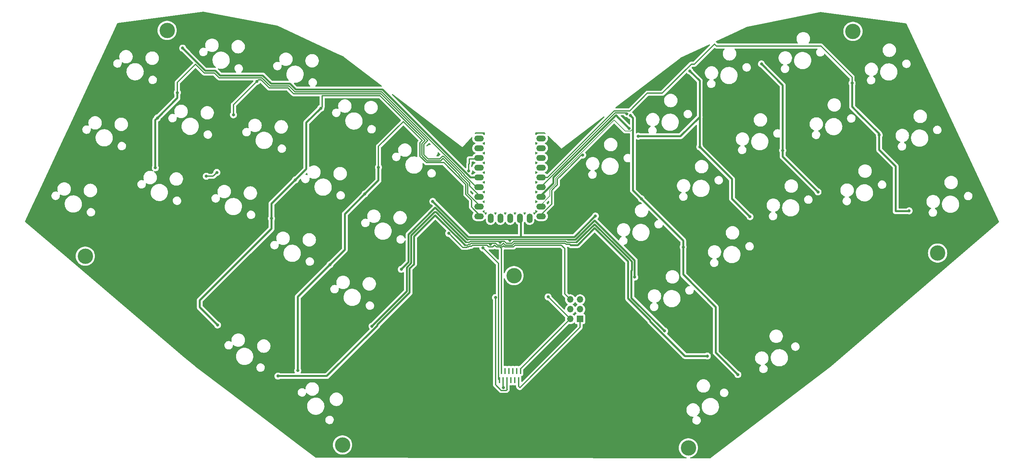
<source format=gbr>
%TF.GenerationSoftware,KiCad,Pcbnew,7.0.1*%
%TF.CreationDate,2023-04-15T18:04:15-04:00*%
%TF.ProjectId,Frigate,46726967-6174-4652-9e6b-696361645f70,rev?*%
%TF.SameCoordinates,Original*%
%TF.FileFunction,Copper,L1,Top*%
%TF.FilePolarity,Positive*%
%FSLAX46Y46*%
G04 Gerber Fmt 4.6, Leading zero omitted, Abs format (unit mm)*
G04 Created by KiCad (PCBNEW 7.0.1) date 2023-04-15 18:04:15*
%MOMM*%
%LPD*%
G01*
G04 APERTURE LIST*
%TA.AperFunction,ComponentPad*%
%ADD10C,0.500000*%
%TD*%
%TA.AperFunction,ComponentPad*%
%ADD11C,4.000000*%
%TD*%
%TA.AperFunction,SMDPad,CuDef*%
%ADD12R,0.400000X1.600000*%
%TD*%
%TA.AperFunction,ComponentPad*%
%ADD13R,1.700000X1.700000*%
%TD*%
%TA.AperFunction,ComponentPad*%
%ADD14O,1.700000X1.700000*%
%TD*%
%TA.AperFunction,ComponentPad*%
%ADD15O,2.500000X1.500000*%
%TD*%
%TA.AperFunction,ComponentPad*%
%ADD16O,1.500000X2.500000*%
%TD*%
%TA.AperFunction,ViaPad*%
%ADD17C,0.800000*%
%TD*%
%TA.AperFunction,Conductor*%
%ADD18C,0.500000*%
%TD*%
%TA.AperFunction,Conductor*%
%ADD19C,0.300000*%
%TD*%
%TA.AperFunction,Conductor*%
%ADD20C,0.200000*%
%TD*%
G04 APERTURE END LIST*
D10*
%TO.P,M2,1*%
%TO.N,N/C*%
X254186000Y-106382000D03*
X253746000Y-107442000D03*
X253746000Y-105322000D03*
X252686000Y-107882000D03*
D11*
X252686000Y-106382000D03*
D10*
X252686000Y-104882000D03*
X251626000Y-107442000D03*
X251626000Y-105322000D03*
X251186000Y-106382000D03*
%TD*%
%TO.P,M2,1*%
%TO.N,N/C*%
X31980000Y-107188000D03*
X31540000Y-108248000D03*
X31540000Y-106128000D03*
X30480000Y-108688000D03*
D11*
X30480000Y-107188000D03*
D10*
X30480000Y-105688000D03*
X29420000Y-108248000D03*
X29420000Y-106128000D03*
X28980000Y-107188000D03*
%TD*%
%TO.P,M2,1*%
%TO.N,N/C*%
X143740000Y-112268000D03*
X143300000Y-113328000D03*
X143300000Y-111208000D03*
X142240000Y-113768000D03*
D11*
X142240000Y-112268000D03*
D10*
X142240000Y-110768000D03*
X141180000Y-113328000D03*
X141180000Y-111208000D03*
X140740000Y-112268000D03*
%TD*%
%TO.P,M2,1*%
%TO.N,N/C*%
X53316000Y-48260000D03*
X52876000Y-49320000D03*
X52876000Y-47200000D03*
X51816000Y-49760000D03*
D11*
X51816000Y-48260000D03*
D10*
X51816000Y-46760000D03*
X50756000Y-49320000D03*
X50756000Y-47200000D03*
X50316000Y-48260000D03*
%TD*%
%TO.P,M2,1*%
%TO.N,N/C*%
X232108000Y-48514000D03*
X231668000Y-49574000D03*
X231668000Y-47454000D03*
X230608000Y-50014000D03*
D11*
X230608000Y-48514000D03*
D10*
X230608000Y-47014000D03*
X229548000Y-49574000D03*
X229548000Y-47454000D03*
X229108000Y-48514000D03*
%TD*%
%TO.P,M2,1*%
%TO.N,N/C*%
X189206000Y-157226000D03*
X188766000Y-158286000D03*
X188766000Y-156166000D03*
X187706000Y-158726000D03*
D11*
X187706000Y-157226000D03*
D10*
X187706000Y-155726000D03*
X186646000Y-158286000D03*
X186646000Y-156166000D03*
X186206000Y-157226000D03*
%TD*%
D11*
%TO.P,M2,1*%
%TO.N,N/C*%
X97536000Y-156464000D03*
D10*
X96036000Y-156464000D03*
X99036000Y-156464000D03*
X97536000Y-157964000D03*
X97536000Y-154964000D03*
X96476000Y-157524000D03*
X98596000Y-157524000D03*
X98596000Y-155404000D03*
X96476000Y-155404000D03*
%TD*%
D12*
%TO.P,Cirque1,1,1*%
%TO.N,SCK*%
X138438000Y-139560000D03*
%TO.P,Cirque1,2,2*%
%TO.N,MISO*%
X138938000Y-137160000D03*
%TO.P,Cirque1,3,3*%
%TO.N,CS*%
X139438000Y-139560000D03*
%TO.P,Cirque1,4,4*%
%TO.N,unconnected-(Cirque1-Pad4)*%
X139938000Y-137160000D03*
%TO.P,Cirque1,5,5*%
%TO.N,MOSI*%
X140438000Y-139560000D03*
%TO.P,Cirque1,6,6*%
%TO.N,unconnected-(Cirque1-Pad6)*%
X140938000Y-137160000D03*
%TO.P,Cirque1,7,7*%
%TO.N,unconnected-(Cirque1-Pad7)*%
X141438000Y-139560000D03*
%TO.P,Cirque1,8,8*%
%TO.N,unconnected-(Cirque1-Pad8)*%
X141938000Y-137160000D03*
%TO.P,Cirque1,9,9*%
%TO.N,unconnected-(Cirque1-Pad9)*%
X142438000Y-139560000D03*
%TO.P,Cirque1,10,10*%
%TO.N,unconnected-(Cirque1-Pad10)*%
X142938000Y-137160000D03*
%TO.P,Cirque1,11,11*%
%TO.N,GND*%
X143438000Y-139560000D03*
%TO.P,Cirque1,12,12*%
%TO.N,3V3*%
X143938000Y-137160000D03*
%TD*%
D13*
%TO.P,SPI1,1,Pin_1*%
%TO.N,GND*%
X159455000Y-123585000D03*
D14*
%TO.P,SPI1,2,Pin_2*%
%TO.N,3V3*%
X156915000Y-123585000D03*
%TO.P,SPI1,3,Pin_3*%
%TO.N,CS*%
X159455000Y-121045000D03*
%TO.P,SPI1,4,Pin_4*%
%TO.N,SCK*%
X156915000Y-121045000D03*
%TO.P,SPI1,5,Pin_5*%
%TO.N,MOSI*%
X159455000Y-118505000D03*
%TO.P,SPI1,6,Pin_6*%
%TO.N,MISO*%
X156915000Y-118505000D03*
%TD*%
D15*
%TO.P,U1,1,0*%
%TO.N,MISO*%
X133104000Y-76454000D03*
%TO.P,U1,2,1*%
%TO.N,CS*%
X133104000Y-78994000D03*
%TO.P,U1,3,2*%
%TO.N,SCK*%
X133104000Y-81534000D03*
%TO.P,U1,4,3*%
%TO.N,MOSI*%
X133104000Y-84074000D03*
%TO.P,U1,5,4*%
%TO.N,COL0*%
X133104000Y-86614000D03*
%TO.P,U1,6,5*%
%TO.N,COL1*%
X133104000Y-89154000D03*
%TO.P,U1,7,6*%
%TO.N,COL2*%
X133104000Y-91694000D03*
%TO.P,U1,8,7*%
%TO.N,COL3*%
X133104000Y-94234000D03*
%TO.P,U1,9,8*%
%TO.N,COL4*%
X133104000Y-96774000D03*
D16*
%TO.P,U1,10,9*%
%TO.N,ROW3*%
X136144000Y-97274000D03*
%TO.P,U1,11,10*%
%TO.N,ROW2*%
X138684000Y-97274000D03*
%TO.P,U1,12,11*%
%TO.N,ROW1*%
X141224000Y-97274000D03*
%TO.P,U1,13,12*%
%TO.N,ROW0*%
X143764000Y-97274000D03*
%TO.P,U1,14,13*%
%TO.N,unconnected-(U1-13-Pad14)*%
X146304000Y-97274000D03*
D15*
%TO.P,U1,15,14*%
%TO.N,COL5*%
X149344000Y-96774000D03*
%TO.P,U1,16,15*%
%TO.N,COL6*%
X149344000Y-94234000D03*
%TO.P,U1,17,26*%
%TO.N,COL7*%
X149344000Y-91694000D03*
%TO.P,U1,18,27*%
%TO.N,COL8*%
X149344000Y-89154000D03*
%TO.P,U1,19,28*%
%TO.N,COL9*%
X149344000Y-86614000D03*
%TO.P,U1,20,29*%
%TO.N,unconnected-(U1-29-Pad20)*%
X149344000Y-84074000D03*
%TO.P,U1,21,3V3*%
%TO.N,3V3*%
X149344000Y-81534000D03*
%TO.P,U1,22,GND*%
%TO.N,GND*%
X149344000Y-78994000D03*
%TO.P,U1,23,5V*%
%TO.N,unconnected-(U1-5V-Pad23)*%
X149344000Y-76454000D03*
%TD*%
D17*
%TO.N,ROW0*%
X121070000Y-92900000D03*
X163470000Y-96710000D03*
%TO.N,ROW1*%
X141220000Y-103039500D03*
X112870000Y-110610000D03*
X173730000Y-112640000D03*
%TO.N,ROW2*%
X105229798Y-125479798D03*
X138650000Y-103539500D03*
X181490000Y-126710000D03*
%TO.N,ROW3*%
X80720000Y-138490000D03*
X136140000Y-104039500D03*
X192650000Y-133260000D03*
%TO.N,COL0*%
X55870000Y-52870000D03*
%TO.N,COL1*%
X49274068Y-71104068D03*
X54490000Y-64500000D03*
X48750000Y-84110000D03*
%TO.N,COL2*%
X64790000Y-85340000D03*
X69110000Y-70280000D03*
X75205000Y-61565000D03*
X62030000Y-86320000D03*
%TO.N,COL3*%
X64960000Y-125150000D03*
X79020000Y-97330000D03*
X91890000Y-68560000D03*
X85252324Y-87272324D03*
%TO.N,COL4*%
X106927328Y-83992672D03*
X103365000Y-90945000D03*
X94300000Y-109390000D03*
X85870000Y-137030000D03*
%TO.N,COL5*%
X160166348Y-80796348D03*
%TO.N,COL6*%
X186360000Y-104810000D03*
X172610000Y-70480000D03*
X200600000Y-138090000D03*
X175430000Y-92180000D03*
%TO.N,COL7*%
X188060000Y-58830000D03*
X203780000Y-96890000D03*
X190670000Y-78680000D03*
X174640000Y-75880000D03*
X172210000Y-73820000D03*
%TO.N,COL8*%
X212297792Y-79590000D03*
X171700000Y-70009500D03*
X206760000Y-57010000D03*
X221500000Y-90420000D03*
%TO.N,COL9*%
X237470000Y-75570000D03*
X245270000Y-95360000D03*
X230390000Y-62020000D03*
%TO.N,MOSI*%
X137426500Y-117999440D03*
%TO.N,MISO*%
X125234387Y-101235613D03*
%TO.N,3V3*%
X151144000Y-117814000D03*
%TO.N,CS*%
X139446000Y-141478000D03*
%TO.N,SCK*%
X130461688Y-84930312D03*
X134129302Y-105039500D03*
%TD*%
D18*
%TO.N,ROW0*%
X144080000Y-102190000D02*
X157990000Y-102190000D01*
X130360000Y-102190000D02*
X144080000Y-102190000D01*
X157990000Y-102190000D02*
X163470000Y-96710000D01*
X121070000Y-92900000D02*
X130360000Y-102190000D01*
X144080000Y-97090000D02*
X143764000Y-96774000D01*
X144080000Y-102190000D02*
X144080000Y-97090000D01*
D19*
%TO.N,ROW1*%
X141220000Y-103039500D02*
X141469500Y-102790000D01*
X130350051Y-102790000D02*
X130250051Y-102890000D01*
X141469500Y-102790000D02*
X156180000Y-102790000D01*
D18*
X130250051Y-102890000D02*
X130070050Y-102890000D01*
X114770000Y-101500000D02*
X114770000Y-103700000D01*
X130070050Y-102890000D02*
X121725025Y-94544975D01*
X121725025Y-94544975D02*
X114770000Y-101500000D01*
X160744975Y-100424975D02*
X158279949Y-102890000D01*
X173730000Y-108340000D02*
X163279975Y-97889975D01*
X114770000Y-108710000D02*
X112870000Y-110610000D01*
D19*
X141220000Y-103039500D02*
X140970500Y-102790000D01*
D18*
X173730000Y-112640000D02*
X173730000Y-108340000D01*
D19*
X156180000Y-102790000D02*
X156280000Y-102890000D01*
D18*
X163279975Y-97889975D02*
X160744975Y-100424975D01*
X158279949Y-102890000D02*
X156280000Y-102890000D01*
X114770000Y-103700000D02*
X114770000Y-108710000D01*
D19*
X140970500Y-102790000D02*
X130350051Y-102790000D01*
%TO.N,ROW2*%
X156020000Y-103590000D02*
X158569899Y-103590000D01*
X155720000Y-103290000D02*
X156020000Y-103590000D01*
D18*
X121920075Y-95729975D02*
X124880050Y-98689950D01*
D19*
X138650000Y-103539500D02*
X138899500Y-103290000D01*
D18*
X172215025Y-107814975D02*
X173030000Y-108629950D01*
X173030000Y-108629950D02*
X173030000Y-110870000D01*
D19*
X140209500Y-103789500D02*
X141680500Y-103789500D01*
D18*
X114319975Y-116389621D02*
X114319975Y-110149975D01*
D19*
X139710000Y-103290000D02*
X140209500Y-103789500D01*
D18*
X172880000Y-118100000D02*
X181490000Y-126710000D01*
X114319975Y-110149975D02*
X115470000Y-108999950D01*
X172880000Y-111020000D02*
X172880000Y-118100000D01*
X120014975Y-97244975D02*
X121529975Y-95729975D01*
D19*
X148220000Y-103310000D02*
X155700000Y-103310000D01*
D18*
X160759950Y-101399950D02*
X163279975Y-98879925D01*
X173030000Y-110870000D02*
X172880000Y-111020000D01*
X115470000Y-102110000D02*
X115470000Y-101789950D01*
D19*
X141680500Y-103789500D02*
X142180000Y-103290000D01*
D18*
X124880050Y-98689950D02*
X129780100Y-103590000D01*
D19*
X148200000Y-103290000D02*
X148220000Y-103310000D01*
D18*
X158569899Y-103590000D02*
X160759950Y-101399950D01*
X121529975Y-95729975D02*
X121920075Y-95729975D01*
D19*
X138400500Y-103290000D02*
X130920000Y-103290000D01*
X138899500Y-103290000D02*
X139710000Y-103290000D01*
X155700000Y-103310000D02*
X155720000Y-103290000D01*
X130920000Y-103290000D02*
X130620000Y-103590000D01*
D18*
X115470000Y-101789950D02*
X116574975Y-100684975D01*
X168995025Y-104594975D02*
X172215025Y-107814975D01*
D19*
X138650000Y-103539500D02*
X138400500Y-103290000D01*
D18*
X116574975Y-100684975D02*
X120014975Y-97244975D01*
X163279975Y-98879925D02*
X168995025Y-104594975D01*
D19*
X142180000Y-103290000D02*
X148200000Y-103290000D01*
D18*
X105229798Y-125479798D02*
X114319975Y-116389621D01*
X115470000Y-105490000D02*
X115470000Y-102110000D01*
X115470000Y-108999950D02*
X115470000Y-105490000D01*
D19*
X130620000Y-103590000D02*
X129780100Y-103590000D01*
D18*
%TO.N,ROW3*%
X115019975Y-110439925D02*
X115019975Y-111290000D01*
X172020000Y-112820000D02*
X172020000Y-108609900D01*
D19*
X140002393Y-104289500D02*
X141887607Y-104289500D01*
X137430000Y-103790000D02*
X137929500Y-104289500D01*
D18*
X172020000Y-108609900D02*
X172010050Y-108599950D01*
X114324773Y-117374773D02*
X106919546Y-124780000D01*
X106919546Y-124780000D02*
X106594773Y-125104773D01*
X121725025Y-96524875D02*
X116170000Y-102079900D01*
X172010050Y-108599950D02*
X167185050Y-103774950D01*
X93421678Y-138490000D02*
X80720000Y-138490000D01*
D19*
X155812893Y-104090000D02*
X156810000Y-104090000D01*
X156810000Y-104090000D02*
X157010000Y-104290000D01*
X136140000Y-104039500D02*
X135890500Y-103790000D01*
X136140000Y-104039500D02*
X136389500Y-103790000D01*
D18*
X192650000Y-133260000D02*
X186837918Y-133260000D01*
X177790025Y-124212107D02*
X177790025Y-123999975D01*
X167185050Y-103774950D02*
X163279975Y-99869875D01*
X163279975Y-99869875D02*
X158859848Y-104290000D01*
X128450075Y-103249925D02*
X122650075Y-97449925D01*
D19*
X141887607Y-104289500D02*
X142387107Y-103790000D01*
X130412894Y-104090000D02*
X130212894Y-104290000D01*
X139506447Y-103793553D02*
X140002393Y-104289500D01*
D18*
X158859848Y-104290000D02*
X157010000Y-104290000D01*
D19*
X130827106Y-104090000D02*
X130412894Y-104090000D01*
X137929500Y-104289500D02*
X139010500Y-104289500D01*
D18*
X116170000Y-109289900D02*
X115019975Y-110439925D01*
D19*
X130212894Y-104290000D02*
X129490150Y-104290000D01*
D18*
X129490150Y-104290000D02*
X128450075Y-103249925D01*
D19*
X136389500Y-103790000D02*
X137430000Y-103790000D01*
D18*
X186837918Y-133260000D02*
X177790025Y-124212107D01*
X116170000Y-102580000D02*
X116170000Y-109289900D01*
D19*
X139010500Y-104289500D02*
X139506447Y-103793553D01*
D18*
X116170000Y-102079900D02*
X116170000Y-102580000D01*
D19*
X142590000Y-103810000D02*
X155532893Y-103810000D01*
X142570000Y-103790000D02*
X142590000Y-103810000D01*
D18*
X115019975Y-111290000D02*
X115019975Y-116679571D01*
X115019975Y-116679571D02*
X114324773Y-117374773D01*
X106594773Y-125316905D02*
X93421678Y-138490000D01*
X122650075Y-97449925D02*
X121725025Y-96524875D01*
D19*
X155532893Y-103810000D02*
X155812893Y-104090000D01*
X142387107Y-103790000D02*
X142570000Y-103790000D01*
D18*
X106594773Y-125104773D02*
X106594773Y-125316905D01*
D19*
X135890500Y-103790000D02*
X131127106Y-103790000D01*
X131127106Y-103790000D02*
X130827106Y-104090000D01*
D18*
X177790025Y-123999975D02*
X172020000Y-118229950D01*
X172020000Y-118229950D02*
X172020000Y-112820000D01*
%TO.N,COL0*%
X65650000Y-60020000D02*
X76760000Y-60020000D01*
X83882661Y-62192661D02*
X85370000Y-63680000D01*
X61770000Y-58770000D02*
X64400000Y-58770000D01*
X76760000Y-60020000D02*
X78932661Y-62192661D01*
X64400000Y-58770000D02*
X65650000Y-60020000D01*
X85370000Y-63680000D02*
X108010000Y-63680000D01*
X55870000Y-52870000D02*
X61770000Y-58770000D01*
X78932661Y-62192661D02*
X83882661Y-62192661D01*
X130944000Y-86614000D02*
X133604000Y-86614000D01*
X108010000Y-63680000D02*
X130944000Y-86614000D01*
D19*
%TO.N,COL1*%
X133604000Y-89154000D02*
X132454000Y-89154000D01*
X59230736Y-57079264D02*
X54490000Y-61820000D01*
X61521472Y-59370000D02*
X59230736Y-57079264D01*
X54490000Y-61820000D02*
X54490000Y-64500000D01*
X83634133Y-62792661D02*
X78684133Y-62792661D01*
X107761472Y-64280000D02*
X85121472Y-64280000D01*
D18*
X54490000Y-65888135D02*
X49274068Y-71104068D01*
X54490000Y-64500000D02*
X54490000Y-65888135D01*
D19*
X64151472Y-59370000D02*
X61521472Y-59370000D01*
X129240000Y-85758528D02*
X107761472Y-64280000D01*
D18*
X49274068Y-71104068D02*
X48750000Y-71628135D01*
D19*
X129240000Y-85940000D02*
X129240000Y-85758528D01*
X85121472Y-64280000D02*
X83634133Y-62792661D01*
X76511472Y-60620000D02*
X65401472Y-60620000D01*
X132454000Y-89154000D02*
X129240000Y-85940000D01*
D18*
X48750000Y-71628135D02*
X48750000Y-84110000D01*
D19*
X65401472Y-60620000D02*
X64151472Y-59370000D01*
X78684133Y-62792661D02*
X76511472Y-60620000D01*
%TO.N,COL2*%
X75620000Y-61150000D02*
X75205000Y-61565000D01*
X107554366Y-64780000D02*
X106410000Y-64780000D01*
X119757183Y-76982817D02*
X107847183Y-65072817D01*
X130706447Y-88812082D02*
X130706447Y-88113553D01*
X128577183Y-85984289D02*
X128577183Y-85802817D01*
X123904366Y-81130000D02*
X123550000Y-81130000D01*
X82560000Y-63292661D02*
X78477027Y-63292661D01*
X76334366Y-61150000D02*
X75620000Y-61150000D01*
X127092183Y-84317817D02*
X123904366Y-81130000D01*
X128577183Y-85802817D02*
X127092183Y-84317817D01*
X123550000Y-81130000D02*
X122901994Y-81778006D01*
X78477027Y-63292661D02*
X77312183Y-62127817D01*
X133588365Y-91694000D02*
X130706447Y-88812082D01*
X63810000Y-86320000D02*
X62030000Y-86320000D01*
X77312183Y-62127817D02*
X76334366Y-61150000D01*
X84820000Y-64780000D02*
X83970000Y-63930000D01*
X133604000Y-91694000D02*
X133588365Y-91694000D01*
X106410000Y-64780000D02*
X84820000Y-64780000D01*
X83970000Y-63930000D02*
X83332661Y-63292661D01*
X69110000Y-67660000D02*
X69110000Y-70280000D01*
X130706447Y-88113553D02*
X128577183Y-85984289D01*
X119818006Y-81778006D02*
X118729790Y-80689790D01*
X75205000Y-61565000D02*
X69110000Y-67660000D01*
X118729790Y-80689790D02*
X118729790Y-78010210D01*
X83332661Y-63292661D02*
X82560000Y-63292661D01*
X107847183Y-65072817D02*
X107554366Y-64780000D01*
X122901994Y-81778006D02*
X119818006Y-81778006D01*
X64790000Y-85340000D02*
X63810000Y-86320000D01*
X118729790Y-78010210D02*
X119757183Y-76982817D01*
%TO.N,COL3*%
X118961447Y-77071447D02*
X118961447Y-76894187D01*
X119610900Y-82278006D02*
X118229790Y-80896897D01*
X123727183Y-81659923D02*
X123109100Y-82278006D01*
X118229790Y-80896897D02*
X118229790Y-77803104D01*
X130206447Y-88320659D02*
X127998630Y-86112842D01*
D18*
X60320000Y-120510000D02*
X64960000Y-125150000D01*
D19*
X127998630Y-85931370D02*
X123727183Y-81659923D01*
D18*
X91890000Y-68560000D02*
X88095419Y-72354581D01*
D19*
X92230000Y-65280000D02*
X92230000Y-68220000D01*
X118229790Y-77803104D02*
X118961447Y-77071447D01*
X123109100Y-82278006D02*
X119610900Y-82278006D01*
D18*
X79020000Y-96210000D02*
X79020000Y-100020000D01*
X88095419Y-84429228D02*
X85252324Y-87272324D01*
X79020000Y-100020000D02*
X60320000Y-118720000D01*
X60320000Y-118720000D02*
X60320000Y-120510000D01*
D19*
X127998630Y-86112842D02*
X127998630Y-85931370D01*
X133604000Y-94234000D02*
X133588365Y-94234000D01*
D18*
X88095419Y-72354581D02*
X88095419Y-84429228D01*
D19*
X118961447Y-76894187D02*
X107347260Y-65280000D01*
X107347260Y-65280000D02*
X92230000Y-65280000D01*
D18*
X79020000Y-96210000D02*
X79020000Y-97330000D01*
D19*
X92230000Y-68220000D02*
X91890000Y-68560000D01*
D18*
X79020000Y-93504647D02*
X79020000Y-96210000D01*
X85252324Y-87272324D02*
X79020000Y-93504647D01*
D19*
X133588365Y-94234000D02*
X130206447Y-90852082D01*
X130206447Y-90852082D02*
X130206447Y-88320659D01*
%TO.N,COL4*%
X133588365Y-96774000D02*
X131178629Y-94364264D01*
D18*
X94300000Y-109390000D02*
X85870000Y-117820000D01*
D19*
X117720000Y-79730000D02*
X117729790Y-79720210D01*
X117720000Y-81094214D02*
X117720000Y-79730000D01*
X118332894Y-76992894D02*
X118332894Y-76972740D01*
D18*
X98140000Y-105550000D02*
X94300000Y-109390000D01*
D19*
X113405077Y-72044923D02*
X106927328Y-78522672D01*
D18*
X98140000Y-96170000D02*
X98140000Y-105550000D01*
X106927328Y-87382672D02*
X103365000Y-90945000D01*
D19*
X131178629Y-94364264D02*
X131178629Y-92531370D01*
X106927328Y-78522672D02*
X106927328Y-83992672D01*
X129706447Y-91059189D02*
X129706447Y-88527765D01*
X131178629Y-92531370D02*
X129706447Y-91059189D01*
X118332894Y-76972740D02*
X113405077Y-72044923D01*
X119403793Y-82778006D02*
X117720000Y-81094214D01*
X123956688Y-82778006D02*
X119403793Y-82778006D01*
D18*
X85870000Y-117820000D02*
X85870000Y-137030000D01*
D19*
X117729790Y-79720210D02*
X117729790Y-77595998D01*
D18*
X103365000Y-90945000D02*
X98140000Y-96170000D01*
D19*
X133604000Y-96774000D02*
X133588365Y-96774000D01*
D18*
X106927328Y-83992672D02*
X106927328Y-87382672D01*
D19*
X129706447Y-88527765D02*
X123956688Y-82778006D01*
X117729790Y-77595998D02*
X118332894Y-76992894D01*
%TO.N,COL5*%
X159813500Y-80796348D02*
X160166348Y-80796348D01*
X152066437Y-90042833D02*
X152904635Y-89204635D01*
X148844000Y-96774000D02*
X148859635Y-96774000D01*
X156549924Y-84059924D02*
X159813500Y-80796348D01*
X152066437Y-93567198D02*
X152066437Y-90290000D01*
X153562817Y-88546453D02*
X153562817Y-87047031D01*
X152904635Y-89204635D02*
X153562817Y-88546453D01*
X153562817Y-87047031D02*
X156549924Y-84059924D01*
X148859635Y-96774000D02*
X152066437Y-93567198D01*
X152066437Y-90290000D02*
X152066437Y-90042833D01*
D18*
%TO.N,COL6*%
X194850000Y-132340000D02*
X200600000Y-138090000D01*
X173258974Y-90008974D02*
X175430000Y-92180000D01*
X194850000Y-120470000D02*
X194850000Y-132340000D01*
X172610000Y-70480000D02*
X173258974Y-71128974D01*
D20*
X153112817Y-86860635D02*
X168341726Y-71631726D01*
D18*
X186360000Y-111980000D02*
X194850000Y-120470000D01*
X175430000Y-92180000D02*
X186360000Y-103110000D01*
X186360000Y-103110000D02*
X186360000Y-104810000D01*
X173258974Y-71128974D02*
X173258974Y-73920000D01*
D20*
X148844000Y-94234000D02*
X151616437Y-91461563D01*
X172658974Y-74520000D02*
X173258974Y-73920000D01*
D18*
X173258974Y-73920000D02*
X173258974Y-90008974D01*
D20*
X151616437Y-89856437D02*
X153112817Y-88360057D01*
X151616437Y-91461563D02*
X151616437Y-89856437D01*
D18*
X186360000Y-105820000D02*
X186360000Y-111980000D01*
X186360000Y-104810000D02*
X186360000Y-105820000D01*
D20*
X153112817Y-88360057D02*
X153112817Y-86860635D01*
X171230000Y-74520000D02*
X172658974Y-74520000D01*
X168341726Y-71631726D02*
X171230000Y-74520000D01*
D18*
%TO.N,COL7*%
X149001056Y-91694000D02*
X148844000Y-91694000D01*
X199070000Y-87080000D02*
X199070000Y-92180000D01*
X190670000Y-70850000D02*
X190670000Y-78680000D01*
X190670000Y-70850000D02*
X185640000Y-75880000D01*
X199070000Y-92180000D02*
X203780000Y-96890000D01*
X152562817Y-86632817D02*
X152562817Y-88132239D01*
X169130000Y-70740000D02*
X169130000Y-70660000D01*
X185640000Y-75880000D02*
X174640000Y-75880000D01*
X168832817Y-70362817D02*
X152562817Y-86632817D01*
X190670000Y-78680000D02*
X199070000Y-87080000D01*
X172210000Y-73820000D02*
X169130000Y-70740000D01*
X188060000Y-58830000D02*
X190670000Y-61440000D01*
X152562817Y-88132239D02*
X149001056Y-91694000D01*
X169130000Y-70660000D02*
X168832817Y-70362817D01*
X190670000Y-61440000D02*
X190670000Y-70850000D01*
D19*
%TO.N,COL8*%
X168587106Y-69760000D02*
X170810000Y-69760000D01*
D18*
X212297792Y-81217792D02*
X221500000Y-90420000D01*
D19*
X171450500Y-69760000D02*
X171700000Y-70009500D01*
D18*
X212297792Y-79590000D02*
X212297792Y-81217792D01*
D19*
X170810000Y-69760000D02*
X171450500Y-69760000D01*
X149193106Y-89154000D02*
X168587106Y-69760000D01*
D18*
X212297792Y-62547792D02*
X212297792Y-79590000D01*
X206760000Y-57010000D02*
X212297792Y-62547792D01*
D19*
X148844000Y-89154000D02*
X149193106Y-89154000D01*
%TO.N,COL9*%
X195042630Y-52342630D02*
X222256306Y-52342630D01*
D18*
X230390000Y-68160000D02*
X232230000Y-70000000D01*
X237470000Y-79470000D02*
X241760000Y-83760000D01*
D19*
X172430000Y-69260000D02*
X177034204Y-64655796D01*
X189270000Y-57090000D02*
X194530000Y-51830000D01*
X177034204Y-64655796D02*
X180904204Y-64655796D01*
X168380000Y-69260000D02*
X172430000Y-69260000D01*
D18*
X241760000Y-83760000D02*
X241760000Y-95480000D01*
D19*
X230390000Y-60476324D02*
X230390000Y-62020000D01*
X148844000Y-86614000D02*
X151026000Y-86614000D01*
D18*
X230390000Y-62020000D02*
X230390000Y-68160000D01*
X232230000Y-70000000D02*
X237470000Y-75240000D01*
X237470000Y-75570000D02*
X237470000Y-79470000D01*
D19*
X194530000Y-51830000D02*
X195042630Y-52342630D01*
D18*
X237470000Y-75240000D02*
X237470000Y-75570000D01*
D19*
X188470000Y-57090000D02*
X189270000Y-57090000D01*
X180904204Y-64655796D02*
X188470000Y-57090000D01*
D18*
X241760000Y-95480000D02*
X245150000Y-95480000D01*
D19*
X222256306Y-52342630D02*
X230390000Y-60476324D01*
X151026000Y-86614000D02*
X168380000Y-69260000D01*
D18*
X245150000Y-95480000D02*
X245270000Y-95360000D01*
D19*
%TO.N,GND*%
X143438000Y-141152000D02*
X143764000Y-141478000D01*
X143764000Y-141478000D02*
X159455000Y-125787000D01*
X159455000Y-125787000D02*
X159455000Y-123585000D01*
X143438000Y-139560000D02*
X143438000Y-141152000D01*
%TO.N,MOSI*%
X138926000Y-142228000D02*
X137426500Y-140728500D01*
X140438000Y-141962000D02*
X140462000Y-141986000D01*
X137426500Y-140728500D02*
X137426500Y-117999440D01*
X140220000Y-142228000D02*
X138926000Y-142228000D01*
X140438000Y-139560000D02*
X140438000Y-141962000D01*
X140462000Y-141986000D02*
X140220000Y-142228000D01*
%TO.N,MISO*%
X135190000Y-104290000D02*
X133740000Y-104290000D01*
X154590000Y-104310000D02*
X152320000Y-104310000D01*
X136723394Y-104789500D02*
X135689500Y-104789500D01*
X155474000Y-105194000D02*
X154590000Y-104310000D01*
X131150000Y-104590000D02*
X130620000Y-104590000D01*
X129905788Y-104890000D02*
X128888774Y-104890000D01*
X131450000Y-104290000D02*
X131150000Y-104590000D01*
X142574213Y-104310000D02*
X142094713Y-104789500D01*
X152320000Y-104310000D02*
X142574213Y-104310000D01*
X138176000Y-104789500D02*
X137722394Y-104789500D01*
X133740000Y-104290000D02*
X132010000Y-104290000D01*
X139795286Y-104789500D02*
X139506447Y-104500660D01*
X142094713Y-104789500D02*
X139795286Y-104789500D01*
X132010000Y-104290000D02*
X131450000Y-104290000D01*
X128888774Y-104890000D02*
X125234387Y-101235613D01*
X139506447Y-104500660D02*
X139217607Y-104789500D01*
X155474000Y-117064000D02*
X155474000Y-105194000D01*
X139217607Y-104789500D02*
X138176000Y-104789500D01*
X138938000Y-105156000D02*
X138571500Y-104789500D01*
X138938000Y-137160000D02*
X138938000Y-105156000D01*
X138571500Y-104789500D02*
X138176000Y-104789500D01*
X137222894Y-104290000D02*
X136723394Y-104789500D01*
X156915000Y-118505000D02*
X155474000Y-117064000D01*
X135689500Y-104789500D02*
X135190000Y-104290000D01*
X130420000Y-104790000D02*
X130005788Y-104790000D01*
X137722394Y-104789500D02*
X137222894Y-104290000D01*
X130005788Y-104790000D02*
X129905788Y-104890000D01*
X130620000Y-104590000D02*
X130420000Y-104790000D01*
%TO.N,3V3*%
X143938000Y-137160000D02*
X143938000Y-136562000D01*
X156915000Y-123585000D02*
X151144000Y-117814000D01*
X143938000Y-136562000D02*
X156915000Y-123585000D01*
%TO.N,CS*%
X139438000Y-139560000D02*
X139438000Y-141470000D01*
X139438000Y-141470000D02*
X139446000Y-141478000D01*
%TO.N,SCK*%
X130461688Y-83152312D02*
X130556000Y-83058000D01*
X133350000Y-81788000D02*
X133604000Y-81534000D01*
X130556000Y-83058000D02*
X130556000Y-81788000D01*
X130461688Y-84930312D02*
X130461688Y-83152312D01*
X138176000Y-139298000D02*
X138176000Y-109086198D01*
X138438000Y-139560000D02*
X138176000Y-139298000D01*
X138176000Y-109086198D02*
X134129302Y-105039500D01*
X130556000Y-81788000D02*
X133350000Y-81788000D01*
%TD*%
%TA.AperFunction,NonConductor*%
G36*
X193300445Y-51934594D02*
G01*
X193339656Y-51990590D01*
X193343235Y-52058856D01*
X193310094Y-52118645D01*
X189033559Y-56395181D01*
X188993331Y-56422061D01*
X188945878Y-56431500D01*
X188556390Y-56431500D01*
X188534955Y-56429133D01*
X188461599Y-56431439D01*
X188457704Y-56431500D01*
X188428568Y-56431500D01*
X188424068Y-56432068D01*
X188412437Y-56432983D01*
X188366168Y-56434437D01*
X188345423Y-56440464D01*
X188326379Y-56444408D01*
X188304935Y-56447117D01*
X188261895Y-56464158D01*
X188250848Y-56467940D01*
X188206401Y-56480854D01*
X188187807Y-56491851D01*
X188170335Y-56500410D01*
X188150243Y-56508364D01*
X188112791Y-56535575D01*
X188103031Y-56541986D01*
X188063194Y-56565546D01*
X188047916Y-56580824D01*
X188033127Y-56593454D01*
X188015644Y-56606156D01*
X187986130Y-56641832D01*
X187978269Y-56650470D01*
X180667763Y-63960977D01*
X180627535Y-63987857D01*
X180580082Y-63997296D01*
X177120596Y-63997296D01*
X177099156Y-63994928D01*
X177025784Y-63997235D01*
X177021889Y-63997296D01*
X176992769Y-63997296D01*
X176988269Y-63997864D01*
X176976637Y-63998779D01*
X176930372Y-64000233D01*
X176909627Y-64006260D01*
X176890583Y-64010204D01*
X176869137Y-64012913D01*
X176826099Y-64029953D01*
X176815053Y-64033735D01*
X176770605Y-64046649D01*
X176752009Y-64057647D01*
X176734543Y-64066203D01*
X176714449Y-64074159D01*
X176677001Y-64101367D01*
X176667239Y-64107779D01*
X176627399Y-64131340D01*
X176612116Y-64146623D01*
X176597327Y-64159253D01*
X176579848Y-64171952D01*
X176550339Y-64207622D01*
X176542478Y-64216260D01*
X172193559Y-68565181D01*
X172153331Y-68592061D01*
X172105878Y-68601500D01*
X168784100Y-68601500D01*
X168724897Y-68586454D01*
X168680061Y-68544968D01*
X168660473Y-68487109D01*
X168670886Y-68426918D01*
X168708773Y-68379002D01*
X176071653Y-62748145D01*
X185629562Y-55438611D01*
X185652470Y-55424734D01*
X193170002Y-51918585D01*
X193237518Y-51907887D01*
X193300445Y-51934594D01*
G37*
%TD.AperFunction*%
%TA.AperFunction,NonConductor*%
G36*
X170877500Y-70435113D02*
G01*
X170922887Y-70480500D01*
X170960957Y-70546441D01*
X170960960Y-70546444D01*
X171088747Y-70688366D01*
X171197467Y-70767356D01*
X171243248Y-70800618D01*
X171417714Y-70878295D01*
X171604511Y-70918000D01*
X171742243Y-70918000D01*
X171804243Y-70934613D01*
X171849630Y-70980000D01*
X171870957Y-71016941D01*
X171870960Y-71016944D01*
X171998747Y-71158866D01*
X172153248Y-71271118D01*
X172327712Y-71348794D01*
X172391353Y-71362321D01*
X172424734Y-71374636D01*
X172453248Y-71395929D01*
X172464155Y-71406836D01*
X172491035Y-71447064D01*
X172500474Y-71494517D01*
X172500474Y-72738431D01*
X172486959Y-72794726D01*
X172449359Y-72838749D01*
X172395872Y-72860904D01*
X172338156Y-72856362D01*
X172288793Y-72826112D01*
X170092862Y-70630181D01*
X170062612Y-70580818D01*
X170058070Y-70523102D01*
X170080225Y-70469615D01*
X170124248Y-70432015D01*
X170180543Y-70418500D01*
X170726812Y-70418500D01*
X170815500Y-70418500D01*
X170877500Y-70435113D01*
G37*
%TD.AperFunction*%
%TA.AperFunction,NonConductor*%
G36*
X187259328Y-59324963D02*
G01*
X187315224Y-59360573D01*
X187320959Y-59366942D01*
X187320960Y-59366944D01*
X187448747Y-59508866D01*
X187603248Y-59621118D01*
X187777712Y-59698794D01*
X187841353Y-59712321D01*
X187874734Y-59724636D01*
X187903248Y-59745929D01*
X189875181Y-61717862D01*
X189902061Y-61758090D01*
X189911500Y-61805543D01*
X189911500Y-70484457D01*
X189902061Y-70531910D01*
X189875181Y-70572138D01*
X185362138Y-75085181D01*
X185321910Y-75112061D01*
X185274457Y-75121500D01*
X179413541Y-75121500D01*
X179351541Y-75104887D01*
X179306154Y-75059500D01*
X179289541Y-74997501D01*
X179306154Y-74935501D01*
X179361398Y-74839814D01*
X179361398Y-74839812D01*
X179361400Y-74839810D01*
X179430196Y-74641037D01*
X179460131Y-74432836D01*
X179450122Y-74222732D01*
X179400532Y-74018320D01*
X179313153Y-73826986D01*
X179313152Y-73826985D01*
X179313151Y-73826982D01*
X179231378Y-73712149D01*
X179191143Y-73655647D01*
X179038911Y-73510494D01*
X178990548Y-73479413D01*
X178927492Y-73438889D01*
X178882903Y-73388565D01*
X178871134Y-73322367D01*
X178895645Y-73259758D01*
X178949230Y-73219146D01*
X178949945Y-73218865D01*
X178949951Y-73218864D01*
X179194178Y-73123012D01*
X179421392Y-72991830D01*
X179626516Y-72828249D01*
X179781596Y-72661112D01*
X179804963Y-72635929D01*
X179804964Y-72635926D01*
X179804968Y-72635923D01*
X179952763Y-72419148D01*
X180006069Y-72308457D01*
X180710851Y-72308457D01*
X180740929Y-72607435D01*
X180810587Y-72899738D01*
X180918585Y-73180147D01*
X181062996Y-73443664D01*
X181210090Y-73643302D01*
X181241241Y-73685580D01*
X181450139Y-73901579D01*
X181685964Y-74087808D01*
X181944505Y-74240942D01*
X182221151Y-74358250D01*
X182221152Y-74358250D01*
X182221154Y-74358251D01*
X182245982Y-74365052D01*
X182510964Y-74437638D01*
X182808773Y-74477690D01*
X183034051Y-74477690D01*
X183034053Y-74477690D01*
X183258838Y-74462642D01*
X183357411Y-74442606D01*
X183553305Y-74402789D01*
X183837169Y-74304221D01*
X184009935Y-74216918D01*
X184105358Y-74168699D01*
X184147572Y-74139721D01*
X184353098Y-73998636D01*
X184575957Y-73797072D01*
X184769961Y-73567602D01*
X184931649Y-73314322D01*
X185058136Y-73041750D01*
X185147164Y-72754752D01*
X185197144Y-72458448D01*
X185207185Y-72158126D01*
X185177107Y-71859145D01*
X185107448Y-71566841D01*
X185101209Y-71550641D01*
X184999450Y-71286432D01*
X184983299Y-71256961D01*
X184855039Y-71022915D01*
X184676795Y-70781000D01*
X184467897Y-70565001D01*
X184430943Y-70535819D01*
X184232071Y-70378771D01*
X184102671Y-70302128D01*
X183973531Y-70225638D01*
X183762566Y-70136181D01*
X183696881Y-70108328D01*
X183424603Y-70033744D01*
X186457905Y-70033744D01*
X186463840Y-70158320D01*
X186467914Y-70243849D01*
X186476684Y-70279999D01*
X186517504Y-70448260D01*
X186533063Y-70482329D01*
X186604884Y-70639597D01*
X186695862Y-70767356D01*
X186726893Y-70810933D01*
X186879125Y-70956086D01*
X186879127Y-70956087D01*
X186879128Y-70956088D01*
X187056071Y-71069803D01*
X187056076Y-71069805D01*
X187251350Y-71147982D01*
X187380146Y-71172805D01*
X187457890Y-71187789D01*
X187457891Y-71187789D01*
X187615525Y-71187789D01*
X187615530Y-71187789D01*
X187772451Y-71172805D01*
X187974273Y-71113545D01*
X187979084Y-71111065D01*
X188021666Y-71089112D01*
X188161232Y-71017160D01*
X188326572Y-70887136D01*
X188464317Y-70728170D01*
X188569488Y-70546008D01*
X188638284Y-70347235D01*
X188668219Y-70139034D01*
X188658210Y-69928930D01*
X188608620Y-69724518D01*
X188521241Y-69533184D01*
X188521240Y-69533183D01*
X188521239Y-69533180D01*
X188432388Y-69408407D01*
X188399231Y-69361845D01*
X188246999Y-69216692D01*
X188246996Y-69216690D01*
X188246995Y-69216689D01*
X188070052Y-69102974D01*
X187923696Y-69044381D01*
X187874774Y-69024796D01*
X187874773Y-69024795D01*
X187874771Y-69024795D01*
X187668234Y-68984989D01*
X187668233Y-68984989D01*
X187510594Y-68984989D01*
X187423415Y-68993313D01*
X187353669Y-68999973D01*
X187151848Y-69059233D01*
X186964894Y-69155616D01*
X186799553Y-69285641D01*
X186661805Y-69444609D01*
X186556636Y-69626768D01*
X186487839Y-69825543D01*
X186458595Y-70028942D01*
X186457905Y-70033744D01*
X183424603Y-70033744D01*
X183407076Y-70028943D01*
X183407075Y-70028942D01*
X183407072Y-70028942D01*
X183109263Y-69988890D01*
X182883985Y-69988890D01*
X182883983Y-69988890D01*
X182659197Y-70003937D01*
X182364733Y-70063790D01*
X182080863Y-70162360D01*
X181812677Y-70297880D01*
X181564937Y-70467944D01*
X181342080Y-70669506D01*
X181148075Y-70898977D01*
X180986385Y-71152260D01*
X180859901Y-71424827D01*
X180770872Y-71711827D01*
X180720892Y-72008131D01*
X180720415Y-72022405D01*
X180712212Y-72267764D01*
X180710851Y-72308457D01*
X180006069Y-72308457D01*
X180066598Y-72182767D01*
X180143931Y-71932059D01*
X180183035Y-71672626D01*
X180183035Y-71410262D01*
X180143931Y-71150829D01*
X180066598Y-70900121D01*
X179952763Y-70663740D01*
X179804968Y-70446965D01*
X179804967Y-70446964D01*
X179804963Y-70446958D01*
X179626519Y-70254642D01*
X179626518Y-70254641D01*
X179626516Y-70254639D01*
X179443192Y-70108443D01*
X179421391Y-70091057D01*
X179225010Y-69977677D01*
X179194178Y-69959876D01*
X179194177Y-69959875D01*
X179194176Y-69959875D01*
X178949953Y-69864024D01*
X178694162Y-69805641D01*
X178498034Y-69790944D01*
X178498029Y-69790944D01*
X178367041Y-69790944D01*
X178367036Y-69790944D01*
X178170907Y-69805641D01*
X177915116Y-69864024D01*
X177670893Y-69959875D01*
X177443678Y-70091057D01*
X177238550Y-70254642D01*
X177060106Y-70446958D01*
X177002187Y-70531910D01*
X176912307Y-70663740D01*
X176798472Y-70900121D01*
X176721139Y-71150829D01*
X176682035Y-71410262D01*
X176682035Y-71672626D01*
X176721139Y-71932059D01*
X176798472Y-72182767D01*
X176912307Y-72419148D01*
X177012029Y-72565413D01*
X177060106Y-72635929D01*
X177236571Y-72826112D01*
X177238554Y-72828249D01*
X177443678Y-72991830D01*
X177670892Y-73123012D01*
X177824109Y-73183145D01*
X177870498Y-73215097D01*
X177897966Y-73264282D01*
X177900838Y-73320544D01*
X177878522Y-73372270D01*
X177835623Y-73408785D01*
X177756802Y-73449420D01*
X177591465Y-73579443D01*
X177453717Y-73738411D01*
X177348548Y-73920570D01*
X177279751Y-74119345D01*
X177250796Y-74320736D01*
X177249817Y-74327546D01*
X177255045Y-74437293D01*
X177259826Y-74537651D01*
X177269008Y-74575500D01*
X177309416Y-74742062D01*
X177391882Y-74922638D01*
X177401714Y-74944167D01*
X177398446Y-74945659D01*
X177413901Y-74988669D01*
X177400427Y-75054329D01*
X177354750Y-75103384D01*
X177290216Y-75121500D01*
X175181937Y-75121500D01*
X175143619Y-75115431D01*
X175109052Y-75097818D01*
X175096753Y-75088882D01*
X174922285Y-75011204D01*
X174735489Y-74971500D01*
X174735487Y-74971500D01*
X174544513Y-74971500D01*
X174544511Y-74971500D01*
X174357714Y-75011204D01*
X174191909Y-75085026D01*
X174131745Y-75095364D01*
X174073939Y-75075741D01*
X174032501Y-75030914D01*
X174017474Y-74971746D01*
X174017474Y-71193269D01*
X174018783Y-71175299D01*
X174019628Y-71169528D01*
X174022315Y-71151185D01*
X174017945Y-71101247D01*
X174017474Y-71090441D01*
X174017474Y-71084798D01*
X174017474Y-71084794D01*
X174013825Y-71053582D01*
X174013473Y-71050135D01*
X174006861Y-70974548D01*
X174006759Y-70973381D01*
X174002455Y-70953968D01*
X174002053Y-70952864D01*
X174002053Y-70952861D01*
X173976094Y-70881540D01*
X173974955Y-70878264D01*
X173951088Y-70806236D01*
X173951087Y-70806235D01*
X173950716Y-70805114D01*
X173942052Y-70787219D01*
X173899728Y-70722869D01*
X173897789Y-70719826D01*
X173857386Y-70654321D01*
X173844823Y-70638899D01*
X173788800Y-70586045D01*
X173786212Y-70583531D01*
X173529786Y-70327105D01*
X173499536Y-70277742D01*
X173444527Y-70108443D01*
X173349042Y-69943058D01*
X173301844Y-69890640D01*
X173221253Y-69801134D01*
X173106378Y-69717672D01*
X173071075Y-69677944D01*
X173055647Y-69627084D01*
X173062929Y-69574436D01*
X173091582Y-69529676D01*
X175934281Y-66686978D01*
X181363639Y-66686978D01*
X181402743Y-66946411D01*
X181480076Y-67197119D01*
X181593911Y-67433500D01*
X181661047Y-67531970D01*
X181741710Y-67650281D01*
X181919517Y-67841910D01*
X181920158Y-67842601D01*
X182125282Y-68006182D01*
X182352496Y-68137364D01*
X182596723Y-68233216D01*
X182852509Y-68291598D01*
X182908547Y-68295797D01*
X183048640Y-68306296D01*
X183048645Y-68306296D01*
X183179633Y-68306296D01*
X183179638Y-68306296D01*
X183302217Y-68297109D01*
X183375769Y-68291598D01*
X183631555Y-68233216D01*
X183875782Y-68137364D01*
X184102996Y-68006182D01*
X184308120Y-67842601D01*
X184428428Y-67712940D01*
X184486567Y-67650281D01*
X184486568Y-67650278D01*
X184486572Y-67650275D01*
X184634367Y-67433500D01*
X184748202Y-67197119D01*
X184825535Y-66946411D01*
X184864639Y-66686978D01*
X184864639Y-66424614D01*
X184825535Y-66165181D01*
X184748202Y-65914473D01*
X184634367Y-65678092D01*
X184486572Y-65461317D01*
X184486571Y-65461316D01*
X184486567Y-65461310D01*
X184308123Y-65268994D01*
X184308122Y-65268993D01*
X184308120Y-65268991D01*
X184102996Y-65105410D01*
X184102995Y-65105409D01*
X183875780Y-64974227D01*
X183631557Y-64878376D01*
X183375766Y-64819993D01*
X183179638Y-64805296D01*
X183179633Y-64805296D01*
X183048645Y-64805296D01*
X183048640Y-64805296D01*
X182852511Y-64819993D01*
X182596720Y-64878376D01*
X182352497Y-64974227D01*
X182125282Y-65105409D01*
X181920154Y-65268994D01*
X181741710Y-65461310D01*
X181714991Y-65500500D01*
X181593911Y-65678092D01*
X181480076Y-65914473D01*
X181402743Y-66165181D01*
X181363639Y-66424614D01*
X181363639Y-66686978D01*
X175934281Y-66686978D01*
X177270644Y-65350615D01*
X177310873Y-65323735D01*
X177358326Y-65314296D01*
X180817814Y-65314296D01*
X180839248Y-65316662D01*
X180841739Y-65316583D01*
X180841741Y-65316584D01*
X180912604Y-65314357D01*
X180916500Y-65314296D01*
X180945640Y-65314296D01*
X180950126Y-65313729D01*
X180961775Y-65312811D01*
X181008035Y-65311358D01*
X181028780Y-65305330D01*
X181047820Y-65301387D01*
X181069268Y-65298678D01*
X181112322Y-65281631D01*
X181123346Y-65277856D01*
X181167804Y-65264941D01*
X181186395Y-65253945D01*
X181203868Y-65245385D01*
X181223960Y-65237431D01*
X181261426Y-65210208D01*
X181271164Y-65203812D01*
X181311011Y-65180249D01*
X181326291Y-65164967D01*
X181341081Y-65152336D01*
X181358561Y-65139637D01*
X181388073Y-65103961D01*
X181395917Y-65095341D01*
X187135395Y-59355862D01*
X187193076Y-59323228D01*
X187259328Y-59324963D01*
G37*
%TD.AperFunction*%
%TA.AperFunction,NonConductor*%
G36*
X150226166Y-74879506D02*
G01*
X150265820Y-74905217D01*
X150445866Y-75078746D01*
X150450795Y-75083496D01*
X150484669Y-75141248D01*
X150483580Y-75208193D01*
X150447845Y-75264812D01*
X150387883Y-75294600D01*
X150321175Y-75288871D01*
X150180161Y-75235948D01*
X149957269Y-75195500D01*
X149957267Y-75195500D01*
X148787478Y-75195500D01*
X148724878Y-75201134D01*
X148618375Y-75210719D01*
X148400005Y-75270986D01*
X148195906Y-75369274D01*
X148006870Y-75506618D01*
X147943684Y-75529920D01*
X147877637Y-75516758D01*
X147828211Y-75471014D01*
X147809985Y-75406183D01*
X147810380Y-74994380D01*
X147827033Y-74932431D01*
X147872414Y-74887093D01*
X147934380Y-74870500D01*
X150179771Y-74870500D01*
X150226166Y-74879506D01*
G37*
%TD.AperFunction*%
%TA.AperFunction,NonConductor*%
G36*
X134587445Y-74877153D02*
G01*
X134632843Y-74922638D01*
X134649375Y-74984736D01*
X134649155Y-75099588D01*
X134648534Y-75422670D01*
X134635682Y-75477405D01*
X134599980Y-75520838D01*
X134548768Y-75544041D01*
X134492573Y-75542242D01*
X134442953Y-75515815D01*
X134346718Y-75431737D01*
X134332528Y-75423259D01*
X134152249Y-75315546D01*
X133940161Y-75235948D01*
X133717269Y-75195500D01*
X133717267Y-75195500D01*
X132547478Y-75195500D01*
X132484878Y-75201134D01*
X132378375Y-75210719D01*
X132168470Y-75268650D01*
X132105905Y-75269540D01*
X132050871Y-75239768D01*
X132017381Y-75186914D01*
X132013962Y-75124437D01*
X132041484Y-75068245D01*
X132183124Y-74903625D01*
X132225413Y-74871796D01*
X132277121Y-74860500D01*
X134525376Y-74860500D01*
X134587445Y-74877153D01*
G37*
%TD.AperFunction*%
%TA.AperFunction,NonConductor*%
G36*
X147963924Y-77373196D02*
G01*
X148013570Y-77399631D01*
X148091788Y-77467968D01*
X148101282Y-77476263D01*
X148266786Y-77575148D01*
X148295750Y-77592453D01*
X148314042Y-77599318D01*
X148337763Y-77608221D01*
X148385342Y-77640245D01*
X148413423Y-77690254D01*
X148415996Y-77747550D01*
X148392511Y-77799874D01*
X148347993Y-77836034D01*
X148195909Y-77909272D01*
X148004437Y-78048387D01*
X147941251Y-78071689D01*
X147875203Y-78058527D01*
X147825777Y-78012783D01*
X147807551Y-77947950D01*
X147807635Y-77860908D01*
X147807987Y-77492892D01*
X147820796Y-77438126D01*
X147856484Y-77394650D01*
X147907706Y-77371414D01*
X147963924Y-77373196D01*
G37*
%TD.AperFunction*%
%TA.AperFunction,NonConductor*%
G36*
X134592643Y-77395008D02*
G01*
X134630870Y-77439274D01*
X134644554Y-77496138D01*
X134643667Y-77958417D01*
X134630816Y-78013152D01*
X134595114Y-78056585D01*
X134543902Y-78079788D01*
X134487707Y-78077990D01*
X134438083Y-78051560D01*
X134346717Y-77971736D01*
X134152252Y-77855548D01*
X134152251Y-77855547D01*
X134152250Y-77855547D01*
X134139506Y-77850764D01*
X134110235Y-77839778D01*
X134062656Y-77807753D01*
X134034576Y-77757744D01*
X134032004Y-77700448D01*
X134055488Y-77648124D01*
X134100002Y-77611967D01*
X134252093Y-77538725D01*
X134435363Y-77405571D01*
X134435365Y-77405568D01*
X134444391Y-77399011D01*
X134445667Y-77400768D01*
X134480149Y-77378668D01*
X134538379Y-77373188D01*
X134592643Y-77395008D01*
G37*
%TD.AperFunction*%
%TA.AperFunction,NonConductor*%
G36*
X120198417Y-77648205D02*
G01*
X120478675Y-77928463D01*
X120512138Y-77989682D01*
X120507250Y-78059279D01*
X120465559Y-78115220D01*
X120400263Y-78139797D01*
X120368162Y-78142203D01*
X120112371Y-78200586D01*
X119868148Y-78296437D01*
X119640933Y-78427619D01*
X119589603Y-78468554D01*
X119526174Y-78494827D01*
X119458488Y-78483327D01*
X119407296Y-78437579D01*
X119388290Y-78371607D01*
X119388290Y-78334332D01*
X119397729Y-78286879D01*
X119424609Y-78246651D01*
X120023055Y-77648205D01*
X120078642Y-77616111D01*
X120142830Y-77616111D01*
X120198417Y-77648205D01*
G37*
%TD.AperFunction*%
%TA.AperFunction,NonConductor*%
G36*
X147961493Y-79911072D02*
G01*
X148011138Y-79937507D01*
X148076117Y-79994277D01*
X148101282Y-80016263D01*
X148230115Y-80093238D01*
X148295750Y-80132453D01*
X148309795Y-80137724D01*
X148337763Y-80148221D01*
X148385342Y-80180245D01*
X148413423Y-80230254D01*
X148415996Y-80287550D01*
X148392511Y-80339874D01*
X148347993Y-80376034D01*
X148195909Y-80449272D01*
X148074816Y-80537253D01*
X148012637Y-80582429D01*
X148012634Y-80582431D01*
X148003609Y-80588989D01*
X148001999Y-80586774D01*
X147969500Y-80607590D01*
X147911305Y-80613065D01*
X147857067Y-80591271D01*
X147818839Y-80547051D01*
X147805116Y-80490232D01*
X147805118Y-80488900D01*
X147805556Y-80030767D01*
X147818365Y-79976002D01*
X147854053Y-79932526D01*
X147905275Y-79909290D01*
X147961493Y-79911072D01*
G37*
%TD.AperFunction*%
%TA.AperFunction,NonConductor*%
G36*
X134572070Y-79930065D02*
G01*
X134621490Y-79975858D01*
X134639670Y-80040734D01*
X134638800Y-80494165D01*
X134625948Y-80548900D01*
X134590247Y-80592333D01*
X134539034Y-80615536D01*
X134482840Y-80613737D01*
X134433216Y-80587308D01*
X134346717Y-80511736D01*
X134152252Y-80395548D01*
X134152251Y-80395547D01*
X134152250Y-80395547D01*
X134139506Y-80390764D01*
X134110235Y-80379778D01*
X134062656Y-80347753D01*
X134034576Y-80297744D01*
X134032004Y-80240448D01*
X134055488Y-80188124D01*
X134100002Y-80151967D01*
X134252093Y-80078725D01*
X134435363Y-79945571D01*
X134435367Y-79945566D01*
X134442784Y-79940178D01*
X134506000Y-79916874D01*
X134572070Y-79930065D01*
G37*
%TD.AperFunction*%
%TA.AperFunction,NonConductor*%
G36*
X122577436Y-80027224D02*
G01*
X123061461Y-80511249D01*
X123092487Y-80563088D01*
X123095334Y-80623436D01*
X123069327Y-80677966D01*
X123066139Y-80681820D01*
X123058273Y-80690465D01*
X122665553Y-81083187D01*
X122625325Y-81110067D01*
X122577872Y-81119506D01*
X122136605Y-81119506D01*
X122072608Y-81101715D01*
X122026975Y-81053447D01*
X122012800Y-80988553D01*
X122034150Y-80925656D01*
X122150018Y-80755710D01*
X122263853Y-80519329D01*
X122341186Y-80268621D01*
X122367141Y-80096420D01*
X122395014Y-80034904D01*
X122450996Y-79997118D01*
X122518477Y-79994277D01*
X122577436Y-80027224D01*
G37*
%TD.AperFunction*%
%TA.AperFunction,NonConductor*%
G36*
X134567188Y-82473612D02*
G01*
X134616608Y-82519405D01*
X134634788Y-82584281D01*
X134633933Y-83029913D01*
X134621081Y-83084648D01*
X134585380Y-83128081D01*
X134534167Y-83151284D01*
X134477973Y-83149485D01*
X134428349Y-83123056D01*
X134427631Y-83122429D01*
X134346718Y-83051737D01*
X134346717Y-83051736D01*
X134152252Y-82935548D01*
X134152251Y-82935547D01*
X134152250Y-82935547D01*
X134134534Y-82928898D01*
X134110235Y-82919778D01*
X134062656Y-82887753D01*
X134034576Y-82837744D01*
X134032004Y-82780448D01*
X134055488Y-82728124D01*
X134100002Y-82691967D01*
X134252093Y-82618725D01*
X134435363Y-82485571D01*
X134435367Y-82485566D01*
X134437902Y-82483725D01*
X134501118Y-82460421D01*
X134567188Y-82473612D01*
G37*
%TD.AperFunction*%
%TA.AperFunction,NonConductor*%
G36*
X147959062Y-82448948D02*
G01*
X148008707Y-82475383D01*
X148059095Y-82519405D01*
X148101282Y-82556263D01*
X148286226Y-82666763D01*
X148295750Y-82672453D01*
X148307106Y-82676715D01*
X148337763Y-82688221D01*
X148385342Y-82720245D01*
X148413423Y-82770254D01*
X148415996Y-82827550D01*
X148392511Y-82879874D01*
X148347993Y-82916034D01*
X148195909Y-82989272D01*
X148083764Y-83070752D01*
X148012637Y-83122429D01*
X148012634Y-83122431D01*
X148003609Y-83128989D01*
X148002488Y-83127447D01*
X147967068Y-83150136D01*
X147908871Y-83155613D01*
X147854632Y-83133819D01*
X147816403Y-83089599D01*
X147802680Y-83032782D01*
X147803125Y-82568644D01*
X147815934Y-82513877D01*
X147851622Y-82470402D01*
X147902844Y-82447166D01*
X147959062Y-82448948D01*
G37*
%TD.AperFunction*%
%TA.AperFunction,NonConductor*%
G36*
X131732680Y-82454407D02*
G01*
X131770694Y-82477119D01*
X131861282Y-82556263D01*
X132046226Y-82666763D01*
X132055750Y-82672453D01*
X132067106Y-82676715D01*
X132097763Y-82688221D01*
X132145342Y-82720245D01*
X132173423Y-82770254D01*
X132175996Y-82827550D01*
X132152511Y-82879874D01*
X132107993Y-82916034D01*
X131955909Y-82989272D01*
X131843764Y-83070752D01*
X131772637Y-83122429D01*
X131772635Y-83122430D01*
X131772635Y-83122431D01*
X131616087Y-83286165D01*
X131491291Y-83475225D01*
X131402256Y-83683530D01*
X131365079Y-83846420D01*
X131338177Y-83899711D01*
X131289491Y-83934256D01*
X131230305Y-83942048D01*
X131174337Y-83921282D01*
X131134558Y-83876769D01*
X131120188Y-83818828D01*
X131120188Y-83437993D01*
X131130385Y-83388750D01*
X131138898Y-83369077D01*
X131145692Y-83353374D01*
X131150823Y-83342900D01*
X131173124Y-83302337D01*
X131178496Y-83281412D01*
X131184796Y-83263009D01*
X131193379Y-83243177D01*
X131200622Y-83197443D01*
X131202983Y-83186040D01*
X131214500Y-83141188D01*
X131214500Y-83119582D01*
X131216027Y-83100183D01*
X131217703Y-83089599D01*
X131219406Y-83078849D01*
X131215050Y-83032768D01*
X131214500Y-83021099D01*
X131214500Y-82570500D01*
X131231113Y-82508500D01*
X131276500Y-82463113D01*
X131338500Y-82446500D01*
X131689110Y-82446500D01*
X131732680Y-82454407D01*
G37*
%TD.AperFunction*%
%TA.AperFunction,NonConductor*%
G36*
X110640347Y-64888478D02*
G01*
X111672742Y-65678094D01*
X128826454Y-78797917D01*
X128829685Y-78800526D01*
X128829851Y-78800576D01*
X128830464Y-78800507D01*
X128830734Y-78800362D01*
X128834350Y-78795707D01*
X131154484Y-76099153D01*
X131208391Y-76062688D01*
X131273344Y-76058549D01*
X131331446Y-76087876D01*
X131366691Y-76142592D01*
X131369369Y-76207621D01*
X131351849Y-76284383D01*
X131341684Y-76510689D01*
X131372093Y-76735174D01*
X131376519Y-76748795D01*
X131442097Y-76950621D01*
X131542000Y-77136272D01*
X131549446Y-77150109D01*
X131686966Y-77322554D01*
X131690686Y-77327218D01*
X131851788Y-77467968D01*
X131861282Y-77476263D01*
X132026786Y-77575148D01*
X132055750Y-77592453D01*
X132074042Y-77599318D01*
X132097763Y-77608221D01*
X132145342Y-77640245D01*
X132173423Y-77690254D01*
X132175996Y-77747550D01*
X132152511Y-77799874D01*
X132107993Y-77836034D01*
X131955909Y-77909272D01*
X131823279Y-78005635D01*
X131772637Y-78042429D01*
X131772635Y-78042430D01*
X131772635Y-78042431D01*
X131616087Y-78206165D01*
X131491291Y-78395225D01*
X131402256Y-78603530D01*
X131351849Y-78824384D01*
X131341684Y-79050689D01*
X131372093Y-79275174D01*
X131412064Y-79398189D01*
X131442097Y-79490621D01*
X131548213Y-79687818D01*
X131549446Y-79690109D01*
X131665284Y-79835366D01*
X131690686Y-79867218D01*
X131787203Y-79951542D01*
X131861282Y-80016263D01*
X131990115Y-80093238D01*
X132055750Y-80132453D01*
X132069795Y-80137724D01*
X132097763Y-80148221D01*
X132145342Y-80180245D01*
X132173423Y-80230254D01*
X132175996Y-80287550D01*
X132152511Y-80339874D01*
X132107993Y-80376034D01*
X131955909Y-80449272D01*
X131834816Y-80537253D01*
X131772637Y-80582429D01*
X131772635Y-80582430D01*
X131772635Y-80582431D01*
X131616087Y-80746165D01*
X131491290Y-80935227D01*
X131440424Y-81054235D01*
X131413426Y-81093835D01*
X131373427Y-81120238D01*
X131326403Y-81129500D01*
X130629969Y-81129500D01*
X130606735Y-81127304D01*
X130597674Y-81125575D01*
X130542034Y-81129076D01*
X130539200Y-81129255D01*
X130531415Y-81129500D01*
X130514567Y-81129500D01*
X130497843Y-81131612D01*
X130490094Y-81132344D01*
X130431626Y-81136022D01*
X130422855Y-81138872D01*
X130400100Y-81143959D01*
X130390936Y-81145117D01*
X130336430Y-81166697D01*
X130329105Y-81169334D01*
X130273393Y-81187436D01*
X130265608Y-81192377D01*
X130244827Y-81202966D01*
X130236243Y-81206364D01*
X130188831Y-81240811D01*
X130182391Y-81245188D01*
X130132916Y-81276585D01*
X130126602Y-81283310D01*
X130109105Y-81298736D01*
X130101645Y-81304156D01*
X130064297Y-81349302D01*
X130059148Y-81355142D01*
X130019027Y-81397867D01*
X130014581Y-81405954D01*
X130001471Y-81425244D01*
X129995590Y-81432353D01*
X129970641Y-81485373D01*
X129967105Y-81492313D01*
X129938877Y-81543659D01*
X129938875Y-81543663D01*
X129938876Y-81543663D01*
X129937242Y-81550029D01*
X129936583Y-81552594D01*
X129928679Y-81574547D01*
X129924750Y-81582894D01*
X129913768Y-81640470D01*
X129912068Y-81648073D01*
X129897500Y-81704811D01*
X129897500Y-81714031D01*
X129895304Y-81737265D01*
X129893575Y-81746325D01*
X129897255Y-81804798D01*
X129897500Y-81812585D01*
X129897500Y-82772320D01*
X129887301Y-82821568D01*
X129871999Y-82856927D01*
X129866861Y-82867415D01*
X129844563Y-82907975D01*
X129839191Y-82928898D01*
X129832890Y-82947300D01*
X129824307Y-82967134D01*
X129817067Y-83012848D01*
X129814699Y-83024282D01*
X129803188Y-83069121D01*
X129803188Y-83090731D01*
X129801661Y-83110128D01*
X129798282Y-83131464D01*
X129800047Y-83150136D01*
X129802638Y-83177546D01*
X129803188Y-83189215D01*
X129803188Y-84101145D01*
X129789673Y-84157440D01*
X129752073Y-84201463D01*
X129698586Y-84223618D01*
X129640870Y-84219076D01*
X129591507Y-84188826D01*
X110477335Y-65074654D01*
X110445979Y-65021703D01*
X110443941Y-64960198D01*
X110471724Y-64905287D01*
X110522484Y-64870496D01*
X110583719Y-64864392D01*
X110640347Y-64888478D01*
G37*
%TD.AperFunction*%
%TA.AperFunction,NonConductor*%
G36*
X134562307Y-85017158D02*
G01*
X134611727Y-85062951D01*
X134629907Y-85127827D01*
X134629066Y-85565661D01*
X134616214Y-85620396D01*
X134580513Y-85663829D01*
X134529300Y-85687032D01*
X134473106Y-85685233D01*
X134423482Y-85658804D01*
X134419621Y-85655431D01*
X134346718Y-85591737D01*
X134346717Y-85591736D01*
X134152252Y-85475548D01*
X134152251Y-85475547D01*
X134152250Y-85475547D01*
X134130156Y-85467255D01*
X134110235Y-85459778D01*
X134062656Y-85427753D01*
X134034576Y-85377744D01*
X134032004Y-85320448D01*
X134055488Y-85268124D01*
X134100002Y-85231967D01*
X134252093Y-85158725D01*
X134433025Y-85027269D01*
X134496237Y-85003967D01*
X134562307Y-85017158D01*
G37*
%TD.AperFunction*%
%TA.AperFunction,NonConductor*%
G36*
X147956631Y-84986825D02*
G01*
X148006278Y-85013261D01*
X148101282Y-85096263D01*
X148282686Y-85204648D01*
X148295750Y-85212453D01*
X148314042Y-85219318D01*
X148337763Y-85228221D01*
X148385342Y-85260245D01*
X148413423Y-85310254D01*
X148415996Y-85367550D01*
X148392511Y-85419874D01*
X148347993Y-85456034D01*
X148195909Y-85529272D01*
X148070490Y-85620396D01*
X148012637Y-85662429D01*
X148012634Y-85662431D01*
X148003609Y-85668989D01*
X148002977Y-85668119D01*
X147964641Y-85692680D01*
X147906443Y-85698160D01*
X147852201Y-85676369D01*
X147813969Y-85632148D01*
X147800245Y-85575328D01*
X147800694Y-85106520D01*
X147813503Y-85051755D01*
X147849190Y-85008279D01*
X147900413Y-84985043D01*
X147956631Y-84986825D01*
G37*
%TD.AperFunction*%
%TA.AperFunction,NonConductor*%
G36*
X165730941Y-70728495D02*
G01*
X165781699Y-70763287D01*
X165809480Y-70818198D01*
X165807442Y-70879702D01*
X165776086Y-70932652D01*
X150948884Y-85759854D01*
X150888797Y-85793064D01*
X150820251Y-85789215D01*
X150764258Y-85749489D01*
X150757313Y-85740781D01*
X150586717Y-85591736D01*
X150392252Y-85475548D01*
X150392251Y-85475547D01*
X150392250Y-85475547D01*
X150370156Y-85467255D01*
X150350235Y-85459778D01*
X150302656Y-85427753D01*
X150274576Y-85377744D01*
X150272004Y-85320448D01*
X150295488Y-85268124D01*
X150340002Y-85231967D01*
X150492093Y-85158725D01*
X150675363Y-85025571D01*
X150831912Y-84861834D01*
X150956709Y-84672774D01*
X151045743Y-84464470D01*
X151096151Y-84243615D01*
X151105878Y-84027037D01*
X151106315Y-84017310D01*
X151100021Y-83970850D01*
X151075906Y-83792825D01*
X151005903Y-83577379D01*
X150898556Y-83377894D01*
X150890314Y-83367559D01*
X150757315Y-83200783D01*
X150737465Y-83183441D01*
X150617750Y-83078849D01*
X150586717Y-83051736D01*
X150392252Y-82935548D01*
X150392251Y-82935547D01*
X150392250Y-82935547D01*
X150374534Y-82928898D01*
X150350235Y-82919778D01*
X150302656Y-82887753D01*
X150274576Y-82837744D01*
X150272004Y-82780448D01*
X150295488Y-82728124D01*
X150340002Y-82691967D01*
X150492093Y-82618725D01*
X150675363Y-82485571D01*
X150831912Y-82321834D01*
X150956709Y-82132774D01*
X151045743Y-81924470D01*
X151096151Y-81703615D01*
X151106315Y-81477309D01*
X151075906Y-81252825D01*
X151005903Y-81037379D01*
X150898556Y-80837894D01*
X150898553Y-80837890D01*
X150757315Y-80660783D01*
X150755877Y-80659527D01*
X150627138Y-80547051D01*
X150586717Y-80511736D01*
X150392252Y-80395548D01*
X150392251Y-80395547D01*
X150392250Y-80395547D01*
X150379506Y-80390764D01*
X150350235Y-80379778D01*
X150302656Y-80347753D01*
X150274576Y-80297744D01*
X150272004Y-80240448D01*
X150295488Y-80188124D01*
X150340002Y-80151967D01*
X150492093Y-80078725D01*
X150675363Y-79945571D01*
X150831912Y-79781834D01*
X150956709Y-79592774D01*
X151045743Y-79384470D01*
X151096151Y-79163615D01*
X151106315Y-78937309D01*
X151075906Y-78712825D01*
X151005903Y-78497379D01*
X150898556Y-78297894D01*
X150889523Y-78286567D01*
X150757315Y-78120783D01*
X150710392Y-78079788D01*
X150629873Y-78009440D01*
X150586717Y-77971736D01*
X150392252Y-77855548D01*
X150392251Y-77855547D01*
X150392250Y-77855547D01*
X150379506Y-77850764D01*
X150350235Y-77839778D01*
X150302656Y-77807753D01*
X150274576Y-77757744D01*
X150272004Y-77700448D01*
X150295488Y-77648124D01*
X150340002Y-77611967D01*
X150492093Y-77538725D01*
X150675363Y-77405571D01*
X150831912Y-77241834D01*
X150956709Y-77052774D01*
X151045743Y-76844470D01*
X151096151Y-76623615D01*
X151106315Y-76397309D01*
X151075906Y-76172825D01*
X151005903Y-75957379D01*
X151002938Y-75951869D01*
X150988459Y-75884113D01*
X151012591Y-75819167D01*
X151067800Y-75777305D01*
X151136850Y-75771599D01*
X151198181Y-75803827D01*
X154642823Y-79123777D01*
X154649242Y-79130949D01*
X154649454Y-79131051D01*
X154650638Y-79131116D01*
X154658153Y-79124393D01*
X154682482Y-79105787D01*
X165613080Y-70746471D01*
X165669707Y-70722389D01*
X165730941Y-70728495D01*
G37*
%TD.AperFunction*%
%TA.AperFunction,NonConductor*%
G36*
X131543369Y-84788246D02*
G01*
X131593979Y-84825951D01*
X131687162Y-84942800D01*
X131690686Y-84947218D01*
X131846506Y-85083354D01*
X131861282Y-85096263D01*
X132042686Y-85204648D01*
X132055750Y-85212453D01*
X132074042Y-85219318D01*
X132097763Y-85228221D01*
X132145342Y-85260245D01*
X132173423Y-85310254D01*
X132175996Y-85367550D01*
X132152511Y-85419874D01*
X132107993Y-85456034D01*
X131955909Y-85529272D01*
X131830490Y-85620396D01*
X131772637Y-85662429D01*
X131772635Y-85662430D01*
X131772635Y-85662431D01*
X131624668Y-85817192D01*
X131583777Y-85845521D01*
X131535042Y-85855500D01*
X131309543Y-85855500D01*
X131262090Y-85846061D01*
X131221862Y-85819181D01*
X131127207Y-85724526D01*
X131095692Y-85671024D01*
X131094066Y-85608951D01*
X131122738Y-85553873D01*
X131144886Y-85529275D01*
X131200728Y-85467256D01*
X131296215Y-85301868D01*
X131355230Y-85120240D01*
X131375192Y-84930312D01*
X131373711Y-84916223D01*
X131383304Y-84853846D01*
X131422358Y-84804269D01*
X131480755Y-84780336D01*
X131543369Y-84788246D01*
G37*
%TD.AperFunction*%
%TA.AperFunction,NonConductor*%
G36*
X88279801Y-85413859D02*
G01*
X88335783Y-85451644D01*
X88363658Y-85513164D01*
X88378699Y-85612947D01*
X88384023Y-85648270D01*
X88436742Y-85819181D01*
X88446011Y-85849230D01*
X88447240Y-85918077D01*
X88411552Y-85976965D01*
X88349951Y-86007734D01*
X88281434Y-86000898D01*
X88195645Y-85966553D01*
X88182669Y-85961358D01*
X88182668Y-85961357D01*
X88182666Y-85961357D01*
X87976129Y-85921551D01*
X87976128Y-85921551D01*
X87975139Y-85921551D01*
X87971110Y-85920583D01*
X87964501Y-85919310D01*
X87964558Y-85919010D01*
X87918844Y-85908036D01*
X87874821Y-85870436D01*
X87852666Y-85816949D01*
X87857208Y-85759233D01*
X87887458Y-85709870D01*
X88019230Y-85578098D01*
X88153364Y-85443963D01*
X88212321Y-85411018D01*
X88279801Y-85413859D01*
G37*
%TD.AperFunction*%
%TA.AperFunction,NonConductor*%
G36*
X134557424Y-87560706D02*
G01*
X134606844Y-87606499D01*
X134625024Y-87671375D01*
X134624199Y-88101408D01*
X134611348Y-88156143D01*
X134575646Y-88199576D01*
X134524434Y-88222779D01*
X134468239Y-88220981D01*
X134418615Y-88194551D01*
X134346717Y-88131736D01*
X134152252Y-88015548D01*
X134152251Y-88015547D01*
X134152250Y-88015547D01*
X134127785Y-88006365D01*
X134110235Y-87999778D01*
X134062656Y-87967753D01*
X134034576Y-87917744D01*
X134032004Y-87860448D01*
X134055488Y-87808124D01*
X134100002Y-87771967D01*
X134252093Y-87698725D01*
X134428141Y-87570817D01*
X134491354Y-87547515D01*
X134557424Y-87560706D01*
G37*
%TD.AperFunction*%
%TA.AperFunction,NonConductor*%
G36*
X147954200Y-87524701D02*
G01*
X148003847Y-87551137D01*
X148101282Y-87636263D01*
X148287451Y-87747495D01*
X148295750Y-87752453D01*
X148314042Y-87759318D01*
X148337763Y-87768221D01*
X148385342Y-87800245D01*
X148413423Y-87850254D01*
X148415996Y-87907550D01*
X148392511Y-87959874D01*
X148347993Y-87996034D01*
X148195909Y-88069272D01*
X148012633Y-88202431D01*
X148011430Y-88203691D01*
X148006952Y-88206559D01*
X148003609Y-88208989D01*
X148003466Y-88208793D01*
X147962209Y-88235227D01*
X147904010Y-88240709D01*
X147849766Y-88218918D01*
X147811534Y-88174697D01*
X147797809Y-88117878D01*
X147798263Y-87644396D01*
X147811072Y-87589631D01*
X147846759Y-87546155D01*
X147897982Y-87522919D01*
X147954200Y-87524701D01*
G37*
%TD.AperFunction*%
%TA.AperFunction,NonConductor*%
G36*
X134552542Y-90104252D02*
G01*
X134601962Y-90150045D01*
X134620142Y-90214921D01*
X134619332Y-90637156D01*
X134606481Y-90691891D01*
X134570779Y-90735324D01*
X134519567Y-90758527D01*
X134463372Y-90756729D01*
X134413748Y-90730299D01*
X134346717Y-90671736D01*
X134152252Y-90555548D01*
X134152251Y-90555547D01*
X134152250Y-90555547D01*
X134125989Y-90545691D01*
X134110235Y-90539778D01*
X134062656Y-90507753D01*
X134034576Y-90457744D01*
X134032004Y-90400448D01*
X134055488Y-90348124D01*
X134100002Y-90311967D01*
X134252093Y-90238725D01*
X134423259Y-90114364D01*
X134486471Y-90091061D01*
X134552542Y-90104252D01*
G37*
%TD.AperFunction*%
%TA.AperFunction,NonConductor*%
G36*
X147951769Y-90062577D02*
G01*
X148001416Y-90089013D01*
X148101282Y-90176263D01*
X148294012Y-90291415D01*
X148295750Y-90292453D01*
X148314042Y-90299318D01*
X148337763Y-90308221D01*
X148385342Y-90340245D01*
X148413423Y-90390254D01*
X148415996Y-90447550D01*
X148392511Y-90499874D01*
X148347993Y-90536034D01*
X148195909Y-90609272D01*
X148012635Y-90742430D01*
X148008997Y-90746236D01*
X147959776Y-90777773D01*
X147901576Y-90783256D01*
X147847332Y-90761466D01*
X147809099Y-90717245D01*
X147795374Y-90660424D01*
X147795832Y-90182271D01*
X147808641Y-90127507D01*
X147844328Y-90084031D01*
X147895551Y-90060795D01*
X147951769Y-90062577D01*
G37*
%TD.AperFunction*%
%TA.AperFunction,NonConductor*%
G36*
X131027265Y-90083273D02*
G01*
X131076628Y-90113523D01*
X131654102Y-90690997D01*
X131685952Y-90745689D01*
X131686663Y-90808975D01*
X131656049Y-90864368D01*
X131616088Y-90906165D01*
X131531092Y-91034929D01*
X131491801Y-91072707D01*
X131440105Y-91089986D01*
X131385994Y-91083428D01*
X131339924Y-91054299D01*
X130901266Y-90615641D01*
X130874386Y-90575413D01*
X130864947Y-90527960D01*
X130864947Y-90201204D01*
X130878462Y-90144909D01*
X130916062Y-90100886D01*
X130969549Y-90078731D01*
X131027265Y-90083273D01*
G37*
%TD.AperFunction*%
%TA.AperFunction,NonConductor*%
G36*
X134547661Y-92647800D02*
G01*
X134597080Y-92693593D01*
X134615260Y-92758469D01*
X134614464Y-93172904D01*
X134601612Y-93227639D01*
X134565911Y-93271072D01*
X134514698Y-93294275D01*
X134458503Y-93292476D01*
X134408883Y-93266049D01*
X134346718Y-93211737D01*
X134276834Y-93169983D01*
X134152252Y-93095548D01*
X134152251Y-93095547D01*
X134152250Y-93095547D01*
X134137278Y-93089928D01*
X134110235Y-93079778D01*
X134062656Y-93047753D01*
X134034576Y-92997744D01*
X134032004Y-92940448D01*
X134055488Y-92888124D01*
X134100002Y-92851967D01*
X134252093Y-92778725D01*
X134418377Y-92657911D01*
X134481590Y-92634609D01*
X134547661Y-92647800D01*
G37*
%TD.AperFunction*%
%TA.AperFunction,NonConductor*%
G36*
X147949338Y-92600453D02*
G01*
X147998985Y-92626889D01*
X148101282Y-92716263D01*
X148266267Y-92814838D01*
X148295750Y-92832453D01*
X148314042Y-92839318D01*
X148337763Y-92848221D01*
X148385342Y-92880245D01*
X148413423Y-92930254D01*
X148415996Y-92987550D01*
X148392511Y-93039874D01*
X148347993Y-93076034D01*
X148195909Y-93149272D01*
X148051328Y-93254318D01*
X148020026Y-93277061D01*
X148012636Y-93282430D01*
X148006563Y-93288782D01*
X147957342Y-93320320D01*
X147899142Y-93325803D01*
X147844898Y-93304013D01*
X147806664Y-93259792D01*
X147792939Y-93202968D01*
X147792985Y-93155190D01*
X147793401Y-92720147D01*
X147806210Y-92665383D01*
X147841897Y-92621907D01*
X147893120Y-92598671D01*
X147949338Y-92600453D01*
G37*
%TD.AperFunction*%
%TA.AperFunction,NonConductor*%
G36*
X151356822Y-92729656D02*
G01*
X151394422Y-92773679D01*
X151407937Y-92829974D01*
X151407937Y-93243076D01*
X151398498Y-93290529D01*
X151371620Y-93330754D01*
X151172079Y-93530295D01*
X151109469Y-93592905D01*
X151060767Y-93622937D01*
X151003765Y-93627906D01*
X150950601Y-93606753D01*
X150912594Y-93563982D01*
X150898556Y-93537894D01*
X150827948Y-93449354D01*
X150750356Y-93352056D01*
X150752314Y-93350493D01*
X150724744Y-93308377D01*
X150722496Y-93241548D01*
X150755277Y-93183270D01*
X151196255Y-92742293D01*
X151245619Y-92712043D01*
X151303335Y-92707501D01*
X151356822Y-92729656D01*
G37*
%TD.AperFunction*%
%TA.AperFunction,NonConductor*%
G36*
X134542778Y-95191347D02*
G01*
X134592198Y-95237140D01*
X134610378Y-95302016D01*
X134609598Y-95708652D01*
X134596747Y-95763387D01*
X134561045Y-95806820D01*
X134509833Y-95830023D01*
X134453638Y-95828225D01*
X134404014Y-95801795D01*
X134346717Y-95751736D01*
X134152252Y-95635548D01*
X134152251Y-95635547D01*
X134152250Y-95635547D01*
X134136364Y-95629585D01*
X134110235Y-95619778D01*
X134062656Y-95587753D01*
X134034576Y-95537744D01*
X134032004Y-95480448D01*
X134055488Y-95428124D01*
X134100002Y-95391967D01*
X134252093Y-95318725D01*
X134413495Y-95201458D01*
X134476708Y-95178156D01*
X134542778Y-95191347D01*
G37*
%TD.AperFunction*%
%TA.AperFunction,NonConductor*%
G36*
X135140367Y-95772872D02*
G01*
X135183918Y-95808533D01*
X135207216Y-95859773D01*
X135205461Y-95916033D01*
X135179015Y-95965721D01*
X135121736Y-96031282D01*
X135005546Y-96225750D01*
X134991589Y-96262937D01*
X134960379Y-96309757D01*
X134911691Y-96337964D01*
X134855549Y-96341749D01*
X134803514Y-96320332D01*
X134766303Y-96278124D01*
X134765904Y-96277383D01*
X134765903Y-96277379D01*
X134658556Y-96077894D01*
X134565950Y-95961769D01*
X134539680Y-95898366D01*
X134551157Y-95830700D01*
X134596866Y-95779503D01*
X134662803Y-95760459D01*
X135085540Y-95760138D01*
X135140367Y-95772872D01*
G37*
%TD.AperFunction*%
%TA.AperFunction,NonConductor*%
G36*
X137682052Y-95770943D02*
G01*
X137725602Y-95806604D01*
X137748901Y-95857843D01*
X137747146Y-95914104D01*
X137720700Y-95963792D01*
X137661736Y-96031282D01*
X137545546Y-96225750D01*
X137529777Y-96267765D01*
X137497753Y-96315344D01*
X137447744Y-96343423D01*
X137390448Y-96345995D01*
X137338124Y-96322511D01*
X137301967Y-96277997D01*
X137228725Y-96125907D01*
X137104854Y-95955414D01*
X137081557Y-95892283D01*
X137094667Y-95826277D01*
X137140323Y-95776840D01*
X137205077Y-95758530D01*
X137627228Y-95758209D01*
X137682052Y-95770943D01*
G37*
%TD.AperFunction*%
%TA.AperFunction,NonConductor*%
G36*
X140223737Y-95769015D02*
G01*
X140267288Y-95804676D01*
X140290586Y-95855916D01*
X140288831Y-95912176D01*
X140262385Y-95961864D01*
X140241154Y-95986166D01*
X140201734Y-96031285D01*
X140085546Y-96225750D01*
X140069777Y-96267765D01*
X140037753Y-96315344D01*
X139987744Y-96343423D01*
X139930448Y-96345995D01*
X139878124Y-96322511D01*
X139841967Y-96277997D01*
X139768725Y-96125907D01*
X139643453Y-95953486D01*
X139620157Y-95890357D01*
X139633267Y-95824351D01*
X139678923Y-95774914D01*
X139743678Y-95756604D01*
X140168911Y-95756281D01*
X140223737Y-95769015D01*
G37*
%TD.AperFunction*%
%TA.AperFunction,NonConductor*%
G36*
X142765423Y-95767087D02*
G01*
X142808973Y-95802748D01*
X142832271Y-95853988D01*
X142830516Y-95910249D01*
X142804069Y-95959937D01*
X142741736Y-96031282D01*
X142625546Y-96225750D01*
X142609777Y-96267765D01*
X142577753Y-96315344D01*
X142527744Y-96343423D01*
X142470448Y-96345995D01*
X142418124Y-96322511D01*
X142381967Y-96277997D01*
X142308725Y-96125907D01*
X142182055Y-95951561D01*
X142158758Y-95888431D01*
X142171868Y-95822425D01*
X142217524Y-95772988D01*
X142282279Y-95754678D01*
X142710594Y-95754353D01*
X142765423Y-95767087D01*
G37*
%TD.AperFunction*%
%TA.AperFunction,NonConductor*%
G36*
X145307108Y-95765158D02*
G01*
X145350658Y-95800819D01*
X145373956Y-95852059D01*
X145372201Y-95908320D01*
X145345754Y-95958008D01*
X145281736Y-96031282D01*
X145165546Y-96225750D01*
X145149777Y-96267765D01*
X145117753Y-96315344D01*
X145067744Y-96343423D01*
X145010448Y-96345995D01*
X144958124Y-96322511D01*
X144921967Y-96277997D01*
X144848725Y-96125907D01*
X144720655Y-95949634D01*
X144697358Y-95886504D01*
X144710468Y-95820498D01*
X144756124Y-95771061D01*
X144820876Y-95752751D01*
X145252281Y-95752424D01*
X145307108Y-95765158D01*
G37*
%TD.AperFunction*%
%TA.AperFunction,NonConductor*%
G36*
X147946908Y-95138330D02*
G01*
X147996555Y-95164766D01*
X148101282Y-95256263D01*
X148217676Y-95325806D01*
X148295750Y-95372453D01*
X148309358Y-95377560D01*
X148337763Y-95388221D01*
X148385342Y-95420245D01*
X148413423Y-95470254D01*
X148415996Y-95527550D01*
X148392511Y-95579874D01*
X148347993Y-95616034D01*
X148195909Y-95689272D01*
X148012634Y-95822431D01*
X148004164Y-95831291D01*
X147954983Y-95862818D01*
X147912618Y-95866830D01*
X147909856Y-95910735D01*
X147880883Y-95960232D01*
X147856088Y-95986165D01*
X147731291Y-96175225D01*
X147688673Y-96274934D01*
X147655394Y-96320308D01*
X147605489Y-96346302D01*
X147549233Y-96347565D01*
X147498212Y-96323835D01*
X147462932Y-96279999D01*
X147388727Y-96125909D01*
X147348620Y-96070707D01*
X147259255Y-95947708D01*
X147235959Y-95884579D01*
X147249069Y-95818573D01*
X147294725Y-95769136D01*
X147359478Y-95750826D01*
X147765193Y-95750518D01*
X147765338Y-95750548D01*
X147765338Y-95750541D01*
X147791256Y-95750541D01*
X147791746Y-95750657D01*
X147790538Y-95745685D01*
X147790524Y-95725384D01*
X147790563Y-95725383D01*
X147790523Y-95725181D01*
X147790971Y-95258027D01*
X147803780Y-95203260D01*
X147839467Y-95159784D01*
X147890690Y-95136548D01*
X147946908Y-95138330D01*
G37*
%TD.AperFunction*%
%TA.AperFunction,NonConductor*%
G36*
X137309194Y-105304811D02*
G01*
X137318931Y-105313954D01*
X137332261Y-105326472D01*
X137351197Y-105336882D01*
X137367449Y-105347558D01*
X137375735Y-105353985D01*
X137384527Y-105360805D01*
X137409555Y-105371635D01*
X137426773Y-105379086D01*
X137427007Y-105379187D01*
X137437499Y-105384327D01*
X137478057Y-105406624D01*
X137498978Y-105411995D01*
X137517388Y-105418298D01*
X137537218Y-105426880D01*
X137582947Y-105434121D01*
X137594369Y-105436487D01*
X137639206Y-105448000D01*
X137660813Y-105448000D01*
X137680210Y-105449526D01*
X137701546Y-105452906D01*
X137747629Y-105448549D01*
X137759297Y-105448000D01*
X138092812Y-105448000D01*
X138155500Y-105448000D01*
X138217500Y-105464613D01*
X138262887Y-105510000D01*
X138279500Y-105572000D01*
X138279500Y-107959077D01*
X138265985Y-108015372D01*
X138228385Y-108059395D01*
X138174898Y-108081550D01*
X138117182Y-108077008D01*
X138067819Y-108046758D01*
X135680742Y-105659681D01*
X135650492Y-105610318D01*
X135645950Y-105552602D01*
X135668105Y-105499115D01*
X135712128Y-105461515D01*
X135768423Y-105448000D01*
X136637004Y-105448000D01*
X136658438Y-105450366D01*
X136660929Y-105450287D01*
X136660931Y-105450288D01*
X136731794Y-105448061D01*
X136735690Y-105448000D01*
X136764830Y-105448000D01*
X136769316Y-105447433D01*
X136780965Y-105446515D01*
X136827225Y-105445062D01*
X136847970Y-105439034D01*
X136867010Y-105435091D01*
X136888458Y-105432382D01*
X136931512Y-105415335D01*
X136942536Y-105411560D01*
X136986994Y-105398645D01*
X137005585Y-105387649D01*
X137023058Y-105379089D01*
X137043150Y-105371135D01*
X137080616Y-105343912D01*
X137090354Y-105337516D01*
X137130201Y-105313953D01*
X137136626Y-105307527D01*
X137190960Y-105275773D01*
X137253886Y-105274783D01*
X137309194Y-105304811D01*
G37*
%TD.AperFunction*%
%TA.AperFunction,NonConductor*%
G36*
X158244018Y-119162561D02*
G01*
X158288809Y-119203795D01*
X158347739Y-119293995D01*
X158379278Y-119342268D01*
X158531760Y-119507906D01*
X158709424Y-119646189D01*
X158745930Y-119665945D01*
X158793435Y-119711524D01*
X158810913Y-119774997D01*
X158793437Y-119838471D01*
X158745933Y-119884052D01*
X158709427Y-119903809D01*
X158709425Y-119903810D01*
X158709424Y-119903811D01*
X158611634Y-119979925D01*
X158531760Y-120042094D01*
X158379279Y-120207730D01*
X158288809Y-120346205D01*
X158244017Y-120387438D01*
X158185000Y-120402383D01*
X158125983Y-120387438D01*
X158081191Y-120346205D01*
X158022890Y-120256969D01*
X157990722Y-120207732D01*
X157838240Y-120042094D01*
X157699956Y-119934462D01*
X157660575Y-119903810D01*
X157624067Y-119884053D01*
X157576562Y-119838471D01*
X157559086Y-119774997D01*
X157576564Y-119711523D01*
X157624067Y-119665946D01*
X157660576Y-119646189D01*
X157838240Y-119507906D01*
X157990722Y-119342268D01*
X158081190Y-119203795D01*
X158125982Y-119162561D01*
X158185000Y-119147616D01*
X158244018Y-119162561D01*
G37*
%TD.AperFunction*%
%TA.AperFunction,NonConductor*%
G36*
X158244018Y-121702561D02*
G01*
X158288809Y-121743795D01*
X158379279Y-121882270D01*
X158524489Y-122040009D01*
X158553263Y-122092761D01*
X158553856Y-122152848D01*
X158526129Y-122206158D01*
X158476595Y-122240173D01*
X158358795Y-122284111D01*
X158241738Y-122371738D01*
X158154110Y-122488796D01*
X158108861Y-122610110D01*
X158072909Y-122661323D01*
X158016528Y-122688460D01*
X157954074Y-122684612D01*
X157901451Y-122650758D01*
X157838242Y-122582096D01*
X157838241Y-122582095D01*
X157838240Y-122582094D01*
X157660576Y-122443811D01*
X157624067Y-122424053D01*
X157576563Y-122378474D01*
X157559086Y-122315000D01*
X157576563Y-122251526D01*
X157624067Y-122205946D01*
X157660576Y-122186189D01*
X157838240Y-122047906D01*
X157990722Y-121882268D01*
X158081190Y-121743795D01*
X158125982Y-121702561D01*
X158185000Y-121687616D01*
X158244018Y-121702561D01*
G37*
%TD.AperFunction*%
%TA.AperFunction,NonConductor*%
G36*
X154313331Y-104977939D02*
G01*
X154353559Y-105004819D01*
X154779181Y-105430441D01*
X154806061Y-105470669D01*
X154815500Y-105518122D01*
X154815500Y-116977610D01*
X154813133Y-116999044D01*
X154815439Y-117072401D01*
X154815500Y-117076296D01*
X154815500Y-117105432D01*
X154816068Y-117109931D01*
X154816983Y-117121564D01*
X154818437Y-117167833D01*
X154824463Y-117188575D01*
X154828408Y-117207621D01*
X154831117Y-117229063D01*
X154848158Y-117272105D01*
X154851941Y-117283154D01*
X154864855Y-117327601D01*
X154875850Y-117346193D01*
X154884409Y-117363663D01*
X154884468Y-117363811D01*
X154892365Y-117383756D01*
X154919578Y-117421211D01*
X154925977Y-117430952D01*
X154949547Y-117470807D01*
X154949548Y-117470808D01*
X154964822Y-117486082D01*
X154977458Y-117500876D01*
X154990159Y-117518357D01*
X155025820Y-117547858D01*
X155034461Y-117555721D01*
X155558792Y-118080052D01*
X155590662Y-118134815D01*
X155591317Y-118198172D01*
X155570435Y-118280634D01*
X155551843Y-118505000D01*
X155570435Y-118729363D01*
X155570435Y-118729366D01*
X155570436Y-118729368D01*
X155610046Y-118885786D01*
X155625705Y-118947618D01*
X155716138Y-119153788D01*
X155716140Y-119153791D01*
X155839278Y-119342268D01*
X155991760Y-119507906D01*
X156169424Y-119646189D01*
X156205930Y-119665945D01*
X156253435Y-119711524D01*
X156270913Y-119774997D01*
X156253437Y-119838471D01*
X156205933Y-119884052D01*
X156169427Y-119903809D01*
X156169425Y-119903810D01*
X156169424Y-119903811D01*
X156071634Y-119979925D01*
X155991760Y-120042094D01*
X155839279Y-120207730D01*
X155716138Y-120396211D01*
X155633188Y-120585322D01*
X155625704Y-120602384D01*
X155593993Y-120727608D01*
X155570435Y-120820636D01*
X155555142Y-121005185D01*
X155530201Y-121070092D01*
X155474244Y-121111369D01*
X155404866Y-121116036D01*
X155343885Y-121082626D01*
X153805990Y-119544731D01*
X152086468Y-117825208D01*
X152062228Y-117790910D01*
X152050828Y-117750488D01*
X152046969Y-117713768D01*
X152037542Y-117624072D01*
X151985043Y-117462498D01*
X151978527Y-117442443D01*
X151883042Y-117277058D01*
X151848049Y-117238195D01*
X151755253Y-117135134D01*
X151600752Y-117022882D01*
X151600751Y-117022881D01*
X151426285Y-116945204D01*
X151239489Y-116905500D01*
X151239487Y-116905500D01*
X151048513Y-116905500D01*
X151048511Y-116905500D01*
X150861714Y-116945204D01*
X150687248Y-117022881D01*
X150532748Y-117135133D01*
X150404957Y-117277058D01*
X150309472Y-117442443D01*
X150250458Y-117624070D01*
X150250457Y-117624072D01*
X150250458Y-117624072D01*
X150230496Y-117814000D01*
X150234932Y-117856209D01*
X150250458Y-118003929D01*
X150309472Y-118185556D01*
X150404957Y-118350941D01*
X150404960Y-118350944D01*
X150532747Y-118492866D01*
X150619437Y-118555850D01*
X150687248Y-118605118D01*
X150861714Y-118682795D01*
X151048511Y-118722500D01*
X151048513Y-118722500D01*
X151069878Y-118722500D01*
X151117331Y-118731939D01*
X151157559Y-118758819D01*
X155558792Y-123160051D01*
X155590662Y-123214813D01*
X155591317Y-123278171D01*
X155570435Y-123360634D01*
X155551843Y-123585000D01*
X155570435Y-123809363D01*
X155591317Y-123891826D01*
X155590662Y-123955184D01*
X155558792Y-124009947D01*
X143751530Y-135817209D01*
X143717365Y-135841385D01*
X143677104Y-135852817D01*
X143647623Y-135855987D01*
X143628798Y-135858011D01*
X143481334Y-135913013D01*
X143438000Y-135920831D01*
X143394666Y-135913013D01*
X143247201Y-135858011D01*
X143247200Y-135858010D01*
X143186638Y-135851500D01*
X142689362Y-135851500D01*
X142640911Y-135856708D01*
X142628798Y-135858011D01*
X142481334Y-135913013D01*
X142438000Y-135920831D01*
X142394666Y-135913013D01*
X142247201Y-135858011D01*
X142247200Y-135858010D01*
X142186638Y-135851500D01*
X141689362Y-135851500D01*
X141640911Y-135856708D01*
X141628798Y-135858011D01*
X141481334Y-135913013D01*
X141438000Y-135920831D01*
X141394666Y-135913013D01*
X141247201Y-135858011D01*
X141247200Y-135858010D01*
X141186638Y-135851500D01*
X140689362Y-135851500D01*
X140640911Y-135856708D01*
X140628798Y-135858011D01*
X140481334Y-135913013D01*
X140438000Y-135920831D01*
X140394666Y-135913013D01*
X140247201Y-135858011D01*
X140247200Y-135858010D01*
X140186638Y-135851500D01*
X139720500Y-135851500D01*
X139658500Y-135834887D01*
X139613113Y-135789500D01*
X139596500Y-135727500D01*
X139596500Y-113032726D01*
X139615803Y-112966283D01*
X139667703Y-112920527D01*
X139736041Y-112909704D01*
X139799541Y-112937182D01*
X139838431Y-112994408D01*
X139903043Y-113193265D01*
X140037436Y-113478866D01*
X140206568Y-113745375D01*
X140407769Y-113988585D01*
X140637861Y-114204656D01*
X140893220Y-114390184D01*
X141169819Y-114542246D01*
X141169821Y-114542247D01*
X141463298Y-114658443D01*
X141769025Y-114736940D01*
X141990109Y-114764869D01*
X142082177Y-114776500D01*
X142082179Y-114776500D01*
X142397821Y-114776500D01*
X142397823Y-114776500D01*
X142489891Y-114764869D01*
X142710975Y-114736940D01*
X143016702Y-114658443D01*
X143310179Y-114542247D01*
X143586779Y-114390184D01*
X143675348Y-114325835D01*
X143842138Y-114204656D01*
X144072230Y-113988585D01*
X144072230Y-113988584D01*
X144072233Y-113988582D01*
X144273432Y-113745375D01*
X144442562Y-113478869D01*
X144576956Y-113193266D01*
X144674495Y-112893072D01*
X144733641Y-112583020D01*
X144753460Y-112268000D01*
X144733641Y-111952980D01*
X144674495Y-111642928D01*
X144665574Y-111615473D01*
X144576956Y-111342734D01*
X144442563Y-111057133D01*
X144442562Y-111057131D01*
X144273432Y-110790625D01*
X144072233Y-110547418D01*
X144072230Y-110547414D01*
X143842138Y-110331343D01*
X143586779Y-110145815D01*
X143310180Y-109993753D01*
X143016699Y-109877556D01*
X142710976Y-109799060D01*
X142397823Y-109759500D01*
X142397821Y-109759500D01*
X142082179Y-109759500D01*
X142082177Y-109759500D01*
X141769023Y-109799060D01*
X141463300Y-109877556D01*
X141169819Y-109993753D01*
X140893220Y-110145815D01*
X140637861Y-110331343D01*
X140407769Y-110547414D01*
X140206568Y-110790624D01*
X140037436Y-111057133D01*
X139903043Y-111342734D01*
X139838431Y-111541592D01*
X139799541Y-111598818D01*
X139736041Y-111626296D01*
X139667703Y-111615473D01*
X139615803Y-111569717D01*
X139596500Y-111503274D01*
X139596500Y-105572000D01*
X139613113Y-105510000D01*
X139658500Y-105464613D01*
X139720500Y-105448000D01*
X139733704Y-105448000D01*
X139753101Y-105449526D01*
X139774437Y-105452906D01*
X139820520Y-105448549D01*
X139832188Y-105448000D01*
X142008323Y-105448000D01*
X142029757Y-105450366D01*
X142032248Y-105450287D01*
X142032250Y-105450288D01*
X142103113Y-105448061D01*
X142107009Y-105448000D01*
X142136149Y-105448000D01*
X142140635Y-105447433D01*
X142152284Y-105446515D01*
X142198544Y-105445062D01*
X142219289Y-105439034D01*
X142238329Y-105435091D01*
X142259777Y-105432382D01*
X142302831Y-105415335D01*
X142313855Y-105411560D01*
X142358313Y-105398645D01*
X142376904Y-105387649D01*
X142394377Y-105379089D01*
X142414469Y-105371135D01*
X142451935Y-105343912D01*
X142461673Y-105337516D01*
X142501520Y-105313953D01*
X142516800Y-105298671D01*
X142531590Y-105286040D01*
X142549070Y-105273341D01*
X142578582Y-105237665D01*
X142586426Y-105229045D01*
X142810653Y-105004818D01*
X142850881Y-104977939D01*
X142898334Y-104968500D01*
X152236812Y-104968500D01*
X152361432Y-104968500D01*
X154265878Y-104968500D01*
X154313331Y-104977939D01*
G37*
%TD.AperFunction*%
%TA.AperFunction,NonConductor*%
G36*
X113492757Y-73063863D02*
G01*
X117323758Y-76894864D01*
X117353071Y-76941456D01*
X117359329Y-76996146D01*
X117341297Y-77048155D01*
X117316940Y-77072707D01*
X117317430Y-77073167D01*
X117258169Y-77136272D01*
X117255490Y-77139036D01*
X117244422Y-77150106D01*
X117234858Y-77159670D01*
X117232077Y-77163255D01*
X117224503Y-77172122D01*
X117192817Y-77205865D01*
X117182409Y-77224797D01*
X117171730Y-77241054D01*
X117158484Y-77258131D01*
X117140099Y-77300614D01*
X117134963Y-77311099D01*
X117112665Y-77351659D01*
X117107293Y-77372584D01*
X117100992Y-77390986D01*
X117092409Y-77410820D01*
X117085169Y-77456534D01*
X117082801Y-77467968D01*
X117071290Y-77512807D01*
X117071290Y-77534417D01*
X117069763Y-77553816D01*
X117066515Y-77574326D01*
X117066384Y-77575150D01*
X117068020Y-77592453D01*
X117070740Y-77621232D01*
X117071290Y-77632901D01*
X117071290Y-79593019D01*
X117067394Y-79623854D01*
X117061500Y-79646812D01*
X117061500Y-79646813D01*
X117061500Y-79668419D01*
X117059973Y-79687816D01*
X117056594Y-79709152D01*
X117056740Y-79710695D01*
X117060950Y-79755234D01*
X117061500Y-79766903D01*
X117061500Y-81007824D01*
X117059133Y-81029258D01*
X117061439Y-81102615D01*
X117061500Y-81106510D01*
X117061500Y-81135646D01*
X117062068Y-81140145D01*
X117062983Y-81151785D01*
X117063140Y-81156787D01*
X117051600Y-81213045D01*
X117015951Y-81258071D01*
X116963838Y-81282205D01*
X116906441Y-81280271D01*
X116628925Y-81204252D01*
X116628924Y-81204251D01*
X116628921Y-81204251D01*
X116331112Y-81164199D01*
X116105834Y-81164199D01*
X116105832Y-81164199D01*
X115881046Y-81179246D01*
X115586582Y-81239099D01*
X115302712Y-81337669D01*
X115034526Y-81473189D01*
X114786786Y-81643253D01*
X114563929Y-81844815D01*
X114369924Y-82074286D01*
X114208234Y-82327569D01*
X114081750Y-82600136D01*
X113992721Y-82887136D01*
X113942891Y-83182548D01*
X113942741Y-83183441D01*
X113932986Y-83475226D01*
X113932700Y-83483766D01*
X113962778Y-83782744D01*
X114032436Y-84075047D01*
X114140434Y-84355456D01*
X114284845Y-84618973D01*
X114437588Y-84826278D01*
X114463090Y-84860889D01*
X114671988Y-85076888D01*
X114907813Y-85263117D01*
X115166354Y-85416251D01*
X115443000Y-85533559D01*
X115443001Y-85533559D01*
X115443003Y-85533560D01*
X115506877Y-85551056D01*
X115732813Y-85612947D01*
X116030622Y-85652999D01*
X116255900Y-85652999D01*
X116255902Y-85652999D01*
X116480687Y-85637951D01*
X116567054Y-85620396D01*
X116775154Y-85578098D01*
X116991845Y-85502855D01*
X119679754Y-85502855D01*
X119686183Y-85637818D01*
X119689763Y-85712960D01*
X119696513Y-85740782D01*
X119739353Y-85917371D01*
X119740102Y-85919010D01*
X119826733Y-86108708D01*
X119909238Y-86224569D01*
X119948742Y-86280044D01*
X120100974Y-86425197D01*
X120100976Y-86425198D01*
X120100977Y-86425199D01*
X120277920Y-86538914D01*
X120277925Y-86538916D01*
X120473199Y-86617093D01*
X120601995Y-86641916D01*
X120679739Y-86656900D01*
X120679740Y-86656900D01*
X120837374Y-86656900D01*
X120837379Y-86656900D01*
X120994300Y-86641916D01*
X121196122Y-86582656D01*
X121383081Y-86486271D01*
X121548421Y-86356247D01*
X121686166Y-86197281D01*
X121791337Y-86015119D01*
X121860133Y-85816346D01*
X121890068Y-85608145D01*
X121880059Y-85398041D01*
X121830469Y-85193629D01*
X121743090Y-85002295D01*
X121743089Y-85002294D01*
X121743088Y-85002291D01*
X121637380Y-84853846D01*
X121621080Y-84830956D01*
X121468848Y-84685803D01*
X121468845Y-84685801D01*
X121468844Y-84685800D01*
X121291901Y-84572085D01*
X121101204Y-84495741D01*
X121096623Y-84493907D01*
X121096622Y-84493906D01*
X121096620Y-84493906D01*
X120890083Y-84454100D01*
X120890082Y-84454100D01*
X120732443Y-84454100D01*
X120646746Y-84462283D01*
X120575518Y-84469084D01*
X120373697Y-84528344D01*
X120186743Y-84624727D01*
X120021402Y-84754752D01*
X119883654Y-84913720D01*
X119778485Y-85095879D01*
X119709688Y-85294654D01*
X119680397Y-85498380D01*
X119679754Y-85502855D01*
X116991845Y-85502855D01*
X117059018Y-85479530D01*
X117260445Y-85377744D01*
X117327207Y-85344008D01*
X117343971Y-85332500D01*
X117574947Y-85173945D01*
X117797806Y-84972381D01*
X117991810Y-84742911D01*
X118153498Y-84489631D01*
X118279985Y-84217059D01*
X118369013Y-83930061D01*
X118418993Y-83633757D01*
X118429034Y-83333435D01*
X118398956Y-83034454D01*
X118397299Y-83027501D01*
X118398889Y-82964005D01*
X118431714Y-82909623D01*
X118487161Y-82878631D01*
X118550679Y-82879161D01*
X118605601Y-82911074D01*
X118877075Y-83182548D01*
X118890562Y-83199381D01*
X118892376Y-83201084D01*
X118892377Y-83201086D01*
X118915134Y-83222456D01*
X118944065Y-83249624D01*
X118946831Y-83252304D01*
X118967460Y-83272933D01*
X118971035Y-83275706D01*
X118979915Y-83283289D01*
X119013660Y-83314978D01*
X119032596Y-83325388D01*
X119048848Y-83336064D01*
X119057648Y-83342890D01*
X119065926Y-83349311D01*
X119108406Y-83367693D01*
X119118898Y-83372833D01*
X119159456Y-83395130D01*
X119180377Y-83400501D01*
X119198787Y-83406804D01*
X119218617Y-83415386D01*
X119264346Y-83422627D01*
X119275768Y-83424993D01*
X119320605Y-83436506D01*
X119342212Y-83436506D01*
X119361609Y-83438032D01*
X119382945Y-83441412D01*
X119429028Y-83437055D01*
X119440696Y-83436506D01*
X123632566Y-83436506D01*
X123680019Y-83445945D01*
X123720247Y-83472825D01*
X129011628Y-88764206D01*
X129038508Y-88804434D01*
X129047947Y-88851887D01*
X129047947Y-90972799D01*
X129045580Y-90994233D01*
X129047886Y-91067590D01*
X129047947Y-91071485D01*
X129047947Y-91100621D01*
X129048515Y-91105120D01*
X129049430Y-91116753D01*
X129050884Y-91163022D01*
X129056910Y-91183764D01*
X129060855Y-91202810D01*
X129063564Y-91224250D01*
X129063564Y-91224252D01*
X129063565Y-91224253D01*
X129080609Y-91267304D01*
X129084385Y-91278333D01*
X129096055Y-91318497D01*
X129097303Y-91322792D01*
X129108296Y-91341380D01*
X129116854Y-91358849D01*
X129124810Y-91378943D01*
X129152022Y-91416397D01*
X129158436Y-91426161D01*
X129165901Y-91438784D01*
X129181995Y-91465996D01*
X129197270Y-91481271D01*
X129209902Y-91496061D01*
X129222606Y-91513546D01*
X129255057Y-91540392D01*
X129258273Y-91543052D01*
X129266914Y-91550915D01*
X130483810Y-92767811D01*
X130510690Y-92808039D01*
X130520129Y-92855492D01*
X130520129Y-94277874D01*
X130517762Y-94299308D01*
X130520068Y-94372665D01*
X130520129Y-94376560D01*
X130520129Y-94405696D01*
X130520697Y-94410195D01*
X130521612Y-94421828D01*
X130523066Y-94468097D01*
X130529092Y-94488839D01*
X130533037Y-94507885D01*
X130535746Y-94529327D01*
X130552787Y-94572369D01*
X130556570Y-94583418D01*
X130569484Y-94627865D01*
X130580479Y-94646457D01*
X130589038Y-94663927D01*
X130596807Y-94683547D01*
X130596994Y-94684020D01*
X130624207Y-94721475D01*
X130630606Y-94731216D01*
X130646216Y-94757611D01*
X130654177Y-94771072D01*
X130669451Y-94786346D01*
X130682087Y-94801140D01*
X130694788Y-94818622D01*
X130730456Y-94848129D01*
X130739096Y-94855991D01*
X131654102Y-95770997D01*
X131685952Y-95825689D01*
X131686663Y-95888975D01*
X131656049Y-95944368D01*
X131616088Y-95986165D01*
X131491291Y-96175225D01*
X131402256Y-96383530D01*
X131351849Y-96604384D01*
X131341684Y-96830689D01*
X131372093Y-97055174D01*
X131407606Y-97164469D01*
X131442097Y-97270621D01*
X131549099Y-97469465D01*
X131549446Y-97470109D01*
X131678129Y-97631473D01*
X131690686Y-97647218D01*
X131790369Y-97734308D01*
X131861282Y-97796263D01*
X132055750Y-97912453D01*
X132267838Y-97992051D01*
X132490731Y-98032500D01*
X132490733Y-98032500D01*
X133660520Y-98032500D01*
X133660522Y-98032500D01*
X133829622Y-98017281D01*
X134047993Y-97957014D01*
X134192825Y-97887267D01*
X134252090Y-97858727D01*
X134271479Y-97844640D01*
X134435363Y-97725571D01*
X134591912Y-97561834D01*
X134658012Y-97461695D01*
X134704710Y-97419775D01*
X134765951Y-97406086D01*
X134826052Y-97424133D01*
X134869621Y-97469296D01*
X134885500Y-97530006D01*
X134885500Y-97830522D01*
X134888735Y-97866463D01*
X134900719Y-97999624D01*
X134960986Y-98217994D01*
X135059272Y-98422090D01*
X135105675Y-98485957D01*
X135192429Y-98605363D01*
X135272374Y-98681798D01*
X135356165Y-98761912D01*
X135480961Y-98844288D01*
X135545226Y-98886709D01*
X135753530Y-98975743D01*
X135974385Y-99026151D01*
X136179316Y-99035355D01*
X136200689Y-99036315D01*
X136200689Y-99036314D01*
X136200691Y-99036315D01*
X136425175Y-99005906D01*
X136640621Y-98935903D01*
X136840106Y-98828556D01*
X137017218Y-98687314D01*
X137166263Y-98516718D01*
X137282453Y-98322250D01*
X137298221Y-98280237D01*
X137330245Y-98232657D01*
X137380254Y-98204577D01*
X137437549Y-98202003D01*
X137489874Y-98225488D01*
X137526034Y-98270006D01*
X137599273Y-98422090D01*
X137599274Y-98422092D01*
X137599275Y-98422093D01*
X137732429Y-98605363D01*
X137812374Y-98681798D01*
X137896165Y-98761912D01*
X138020961Y-98844288D01*
X138085226Y-98886709D01*
X138293530Y-98975743D01*
X138514385Y-99026151D01*
X138719316Y-99035355D01*
X138740689Y-99036315D01*
X138740689Y-99036314D01*
X138740691Y-99036315D01*
X138965175Y-99005906D01*
X139180621Y-98935903D01*
X139380106Y-98828556D01*
X139557218Y-98687314D01*
X139706263Y-98516718D01*
X139822453Y-98322250D01*
X139838221Y-98280237D01*
X139870245Y-98232657D01*
X139920254Y-98204577D01*
X139977549Y-98202003D01*
X140029874Y-98225488D01*
X140066034Y-98270006D01*
X140139273Y-98422090D01*
X140139274Y-98422092D01*
X140139275Y-98422093D01*
X140272429Y-98605363D01*
X140352374Y-98681798D01*
X140436165Y-98761912D01*
X140560961Y-98844288D01*
X140625226Y-98886709D01*
X140833530Y-98975743D01*
X141054385Y-99026151D01*
X141259316Y-99035355D01*
X141280689Y-99036315D01*
X141280689Y-99036314D01*
X141280691Y-99036315D01*
X141505175Y-99005906D01*
X141720621Y-98935903D01*
X141920106Y-98828556D01*
X142097218Y-98687314D01*
X142246263Y-98516718D01*
X142362453Y-98322250D01*
X142378221Y-98280237D01*
X142410245Y-98232657D01*
X142460254Y-98204577D01*
X142517549Y-98202003D01*
X142569874Y-98225488D01*
X142606034Y-98270006D01*
X142679273Y-98422090D01*
X142679274Y-98422092D01*
X142679275Y-98422093D01*
X142812429Y-98605363D01*
X142892374Y-98681798D01*
X142976165Y-98761912D01*
X143070696Y-98824310D01*
X143165226Y-98886709D01*
X143246235Y-98921334D01*
X143285835Y-98948332D01*
X143312238Y-98988331D01*
X143321500Y-99035355D01*
X143321500Y-101307500D01*
X143304887Y-101369500D01*
X143259500Y-101414887D01*
X143197500Y-101431500D01*
X130725543Y-101431500D01*
X130678090Y-101422061D01*
X130637862Y-101395181D01*
X121989786Y-92747105D01*
X121959536Y-92697742D01*
X121904527Y-92528443D01*
X121809042Y-92363058D01*
X121788053Y-92339748D01*
X121681253Y-92221134D01*
X121571579Y-92141451D01*
X121526751Y-92108881D01*
X121352285Y-92031204D01*
X121165489Y-91991500D01*
X121165487Y-91991500D01*
X120974513Y-91991500D01*
X120974511Y-91991500D01*
X120787714Y-92031204D01*
X120613248Y-92108881D01*
X120462327Y-92218533D01*
X120458747Y-92221134D01*
X120452586Y-92227976D01*
X120330957Y-92363058D01*
X120235472Y-92528443D01*
X120176458Y-92710070D01*
X120156496Y-92900000D01*
X120176458Y-93089929D01*
X120235472Y-93271556D01*
X120330957Y-93436941D01*
X120342134Y-93449354D01*
X120458747Y-93578866D01*
X120613248Y-93691118D01*
X120787712Y-93768794D01*
X120851353Y-93782321D01*
X120884734Y-93794636D01*
X120913248Y-93815929D01*
X121059637Y-93962318D01*
X121091731Y-94017905D01*
X121091731Y-94082093D01*
X121059637Y-94137680D01*
X114279122Y-100918195D01*
X114265493Y-100929974D01*
X114245941Y-100944531D01*
X114213714Y-100982936D01*
X114206418Y-100990900D01*
X114202419Y-100994898D01*
X114182994Y-101019466D01*
X114180719Y-101022259D01*
X114131220Y-101081251D01*
X114120521Y-101098044D01*
X114087982Y-101167824D01*
X114086427Y-101171037D01*
X114063192Y-101217305D01*
X114051862Y-101239866D01*
X114045332Y-101258654D01*
X114029759Y-101334072D01*
X114028979Y-101337591D01*
X114011228Y-101412488D01*
X114009207Y-101432272D01*
X114011448Y-101509293D01*
X114011500Y-101512899D01*
X114011500Y-102467099D01*
X113997261Y-102524792D01*
X113957815Y-102569235D01*
X113902221Y-102590222D01*
X113843246Y-102582933D01*
X113794434Y-102549043D01*
X113766995Y-102496333D01*
X113759903Y-102467099D01*
X113755120Y-102447382D01*
X113667741Y-102256048D01*
X113667740Y-102256047D01*
X113667739Y-102256044D01*
X113567046Y-102114642D01*
X113545731Y-102084709D01*
X113393499Y-101939556D01*
X113393496Y-101939554D01*
X113393495Y-101939553D01*
X113216552Y-101825838D01*
X113054355Y-101760904D01*
X113021274Y-101747660D01*
X113021273Y-101747659D01*
X113021271Y-101747659D01*
X112814734Y-101707853D01*
X112814733Y-101707853D01*
X112657094Y-101707853D01*
X112569915Y-101716177D01*
X112500169Y-101722837D01*
X112298348Y-101782097D01*
X112111394Y-101878480D01*
X111946053Y-102008505D01*
X111808305Y-102167473D01*
X111703136Y-102349632D01*
X111634339Y-102548407D01*
X111604405Y-102756605D01*
X111604405Y-102756608D01*
X111608217Y-102836623D01*
X111614414Y-102966713D01*
X111624919Y-103010014D01*
X111664004Y-103171124D01*
X111696430Y-103242128D01*
X111751384Y-103362461D01*
X111840330Y-103487367D01*
X111873393Y-103533797D01*
X112025625Y-103678950D01*
X112025627Y-103678951D01*
X112025628Y-103678952D01*
X112202571Y-103792667D01*
X112202576Y-103792669D01*
X112397850Y-103870846D01*
X112526646Y-103895669D01*
X112604390Y-103910653D01*
X112604391Y-103910653D01*
X112762025Y-103910653D01*
X112762030Y-103910653D01*
X112918951Y-103895669D01*
X113120773Y-103836409D01*
X113307732Y-103740024D01*
X113473072Y-103610000D01*
X113610817Y-103451034D01*
X113715988Y-103268872D01*
X113770319Y-103111890D01*
X113809924Y-103055710D01*
X113873365Y-103029255D01*
X113941150Y-103040654D01*
X113992449Y-103086404D01*
X114011500Y-103152447D01*
X114011500Y-108344457D01*
X114002061Y-108391910D01*
X113975181Y-108432138D01*
X112713248Y-109694069D01*
X112684736Y-109715361D01*
X112651351Y-109727678D01*
X112587711Y-109741206D01*
X112413248Y-109818881D01*
X112258748Y-109931133D01*
X112130957Y-110073058D01*
X112035472Y-110238443D01*
X111976458Y-110420070D01*
X111956496Y-110610000D01*
X111976458Y-110799929D01*
X112035472Y-110981556D01*
X112130957Y-111146941D01*
X112130960Y-111146944D01*
X112258747Y-111288866D01*
X112413247Y-111401117D01*
X112413248Y-111401118D01*
X112587714Y-111478795D01*
X112774511Y-111518500D01*
X112774513Y-111518500D01*
X112965487Y-111518500D01*
X112965489Y-111518500D01*
X113152285Y-111478795D01*
X113152286Y-111478794D01*
X113152288Y-111478794D01*
X113326752Y-111401118D01*
X113364588Y-111373628D01*
X113427746Y-111350328D01*
X113493770Y-111363461D01*
X113543202Y-111409156D01*
X113561475Y-111473946D01*
X113561475Y-116024078D01*
X113552036Y-116071531D01*
X113525156Y-116111759D01*
X105073046Y-124563867D01*
X105044534Y-124585159D01*
X105011149Y-124597476D01*
X104947509Y-124611004D01*
X104773046Y-124688679D01*
X104618546Y-124800931D01*
X104490755Y-124942856D01*
X104395270Y-125108241D01*
X104336256Y-125289868D01*
X104316294Y-125479798D01*
X104336256Y-125669727D01*
X104395270Y-125851354D01*
X104490757Y-126016742D01*
X104569081Y-126103730D01*
X104597753Y-126158808D01*
X104596127Y-126220881D01*
X104564612Y-126274383D01*
X93143816Y-137695181D01*
X93103588Y-137722061D01*
X93056135Y-137731500D01*
X86728808Y-137731500D01*
X86666808Y-137714887D01*
X86621421Y-137669500D01*
X86604808Y-137607500D01*
X86621421Y-137545500D01*
X86704527Y-137401556D01*
X86715104Y-137369004D01*
X86763542Y-137219928D01*
X86783504Y-137030000D01*
X86763542Y-136840072D01*
X86704527Y-136658444D01*
X86645112Y-136555535D01*
X86628500Y-136493537D01*
X86628500Y-118185543D01*
X86637939Y-118138090D01*
X86664819Y-118097862D01*
X86748588Y-118014093D01*
X97830944Y-118014093D01*
X97861022Y-118313071D01*
X97930680Y-118605374D01*
X98038678Y-118885783D01*
X98183089Y-119149300D01*
X98335832Y-119356604D01*
X98361334Y-119391216D01*
X98570232Y-119607215D01*
X98806057Y-119793444D01*
X99064598Y-119946578D01*
X99341244Y-120063886D01*
X99341245Y-120063886D01*
X99341247Y-120063887D01*
X99405121Y-120081383D01*
X99631057Y-120143274D01*
X99928866Y-120183326D01*
X100154144Y-120183326D01*
X100154146Y-120183326D01*
X100378931Y-120168278D01*
X100452547Y-120153314D01*
X100673398Y-120108425D01*
X100890089Y-120033182D01*
X103577998Y-120033182D01*
X103588007Y-120243286D01*
X103637597Y-120447698D01*
X103660057Y-120496879D01*
X103724977Y-120639035D01*
X103809242Y-120757367D01*
X103846986Y-120810371D01*
X103999218Y-120955524D01*
X103999220Y-120955525D01*
X103999221Y-120955526D01*
X104176164Y-121069241D01*
X104176169Y-121069243D01*
X104371443Y-121147420D01*
X104500239Y-121172243D01*
X104577983Y-121187227D01*
X104577984Y-121187227D01*
X104735618Y-121187227D01*
X104735623Y-121187227D01*
X104892544Y-121172243D01*
X105094366Y-121112983D01*
X105281325Y-121016598D01*
X105446665Y-120886574D01*
X105584410Y-120727608D01*
X105689581Y-120545446D01*
X105758377Y-120346673D01*
X105788312Y-120138472D01*
X105778303Y-119928368D01*
X105728713Y-119723956D01*
X105641334Y-119532622D01*
X105641333Y-119532621D01*
X105641332Y-119532618D01*
X105540639Y-119391216D01*
X105519324Y-119361283D01*
X105367092Y-119216130D01*
X105367089Y-119216128D01*
X105367088Y-119216127D01*
X105190145Y-119102412D01*
X105019713Y-119034181D01*
X104994867Y-119024234D01*
X104994866Y-119024233D01*
X104994864Y-119024233D01*
X104788327Y-118984427D01*
X104788326Y-118984427D01*
X104630687Y-118984427D01*
X104543508Y-118992751D01*
X104473762Y-118999411D01*
X104271941Y-119058671D01*
X104084987Y-119155054D01*
X103919646Y-119285079D01*
X103781898Y-119444047D01*
X103676729Y-119626206D01*
X103607932Y-119824981D01*
X103578042Y-120032873D01*
X103577998Y-120033182D01*
X100890089Y-120033182D01*
X100957262Y-120009857D01*
X101118527Y-119928366D01*
X101225451Y-119874335D01*
X101277696Y-119838471D01*
X101473191Y-119704272D01*
X101696050Y-119502708D01*
X101890054Y-119273238D01*
X102051742Y-119019958D01*
X102178229Y-118747386D01*
X102267257Y-118460388D01*
X102317237Y-118164084D01*
X102327278Y-117863762D01*
X102297200Y-117564781D01*
X102227541Y-117272477D01*
X102194426Y-117186497D01*
X102119543Y-116992068D01*
X102043670Y-116853618D01*
X101975132Y-116728551D01*
X101796888Y-116486636D01*
X101587990Y-116270637D01*
X101464696Y-116173273D01*
X101352164Y-116084407D01*
X101219226Y-116005668D01*
X101093624Y-115931274D01*
X100889387Y-115844670D01*
X100816974Y-115813964D01*
X100527169Y-115734579D01*
X100527168Y-115734578D01*
X100527165Y-115734578D01*
X100229356Y-115694526D01*
X100004078Y-115694526D01*
X100004076Y-115694526D01*
X99779290Y-115709573D01*
X99484826Y-115769426D01*
X99200956Y-115867996D01*
X98932770Y-116003516D01*
X98685030Y-116173580D01*
X98462173Y-116375142D01*
X98268168Y-116604613D01*
X98106478Y-116857896D01*
X97979994Y-117130463D01*
X97890965Y-117417463D01*
X97840985Y-117713767D01*
X97830944Y-118014093D01*
X86748588Y-118014093D01*
X88608786Y-116153895D01*
X89023301Y-115739380D01*
X94369910Y-115739380D01*
X94371713Y-115777229D01*
X94379051Y-115931274D01*
X94379919Y-115949484D01*
X94429509Y-116153896D01*
X94449010Y-116196597D01*
X94516889Y-116345233D01*
X94613708Y-116481195D01*
X94638898Y-116516569D01*
X94791130Y-116661722D01*
X94791132Y-116661723D01*
X94791133Y-116661724D01*
X94968076Y-116775439D01*
X94968081Y-116775441D01*
X95163355Y-116853618D01*
X95292151Y-116878441D01*
X95369895Y-116893425D01*
X95369896Y-116893425D01*
X95527530Y-116893425D01*
X95527535Y-116893425D01*
X95684456Y-116878441D01*
X95886278Y-116819181D01*
X96073237Y-116722796D01*
X96238577Y-116592772D01*
X96376322Y-116433806D01*
X96481493Y-116251644D01*
X96550289Y-116052871D01*
X96580224Y-115844670D01*
X96570215Y-115634566D01*
X96570214Y-115634562D01*
X96569651Y-115622739D01*
X96571111Y-115622669D01*
X96570911Y-115581263D01*
X96596444Y-115529941D01*
X96642332Y-115495586D01*
X96698767Y-115485541D01*
X96753690Y-115501951D01*
X96937886Y-115608297D01*
X97182113Y-115704149D01*
X97437899Y-115762531D01*
X97493937Y-115766730D01*
X97634030Y-115777229D01*
X97634035Y-115777229D01*
X97765023Y-115777229D01*
X97765028Y-115777229D01*
X97887608Y-115768042D01*
X97961159Y-115762531D01*
X98216945Y-115704149D01*
X98461172Y-115608297D01*
X98688386Y-115477115D01*
X98893510Y-115313534D01*
X99045021Y-115150244D01*
X99071957Y-115121214D01*
X99071958Y-115121211D01*
X99071962Y-115121208D01*
X99219757Y-114904433D01*
X99333592Y-114668052D01*
X99373240Y-114539515D01*
X102777534Y-114539515D01*
X102816638Y-114798948D01*
X102893971Y-115049656D01*
X103007806Y-115286037D01*
X103106064Y-115430154D01*
X103155605Y-115502818D01*
X103302382Y-115661005D01*
X103334053Y-115695138D01*
X103539177Y-115858719D01*
X103766391Y-115989901D01*
X103926833Y-116052870D01*
X103965335Y-116067981D01*
X104010618Y-116085753D01*
X104266404Y-116144135D01*
X104322442Y-116148334D01*
X104462535Y-116158833D01*
X104462540Y-116158833D01*
X104593528Y-116158833D01*
X104593533Y-116158833D01*
X104716113Y-116149646D01*
X104789664Y-116144135D01*
X105045450Y-116085753D01*
X105289677Y-115989901D01*
X105516891Y-115858719D01*
X105722015Y-115695138D01*
X105827675Y-115581263D01*
X105900462Y-115502818D01*
X105900463Y-115502815D01*
X105900467Y-115502812D01*
X106048262Y-115286037D01*
X106162097Y-115049656D01*
X106239430Y-114798948D01*
X106278534Y-114539515D01*
X106278534Y-114277151D01*
X106239430Y-114017718D01*
X106162097Y-113767010D01*
X106048262Y-113530629D01*
X105900467Y-113313854D01*
X105900466Y-113313853D01*
X105900462Y-113313847D01*
X105722018Y-113121531D01*
X105722017Y-113121530D01*
X105722015Y-113121528D01*
X105516891Y-112957947D01*
X105516890Y-112957946D01*
X105289675Y-112826764D01*
X105045452Y-112730913D01*
X104789661Y-112672530D01*
X104593533Y-112657833D01*
X104593528Y-112657833D01*
X104462540Y-112657833D01*
X104462535Y-112657833D01*
X104266406Y-112672530D01*
X104010615Y-112730913D01*
X103766392Y-112826764D01*
X103539177Y-112957946D01*
X103334049Y-113121531D01*
X103155605Y-113313847D01*
X103055104Y-113461255D01*
X103007806Y-113530629D01*
X102893971Y-113767010D01*
X102816638Y-114017718D01*
X102777534Y-114277151D01*
X102777534Y-114539515D01*
X99373240Y-114539515D01*
X99410925Y-114417344D01*
X99450029Y-114157911D01*
X99450029Y-113895547D01*
X99410925Y-113636114D01*
X99333592Y-113385406D01*
X99219757Y-113149025D01*
X99071962Y-112932250D01*
X99071961Y-112932249D01*
X99071957Y-112932243D01*
X98893513Y-112739927D01*
X98893512Y-112739926D01*
X98893510Y-112739924D01*
X98696759Y-112583020D01*
X98688385Y-112576342D01*
X98484884Y-112458851D01*
X98461172Y-112445161D01*
X98461171Y-112445160D01*
X98461170Y-112445160D01*
X98216947Y-112349309D01*
X97961156Y-112290926D01*
X97765028Y-112276229D01*
X97765023Y-112276229D01*
X97634035Y-112276229D01*
X97634030Y-112276229D01*
X97437901Y-112290926D01*
X97182110Y-112349309D01*
X96937887Y-112445160D01*
X96710672Y-112576342D01*
X96505544Y-112739927D01*
X96327100Y-112932243D01*
X96179300Y-113149027D01*
X96099927Y-113313847D01*
X96065466Y-113385406D01*
X95988133Y-113636114D01*
X95949029Y-113895547D01*
X95949029Y-114157911D01*
X95988133Y-114417344D01*
X96050121Y-114618304D01*
X96051350Y-114687151D01*
X96015662Y-114746039D01*
X95954061Y-114776808D01*
X95885544Y-114769972D01*
X95803032Y-114736939D01*
X95786779Y-114730432D01*
X95786778Y-114730431D01*
X95786776Y-114730431D01*
X95580239Y-114690625D01*
X95580238Y-114690625D01*
X95422599Y-114690625D01*
X95335420Y-114698949D01*
X95265674Y-114705609D01*
X95063853Y-114764869D01*
X94876899Y-114861252D01*
X94711558Y-114991277D01*
X94573810Y-115150245D01*
X94468641Y-115332404D01*
X94399844Y-115531179D01*
X94374195Y-115709574D01*
X94369910Y-115739380D01*
X89023301Y-115739380D01*
X94456753Y-110305926D01*
X94485264Y-110284636D01*
X94518644Y-110272321D01*
X94582288Y-110258794D01*
X94756752Y-110181118D01*
X94911253Y-110068866D01*
X95039040Y-109926944D01*
X95058099Y-109893934D01*
X95134527Y-109761556D01*
X95151428Y-109709540D01*
X95189536Y-109592254D01*
X95219784Y-109542895D01*
X98630881Y-106131798D01*
X98644506Y-106120023D01*
X98664058Y-106105469D01*
X98696288Y-106067056D01*
X98703576Y-106059103D01*
X98707580Y-106055101D01*
X98727043Y-106030485D01*
X98729245Y-106027781D01*
X98778032Y-105969640D01*
X98778033Y-105969636D01*
X98778791Y-105968734D01*
X98789468Y-105951975D01*
X98789965Y-105950907D01*
X98789967Y-105950906D01*
X98822040Y-105882121D01*
X98823538Y-105879026D01*
X98857609Y-105811188D01*
X98857610Y-105811180D01*
X98858140Y-105810127D01*
X98864662Y-105791363D01*
X98864900Y-105790210D01*
X98864902Y-105790206D01*
X98880251Y-105715865D01*
X98880996Y-105712503D01*
X98898500Y-105638656D01*
X98898500Y-105638651D01*
X98898770Y-105637512D01*
X98900791Y-105617731D01*
X98900757Y-105616562D01*
X98900758Y-105616558D01*
X98898552Y-105540726D01*
X98898500Y-105537121D01*
X98898500Y-100737519D01*
X105857351Y-100737519D01*
X105887429Y-101036497D01*
X105957087Y-101328800D01*
X106065085Y-101609209D01*
X106209496Y-101872726D01*
X106322958Y-102026718D01*
X106387741Y-102114642D01*
X106596639Y-102330641D01*
X106832464Y-102516870D01*
X107091005Y-102670004D01*
X107367651Y-102787312D01*
X107367652Y-102787312D01*
X107367654Y-102787313D01*
X107367950Y-102787394D01*
X107657464Y-102866700D01*
X107955273Y-102906752D01*
X108180551Y-102906752D01*
X108180553Y-102906752D01*
X108405338Y-102891704D01*
X108478954Y-102876740D01*
X108699805Y-102831851D01*
X108983669Y-102733283D01*
X109144930Y-102651794D01*
X109251858Y-102597761D01*
X109254342Y-102596056D01*
X109499598Y-102427698D01*
X109722457Y-102226134D01*
X109916461Y-101996664D01*
X110078149Y-101743384D01*
X110204636Y-101470812D01*
X110293664Y-101183814D01*
X110343644Y-100887510D01*
X110353685Y-100587188D01*
X110323607Y-100288207D01*
X110253948Y-99995903D01*
X110224677Y-99919903D01*
X110145950Y-99715494D01*
X110070077Y-99577044D01*
X110001539Y-99451977D01*
X109823295Y-99210062D01*
X109614397Y-98994063D01*
X109607138Y-98988331D01*
X109378571Y-98807833D01*
X109245388Y-98728949D01*
X109120031Y-98654700D01*
X108896744Y-98560018D01*
X108843381Y-98537390D01*
X108553576Y-98458005D01*
X108553575Y-98458004D01*
X108553572Y-98458004D01*
X108255763Y-98417952D01*
X108030485Y-98417952D01*
X108030483Y-98417952D01*
X107805697Y-98432999D01*
X107511233Y-98492852D01*
X107227363Y-98591422D01*
X106959177Y-98726942D01*
X106711437Y-98897006D01*
X106488580Y-99098568D01*
X106294575Y-99328039D01*
X106132885Y-99581322D01*
X106006401Y-99853889D01*
X105917372Y-100140889D01*
X105868662Y-100429661D01*
X105867392Y-100437194D01*
X105858568Y-100701133D01*
X105857351Y-100737519D01*
X98898500Y-100737519D01*
X98898500Y-98462806D01*
X102396317Y-98462806D01*
X102398120Y-98500655D01*
X102406326Y-98672911D01*
X102416131Y-98713327D01*
X102455916Y-98877322D01*
X102482669Y-98935903D01*
X102543296Y-99068659D01*
X102643989Y-99210061D01*
X102665305Y-99239995D01*
X102817537Y-99385148D01*
X102817539Y-99385149D01*
X102817540Y-99385150D01*
X102994483Y-99498865D01*
X102994488Y-99498867D01*
X103189762Y-99577044D01*
X103318558Y-99601867D01*
X103396302Y-99616851D01*
X103396303Y-99616851D01*
X103553937Y-99616851D01*
X103553942Y-99616851D01*
X103710863Y-99601867D01*
X103912685Y-99542607D01*
X104099644Y-99446222D01*
X104264984Y-99316198D01*
X104402729Y-99157232D01*
X104507900Y-98975070D01*
X104576696Y-98776297D01*
X104606631Y-98568096D01*
X104596622Y-98357992D01*
X104596621Y-98357988D01*
X104596058Y-98346165D01*
X104597518Y-98346095D01*
X104597318Y-98304689D01*
X104622851Y-98253367D01*
X104668739Y-98219012D01*
X104725174Y-98208967D01*
X104780097Y-98225377D01*
X104964293Y-98331723D01*
X105208520Y-98427575D01*
X105464306Y-98485957D01*
X105520344Y-98490156D01*
X105660437Y-98500655D01*
X105660442Y-98500655D01*
X105791430Y-98500655D01*
X105791435Y-98500655D01*
X105914014Y-98491468D01*
X105987566Y-98485957D01*
X106243352Y-98427575D01*
X106487579Y-98331723D01*
X106714793Y-98200541D01*
X106919917Y-98036960D01*
X107058810Y-97887269D01*
X107098364Y-97844640D01*
X107098365Y-97844637D01*
X107098369Y-97844634D01*
X107246164Y-97627859D01*
X107359999Y-97391478D01*
X107399647Y-97262941D01*
X110803941Y-97262941D01*
X110843045Y-97522374D01*
X110920378Y-97773082D01*
X111034213Y-98009463D01*
X111164488Y-98200541D01*
X111182012Y-98226244D01*
X111339377Y-98395842D01*
X111360460Y-98418564D01*
X111565584Y-98582145D01*
X111792798Y-98713327D01*
X111944873Y-98773012D01*
X112020809Y-98802815D01*
X112037025Y-98809179D01*
X112292811Y-98867561D01*
X112348849Y-98871760D01*
X112488942Y-98882259D01*
X112488947Y-98882259D01*
X112619935Y-98882259D01*
X112619940Y-98882259D01*
X112742520Y-98873072D01*
X112816071Y-98867561D01*
X113071857Y-98809179D01*
X113316084Y-98713327D01*
X113543298Y-98582145D01*
X113748422Y-98418564D01*
X113854082Y-98304689D01*
X113926869Y-98226244D01*
X113926870Y-98226241D01*
X113926874Y-98226238D01*
X114074669Y-98009463D01*
X114188504Y-97773082D01*
X114265837Y-97522374D01*
X114304941Y-97262941D01*
X114304941Y-97000577D01*
X114265837Y-96741144D01*
X114188504Y-96490436D01*
X114074669Y-96254055D01*
X113926874Y-96037280D01*
X113926873Y-96037279D01*
X113926869Y-96037273D01*
X113748425Y-95844957D01*
X113748424Y-95844956D01*
X113748422Y-95844954D01*
X113557612Y-95692788D01*
X113543297Y-95681372D01*
X113350292Y-95569941D01*
X113316084Y-95550191D01*
X113316083Y-95550190D01*
X113316082Y-95550190D01*
X113071859Y-95454339D01*
X112816068Y-95395956D01*
X112619940Y-95381259D01*
X112619935Y-95381259D01*
X112488947Y-95381259D01*
X112488942Y-95381259D01*
X112292813Y-95395956D01*
X112037022Y-95454339D01*
X111792799Y-95550190D01*
X111565584Y-95681372D01*
X111360456Y-95844957D01*
X111182012Y-96037273D01*
X111085185Y-96179293D01*
X111034213Y-96254055D01*
X110920378Y-96490436D01*
X110843045Y-96741144D01*
X110803941Y-97000577D01*
X110803941Y-97262941D01*
X107399647Y-97262941D01*
X107437332Y-97140770D01*
X107476436Y-96881337D01*
X107476436Y-96618973D01*
X107437332Y-96359540D01*
X107359999Y-96108832D01*
X107246164Y-95872451D01*
X107098369Y-95655676D01*
X107098368Y-95655675D01*
X107098364Y-95655669D01*
X106919920Y-95463353D01*
X106919919Y-95463352D01*
X106919917Y-95463350D01*
X106746615Y-95325146D01*
X106714792Y-95299768D01*
X106490151Y-95170072D01*
X106487579Y-95168587D01*
X106487578Y-95168586D01*
X106487577Y-95168586D01*
X106243354Y-95072735D01*
X105987563Y-95014352D01*
X105791435Y-94999655D01*
X105791430Y-94999655D01*
X105660442Y-94999655D01*
X105660437Y-94999655D01*
X105464308Y-95014352D01*
X105208517Y-95072735D01*
X104964294Y-95168586D01*
X104737079Y-95299768D01*
X104531951Y-95463353D01*
X104353507Y-95655669D01*
X104269099Y-95779474D01*
X104209541Y-95866830D01*
X104205707Y-95872453D01*
X104161721Y-95963792D01*
X104091873Y-96108832D01*
X104014540Y-96359540D01*
X103975436Y-96618973D01*
X103975436Y-96881337D01*
X104014540Y-97140770D01*
X104054594Y-97270621D01*
X104076528Y-97341730D01*
X104077757Y-97410577D01*
X104042069Y-97469465D01*
X103980468Y-97500234D01*
X103911951Y-97493398D01*
X103834987Y-97462586D01*
X103813186Y-97453858D01*
X103813185Y-97453857D01*
X103813183Y-97453857D01*
X103606646Y-97414051D01*
X103606645Y-97414051D01*
X103449006Y-97414051D01*
X103361827Y-97422375D01*
X103292081Y-97429035D01*
X103090260Y-97488295D01*
X102903306Y-97584678D01*
X102737965Y-97714703D01*
X102600217Y-97873671D01*
X102495048Y-98055830D01*
X102426251Y-98254605D01*
X102400602Y-98433000D01*
X102396317Y-98462806D01*
X98898500Y-98462806D01*
X98898500Y-96535543D01*
X98907939Y-96488090D01*
X98934819Y-96447862D01*
X100080665Y-95302016D01*
X103521753Y-91860926D01*
X103550264Y-91839636D01*
X103583644Y-91827321D01*
X103647288Y-91813794D01*
X103821752Y-91736118D01*
X103976253Y-91623866D01*
X104104040Y-91481944D01*
X104111880Y-91468366D01*
X104199527Y-91316556D01*
X104215533Y-91267294D01*
X104254536Y-91147254D01*
X104284784Y-91097895D01*
X107418209Y-87964470D01*
X107431834Y-87952695D01*
X107451386Y-87938141D01*
X107483616Y-87899728D01*
X107490904Y-87891775D01*
X107494909Y-87887772D01*
X107514375Y-87863151D01*
X107516623Y-87860393D01*
X107519235Y-87857281D01*
X107565360Y-87802312D01*
X107565360Y-87802311D01*
X107566115Y-87801412D01*
X107576796Y-87784646D01*
X107577293Y-87783578D01*
X107577295Y-87783577D01*
X107609362Y-87714808D01*
X107610890Y-87711650D01*
X107644937Y-87643860D01*
X107644938Y-87643854D01*
X107645465Y-87642806D01*
X107651994Y-87624024D01*
X107653690Y-87615814D01*
X107667572Y-87548577D01*
X107668349Y-87545073D01*
X107674339Y-87519803D01*
X107685828Y-87471328D01*
X107685828Y-87471327D01*
X107686099Y-87470184D01*
X107688120Y-87450399D01*
X107688086Y-87449234D01*
X107688087Y-87449230D01*
X107685879Y-87373378D01*
X107685828Y-87369774D01*
X107685828Y-84529135D01*
X107702441Y-84467135D01*
X107703980Y-84464470D01*
X107761855Y-84364228D01*
X107820870Y-84182600D01*
X107840832Y-83992672D01*
X107820870Y-83802744D01*
X107766541Y-83635537D01*
X107761855Y-83621115D01*
X107666368Y-83455728D01*
X107617678Y-83401652D01*
X107594064Y-83363118D01*
X107585828Y-83318680D01*
X107585828Y-81209053D01*
X110471666Y-81209053D01*
X110475839Y-81296641D01*
X110481675Y-81419158D01*
X110506470Y-81521363D01*
X110531265Y-81623569D01*
X110575905Y-81721317D01*
X110618645Y-81814906D01*
X110696666Y-81924470D01*
X110740654Y-81986242D01*
X110892886Y-82131395D01*
X110892888Y-82131396D01*
X110892889Y-82131397D01*
X111069832Y-82245112D01*
X111069837Y-82245114D01*
X111265111Y-82323291D01*
X111393907Y-82348114D01*
X111471651Y-82363098D01*
X111471652Y-82363098D01*
X111629286Y-82363098D01*
X111629291Y-82363098D01*
X111786212Y-82348114D01*
X111988034Y-82288854D01*
X112174993Y-82192469D01*
X112340333Y-82062445D01*
X112478078Y-81903479D01*
X112583249Y-81721317D01*
X112652045Y-81522544D01*
X112681980Y-81314343D01*
X112671971Y-81104239D01*
X112671970Y-81104235D01*
X112671407Y-81092412D01*
X112672867Y-81092342D01*
X112672667Y-81050936D01*
X112698200Y-80999614D01*
X112744088Y-80965259D01*
X112800523Y-80955214D01*
X112855446Y-80971624D01*
X113039642Y-81077970D01*
X113227720Y-81151785D01*
X113272433Y-81169334D01*
X113283869Y-81173822D01*
X113539655Y-81232204D01*
X113595693Y-81236403D01*
X113735786Y-81246902D01*
X113735791Y-81246902D01*
X113866779Y-81246902D01*
X113866784Y-81246902D01*
X113989364Y-81237715D01*
X114062915Y-81232204D01*
X114318701Y-81173822D01*
X114562928Y-81077970D01*
X114790142Y-80946788D01*
X114995266Y-80783207D01*
X115139532Y-80627725D01*
X115173713Y-80590887D01*
X115173714Y-80590884D01*
X115173718Y-80590881D01*
X115321513Y-80374106D01*
X115435348Y-80137725D01*
X115512681Y-79887017D01*
X115551785Y-79627584D01*
X115551785Y-79365220D01*
X115512681Y-79105787D01*
X115435348Y-78855079D01*
X115321513Y-78618698D01*
X115173718Y-78401923D01*
X115173717Y-78401922D01*
X115173713Y-78401916D01*
X114995269Y-78209600D01*
X114995268Y-78209599D01*
X114995266Y-78209597D01*
X114794175Y-78049232D01*
X114790141Y-78046015D01*
X114600429Y-77936485D01*
X114562928Y-77914834D01*
X114562927Y-77914833D01*
X114562926Y-77914833D01*
X114318703Y-77818982D01*
X114062912Y-77760599D01*
X113866784Y-77745902D01*
X113866779Y-77745902D01*
X113735791Y-77745902D01*
X113735786Y-77745902D01*
X113539657Y-77760599D01*
X113283866Y-77818982D01*
X113039643Y-77914833D01*
X112812428Y-78046015D01*
X112607300Y-78209600D01*
X112428856Y-78401916D01*
X112352227Y-78514311D01*
X112282145Y-78617103D01*
X112281056Y-78618700D01*
X112241408Y-78701030D01*
X112167222Y-78855079D01*
X112089889Y-79105787D01*
X112050785Y-79365220D01*
X112050785Y-79627584D01*
X112089889Y-79887017D01*
X112137570Y-80041596D01*
X112151877Y-80087977D01*
X112153106Y-80156824D01*
X112117418Y-80215712D01*
X112055817Y-80246481D01*
X111987300Y-80239645D01*
X111918374Y-80212051D01*
X111888535Y-80200105D01*
X111888534Y-80200104D01*
X111888532Y-80200104D01*
X111681995Y-80160298D01*
X111681994Y-80160298D01*
X111524355Y-80160298D01*
X111437176Y-80168622D01*
X111367430Y-80175282D01*
X111165609Y-80234542D01*
X110978655Y-80330925D01*
X110813314Y-80460950D01*
X110675566Y-80619918D01*
X110570397Y-80802077D01*
X110501600Y-81000852D01*
X110472052Y-81206365D01*
X110471666Y-81209053D01*
X107585828Y-81209053D01*
X107585828Y-78846794D01*
X107595267Y-78799341D01*
X107622147Y-78759113D01*
X111887638Y-74493621D01*
X113317395Y-73063862D01*
X113372982Y-73031769D01*
X113437170Y-73031769D01*
X113492757Y-73063863D01*
G37*
%TD.AperFunction*%
%TA.AperFunction,NonConductor*%
G36*
X158072909Y-124508676D02*
G01*
X158108861Y-124559889D01*
X158154110Y-124681204D01*
X158241738Y-124798261D01*
X158358796Y-124885889D01*
X158495794Y-124936988D01*
X158495797Y-124936988D01*
X158495799Y-124936989D01*
X158556362Y-124943500D01*
X158672500Y-124943500D01*
X158734500Y-124960113D01*
X158779887Y-125005500D01*
X158796500Y-125067500D01*
X158796500Y-125462878D01*
X158787061Y-125510331D01*
X158760181Y-125550559D01*
X144358181Y-139952559D01*
X144308818Y-139982809D01*
X144251102Y-139987351D01*
X144197615Y-139965196D01*
X144160015Y-139921173D01*
X144146500Y-139864878D01*
X144146500Y-138711366D01*
X144146500Y-138711362D01*
X144139989Y-138650799D01*
X144132198Y-138629913D01*
X144124976Y-138574425D01*
X144142883Y-138521411D01*
X144182273Y-138481667D01*
X144235123Y-138463287D01*
X144247201Y-138461989D01*
X144247203Y-138461988D01*
X144247205Y-138461988D01*
X144325124Y-138432924D01*
X144384204Y-138410889D01*
X144501261Y-138323261D01*
X144588889Y-138206204D01*
X144621622Y-138118444D01*
X144639988Y-138069205D01*
X144639988Y-138069203D01*
X144639989Y-138069201D01*
X144646500Y-138008638D01*
X144646500Y-136836122D01*
X144655939Y-136788669D01*
X144682819Y-136748441D01*
X146650269Y-134780991D01*
X156487626Y-124943631D01*
X156537475Y-124913226D01*
X156595713Y-124909005D01*
X156802431Y-124943500D01*
X157027569Y-124943500D01*
X157249635Y-124906444D01*
X157462574Y-124833342D01*
X157660576Y-124726189D01*
X157838240Y-124587906D01*
X157901452Y-124519239D01*
X157954073Y-124485387D01*
X158016528Y-124481539D01*
X158072909Y-124508676D01*
G37*
%TD.AperFunction*%
%TA.AperFunction,NonConductor*%
G36*
X61289760Y-43364276D02*
G01*
X80554673Y-47037586D01*
X80583850Y-47047011D01*
X96252428Y-54354778D01*
X97817526Y-55084734D01*
X97840445Y-55098618D01*
X107777687Y-62699006D01*
X107815571Y-62746923D01*
X107825982Y-62807113D01*
X107806392Y-62864970D01*
X107761557Y-62906455D01*
X107702355Y-62921500D01*
X90544477Y-62921500D01*
X90485569Y-62906614D01*
X90440804Y-62865529D01*
X90420932Y-62808111D01*
X90430722Y-62748145D01*
X90467826Y-62700029D01*
X90469127Y-62699006D01*
X90536010Y-62646409D01*
X90673755Y-62487443D01*
X90778926Y-62305281D01*
X90847722Y-62106508D01*
X90877657Y-61898307D01*
X90867648Y-61688203D01*
X90818058Y-61483791D01*
X90730679Y-61292457D01*
X90730678Y-61292456D01*
X90730677Y-61292453D01*
X90635301Y-61158518D01*
X90608669Y-61121118D01*
X90456437Y-60975965D01*
X90456434Y-60975963D01*
X90456433Y-60975962D01*
X90279490Y-60862247D01*
X90111066Y-60794820D01*
X90084212Y-60784069D01*
X90084211Y-60784068D01*
X90084209Y-60784068D01*
X89877672Y-60744262D01*
X89877671Y-60744262D01*
X89720032Y-60744262D01*
X89632853Y-60752586D01*
X89563107Y-60759246D01*
X89361286Y-60818506D01*
X89174332Y-60914889D01*
X89008991Y-61044914D01*
X88871243Y-61203882D01*
X88766074Y-61386041D01*
X88697277Y-61584816D01*
X88669528Y-61777818D01*
X88667343Y-61793017D01*
X88671606Y-61882505D01*
X88677352Y-62003122D01*
X88681447Y-62020000D01*
X88726942Y-62207533D01*
X88760157Y-62280263D01*
X88814322Y-62398870D01*
X88900626Y-62520066D01*
X88936331Y-62570206D01*
X89080592Y-62707758D01*
X89112201Y-62756944D01*
X89117759Y-62815147D01*
X89096028Y-62869427D01*
X89051841Y-62907716D01*
X88995021Y-62921500D01*
X85735543Y-62921500D01*
X85688090Y-62912061D01*
X85647862Y-62885181D01*
X84916791Y-62154110D01*
X84885558Y-62101578D01*
X84883212Y-62040507D01*
X84910322Y-61985733D01*
X84960303Y-61950562D01*
X85009910Y-61944822D01*
X85009910Y-61943161D01*
X85243491Y-61943161D01*
X85468276Y-61928113D01*
X85541892Y-61913149D01*
X85762743Y-61868260D01*
X86046607Y-61769692D01*
X86223040Y-61680536D01*
X86314796Y-61634170D01*
X86340812Y-61616311D01*
X86562536Y-61464107D01*
X86785395Y-61262543D01*
X86979399Y-61033073D01*
X87141087Y-60779793D01*
X87267574Y-60507221D01*
X87356602Y-60220223D01*
X87406582Y-59923919D01*
X87416623Y-59623597D01*
X87386545Y-59324616D01*
X87316886Y-59032312D01*
X87287615Y-58956312D01*
X87208888Y-58751903D01*
X87133015Y-58613453D01*
X87064477Y-58488386D01*
X86886233Y-58246471D01*
X86677335Y-58030472D01*
X86675967Y-58029392D01*
X86441509Y-57844242D01*
X86308326Y-57765358D01*
X86182969Y-57691109D01*
X85949888Y-57592274D01*
X85906319Y-57573799D01*
X85616514Y-57494414D01*
X85616513Y-57494413D01*
X85616510Y-57494413D01*
X85318701Y-57454361D01*
X85093423Y-57454361D01*
X85093421Y-57454361D01*
X84868635Y-57469408D01*
X84574171Y-57529261D01*
X84290301Y-57627831D01*
X84022115Y-57763351D01*
X83774375Y-57933415D01*
X83551518Y-58134977D01*
X83357513Y-58364448D01*
X83195823Y-58617731D01*
X83069339Y-58890298D01*
X82980310Y-59177298D01*
X82937182Y-59432978D01*
X82930330Y-59473603D01*
X82921506Y-59737542D01*
X82920289Y-59773928D01*
X82950367Y-60072906D01*
X83020025Y-60365209D01*
X83128023Y-60645618D01*
X83272434Y-60909135D01*
X83450679Y-61151051D01*
X83521188Y-61223957D01*
X83550487Y-61273423D01*
X83554327Y-61330786D01*
X83531883Y-61383715D01*
X83487979Y-61420833D01*
X83432054Y-61434161D01*
X79298204Y-61434161D01*
X79250751Y-61424722D01*
X79210523Y-61397842D01*
X77341804Y-59529123D01*
X77330021Y-59515489D01*
X77315467Y-59495939D01*
X77277061Y-59463712D01*
X77269087Y-59456405D01*
X77265100Y-59452418D01*
X77240514Y-59432978D01*
X77237756Y-59430733D01*
X77179640Y-59381968D01*
X77179638Y-59381966D01*
X77178743Y-59381216D01*
X77161965Y-59370526D01*
X77092159Y-59337974D01*
X77088917Y-59336404D01*
X77020144Y-59301866D01*
X77001349Y-59295333D01*
X76925926Y-59279759D01*
X76922406Y-59278979D01*
X76847508Y-59261228D01*
X76827727Y-59259207D01*
X76826558Y-59259241D01*
X76750706Y-59261448D01*
X76747102Y-59261500D01*
X71257074Y-59261500D01*
X71198166Y-59246614D01*
X71153401Y-59205529D01*
X71133529Y-59148111D01*
X71143319Y-59088145D01*
X71180423Y-59040029D01*
X71255761Y-58980783D01*
X71393506Y-58821817D01*
X71498677Y-58639655D01*
X71567473Y-58440882D01*
X71597408Y-58232681D01*
X71587399Y-58022577D01*
X71537809Y-57818165D01*
X71450430Y-57626831D01*
X71450429Y-57626830D01*
X71450428Y-57626827D01*
X71359555Y-57499215D01*
X79459255Y-57499215D01*
X79460699Y-57529534D01*
X79469264Y-57709320D01*
X79487580Y-57784818D01*
X79518854Y-57913731D01*
X79543566Y-57967842D01*
X79606234Y-58105068D01*
X79697108Y-58232681D01*
X79728243Y-58276404D01*
X79880475Y-58421557D01*
X79880477Y-58421558D01*
X79880478Y-58421559D01*
X80057421Y-58535274D01*
X80057426Y-58535276D01*
X80252700Y-58613453D01*
X80381496Y-58638276D01*
X80459240Y-58653260D01*
X80459241Y-58653260D01*
X80616875Y-58653260D01*
X80616880Y-58653260D01*
X80773801Y-58638276D01*
X80975623Y-58579016D01*
X81162582Y-58482631D01*
X81327922Y-58352607D01*
X81465667Y-58193641D01*
X81570838Y-58011479D01*
X81639634Y-57812706D01*
X81669569Y-57604505D01*
X81659560Y-57394401D01*
X81659559Y-57394397D01*
X81658996Y-57382574D01*
X81660456Y-57382504D01*
X81660256Y-57341098D01*
X81685789Y-57289776D01*
X81731677Y-57255421D01*
X81788112Y-57245376D01*
X81843035Y-57261786D01*
X82027231Y-57368132D01*
X82226431Y-57446312D01*
X82249820Y-57455492D01*
X82271458Y-57463984D01*
X82527244Y-57522366D01*
X82583282Y-57526565D01*
X82723375Y-57537064D01*
X82723380Y-57537064D01*
X82854368Y-57537064D01*
X82854373Y-57537064D01*
X82990801Y-57526840D01*
X83050504Y-57522366D01*
X83306290Y-57463984D01*
X83550517Y-57368132D01*
X83777731Y-57236950D01*
X83982855Y-57073369D01*
X84135872Y-56908456D01*
X84161302Y-56881049D01*
X84161303Y-56881046D01*
X84161307Y-56881043D01*
X84309102Y-56664268D01*
X84422937Y-56427887D01*
X84462585Y-56299350D01*
X87866879Y-56299350D01*
X87905983Y-56558783D01*
X87983316Y-56809491D01*
X88097151Y-57045872D01*
X88216882Y-57221485D01*
X88244950Y-57262653D01*
X88423394Y-57454969D01*
X88423398Y-57454973D01*
X88628522Y-57618554D01*
X88855736Y-57749736D01*
X89007811Y-57809421D01*
X89083747Y-57839224D01*
X89099963Y-57845588D01*
X89355749Y-57903970D01*
X89411787Y-57908169D01*
X89551880Y-57918668D01*
X89551885Y-57918668D01*
X89682873Y-57918668D01*
X89682878Y-57918668D01*
X89810152Y-57909130D01*
X89879009Y-57903970D01*
X90134795Y-57845588D01*
X90379022Y-57749736D01*
X90606236Y-57618554D01*
X90811360Y-57454973D01*
X90931286Y-57325723D01*
X90989807Y-57262653D01*
X90989808Y-57262650D01*
X90989812Y-57262647D01*
X91137607Y-57045872D01*
X91251442Y-56809491D01*
X91328775Y-56558783D01*
X91367879Y-56299350D01*
X91367879Y-56036986D01*
X91328775Y-55777553D01*
X91251442Y-55526845D01*
X91137607Y-55290464D01*
X90989812Y-55073689D01*
X90989811Y-55073688D01*
X90989807Y-55073682D01*
X90811363Y-54881366D01*
X90811362Y-54881365D01*
X90811360Y-54881363D01*
X90606236Y-54717782D01*
X90606235Y-54717781D01*
X90428216Y-54615002D01*
X90379022Y-54586600D01*
X90379021Y-54586599D01*
X90379020Y-54586599D01*
X90134797Y-54490748D01*
X89879006Y-54432365D01*
X89682878Y-54417668D01*
X89682873Y-54417668D01*
X89551885Y-54417668D01*
X89551880Y-54417668D01*
X89355751Y-54432365D01*
X89099960Y-54490748D01*
X88855737Y-54586599D01*
X88628522Y-54717781D01*
X88423394Y-54881366D01*
X88244950Y-55073682D01*
X88097150Y-55290466D01*
X88030181Y-55429528D01*
X87983316Y-55526845D01*
X87905983Y-55777553D01*
X87866879Y-56036986D01*
X87866879Y-56299350D01*
X84462585Y-56299350D01*
X84500270Y-56177179D01*
X84539374Y-55917746D01*
X84539374Y-55655382D01*
X84500270Y-55395949D01*
X84422937Y-55145241D01*
X84309102Y-54908860D01*
X84161307Y-54692085D01*
X84161306Y-54692084D01*
X84161302Y-54692078D01*
X83982858Y-54499762D01*
X83982857Y-54499761D01*
X83982855Y-54499759D01*
X83801055Y-54354778D01*
X83777730Y-54336177D01*
X83550515Y-54204995D01*
X83306292Y-54109144D01*
X83050501Y-54050761D01*
X82854373Y-54036064D01*
X82854368Y-54036064D01*
X82723380Y-54036064D01*
X82723375Y-54036064D01*
X82527246Y-54050761D01*
X82271455Y-54109144D01*
X82027232Y-54204995D01*
X81800017Y-54336177D01*
X81594889Y-54499762D01*
X81416445Y-54692078D01*
X81331272Y-54817005D01*
X81295381Y-54869648D01*
X81268645Y-54908862D01*
X81183207Y-55086277D01*
X81154811Y-55145241D01*
X81077478Y-55395949D01*
X81038374Y-55655382D01*
X81038374Y-55917746D01*
X81077478Y-56177179D01*
X81129331Y-56345282D01*
X81139466Y-56378139D01*
X81140695Y-56446986D01*
X81105007Y-56505874D01*
X81043406Y-56536643D01*
X80974889Y-56529807D01*
X80902978Y-56501018D01*
X80876124Y-56490267D01*
X80876123Y-56490266D01*
X80876121Y-56490266D01*
X80669584Y-56450460D01*
X80669583Y-56450460D01*
X80511944Y-56450460D01*
X80424765Y-56458784D01*
X80355019Y-56465444D01*
X80153198Y-56524704D01*
X79966244Y-56621087D01*
X79800903Y-56751112D01*
X79663155Y-56910080D01*
X79557986Y-57092239D01*
X79489189Y-57291014D01*
X79459945Y-57494413D01*
X79459255Y-57499215D01*
X71359555Y-57499215D01*
X71356136Y-57494414D01*
X71328420Y-57455492D01*
X71176188Y-57310339D01*
X71176185Y-57310337D01*
X71176184Y-57310336D01*
X70999241Y-57196621D01*
X70830055Y-57128889D01*
X70803963Y-57118443D01*
X70803962Y-57118442D01*
X70803960Y-57118442D01*
X70597423Y-57078636D01*
X70597422Y-57078636D01*
X70439783Y-57078636D01*
X70352604Y-57086960D01*
X70282858Y-57093620D01*
X70081037Y-57152880D01*
X69894083Y-57249263D01*
X69728742Y-57379288D01*
X69590994Y-57538256D01*
X69485825Y-57720415D01*
X69417028Y-57919190D01*
X69387156Y-58126957D01*
X69387094Y-58127391D01*
X69390749Y-58204108D01*
X69397103Y-58337496D01*
X69400769Y-58352607D01*
X69446693Y-58541907D01*
X69463640Y-58579015D01*
X69534073Y-58733244D01*
X69601833Y-58828398D01*
X69656082Y-58904580D01*
X69790111Y-59032376D01*
X69806242Y-59047757D01*
X69837852Y-59096944D01*
X69843410Y-59155147D01*
X69821679Y-59209427D01*
X69777492Y-59247716D01*
X69720672Y-59261500D01*
X66015543Y-59261500D01*
X65968090Y-59252061D01*
X65927862Y-59225181D01*
X65082444Y-58379763D01*
X65050315Y-58324042D01*
X65050422Y-58259722D01*
X65082737Y-58204108D01*
X65138566Y-58172165D01*
X65202882Y-58172487D01*
X65440153Y-58237483D01*
X65737962Y-58277535D01*
X65963240Y-58277535D01*
X65963242Y-58277535D01*
X66188027Y-58262487D01*
X66273646Y-58245084D01*
X66482494Y-58202634D01*
X66766358Y-58104066D01*
X66919840Y-58026508D01*
X67034547Y-57968544D01*
X67066435Y-57946654D01*
X67282287Y-57798481D01*
X67505146Y-57596917D01*
X67699150Y-57367447D01*
X67860838Y-57114167D01*
X67987325Y-56841595D01*
X68076353Y-56554597D01*
X68126333Y-56258293D01*
X68136374Y-55957971D01*
X68106296Y-55658990D01*
X68036637Y-55366686D01*
X68007281Y-55290466D01*
X67928639Y-55086277D01*
X67927793Y-55084734D01*
X67784228Y-54822760D01*
X67605984Y-54580845D01*
X67397086Y-54364846D01*
X67381054Y-54352186D01*
X67161260Y-54178616D01*
X67031990Y-54102050D01*
X66902720Y-54025483D01*
X66655317Y-53920575D01*
X66626070Y-53908173D01*
X66336265Y-53828788D01*
X66336264Y-53828787D01*
X66336261Y-53828787D01*
X66038452Y-53788735D01*
X65813174Y-53788735D01*
X65813172Y-53788735D01*
X65588386Y-53803782D01*
X65293922Y-53863635D01*
X65010052Y-53962205D01*
X64741866Y-54097725D01*
X64494126Y-54267789D01*
X64271269Y-54469351D01*
X64077264Y-54698822D01*
X63915574Y-54952105D01*
X63789090Y-55224672D01*
X63700061Y-55511672D01*
X63654182Y-55783661D01*
X63650081Y-55807977D01*
X63640187Y-56103918D01*
X63640040Y-56108302D01*
X63670118Y-56407280D01*
X63739776Y-56699583D01*
X63847774Y-56979992D01*
X63992185Y-57243509D01*
X64093899Y-57381556D01*
X64170430Y-57485425D01*
X64379328Y-57701424D01*
X64441838Y-57750788D01*
X64490740Y-57789405D01*
X64527437Y-57836888D01*
X64537540Y-57896042D01*
X64518682Y-57953013D01*
X64475280Y-57994457D01*
X64417500Y-58010667D01*
X64390711Y-58011447D01*
X64387102Y-58011500D01*
X62135543Y-58011500D01*
X62088090Y-58002061D01*
X62047862Y-57975181D01*
X57906270Y-53833589D01*
X60179006Y-53833589D01*
X60180809Y-53871438D01*
X60189015Y-54043694D01*
X60195729Y-54071368D01*
X60238605Y-54248105D01*
X60283245Y-54345853D01*
X60325985Y-54439442D01*
X60405123Y-54550574D01*
X60447994Y-54610778D01*
X60600226Y-54755931D01*
X60600228Y-54755932D01*
X60600229Y-54755933D01*
X60777172Y-54869648D01*
X60777177Y-54869650D01*
X60972451Y-54947827D01*
X61101247Y-54972650D01*
X61178991Y-54987634D01*
X61178992Y-54987634D01*
X61336626Y-54987634D01*
X61336631Y-54987634D01*
X61493552Y-54972650D01*
X61695374Y-54913390D01*
X61702437Y-54909749D01*
X61713598Y-54903995D01*
X61882333Y-54817005D01*
X62047673Y-54686981D01*
X62185418Y-54528015D01*
X62290589Y-54345853D01*
X62359385Y-54147080D01*
X62389320Y-53938879D01*
X62379311Y-53728775D01*
X62379310Y-53728771D01*
X62378747Y-53716948D01*
X62380207Y-53716878D01*
X62380007Y-53675472D01*
X62405540Y-53624150D01*
X62451428Y-53589795D01*
X62507863Y-53579750D01*
X62562786Y-53596160D01*
X62746982Y-53702506D01*
X62991209Y-53798358D01*
X63246995Y-53856740D01*
X63303033Y-53860939D01*
X63443126Y-53871438D01*
X63443131Y-53871438D01*
X63574119Y-53871438D01*
X63574124Y-53871438D01*
X63696703Y-53862251D01*
X63770255Y-53856740D01*
X64026041Y-53798358D01*
X64270268Y-53702506D01*
X64497482Y-53571324D01*
X64702606Y-53407743D01*
X64833382Y-53266800D01*
X64881053Y-53215423D01*
X64881054Y-53215420D01*
X64881058Y-53215417D01*
X65028853Y-52998642D01*
X65142688Y-52762261D01*
X65182336Y-52633724D01*
X68586630Y-52633724D01*
X68625734Y-52893157D01*
X68703067Y-53143865D01*
X68816902Y-53380246D01*
X68940294Y-53561228D01*
X68964701Y-53597027D01*
X69142581Y-53788735D01*
X69143149Y-53789347D01*
X69348273Y-53952928D01*
X69575487Y-54084110D01*
X69819714Y-54179962D01*
X70075500Y-54238344D01*
X70125101Y-54242061D01*
X70271631Y-54253042D01*
X70271636Y-54253042D01*
X70402624Y-54253042D01*
X70402629Y-54253042D01*
X70525208Y-54243855D01*
X70598760Y-54238344D01*
X70854546Y-54179962D01*
X71098773Y-54084110D01*
X71325987Y-53952928D01*
X71531111Y-53789347D01*
X71650090Y-53661118D01*
X71709558Y-53597027D01*
X71709559Y-53597024D01*
X71709563Y-53597021D01*
X71857358Y-53380246D01*
X71971193Y-53143865D01*
X72048526Y-52893157D01*
X72087630Y-52633724D01*
X72087630Y-52371360D01*
X72048526Y-52111927D01*
X71971193Y-51861219D01*
X71857358Y-51624838D01*
X71709563Y-51408063D01*
X71709562Y-51408062D01*
X71709558Y-51408056D01*
X71531114Y-51215740D01*
X71531113Y-51215739D01*
X71531111Y-51215737D01*
X71325987Y-51052156D01*
X71325986Y-51052155D01*
X71098771Y-50920973D01*
X70854548Y-50825122D01*
X70598757Y-50766739D01*
X70402629Y-50752042D01*
X70402624Y-50752042D01*
X70271636Y-50752042D01*
X70271631Y-50752042D01*
X70075502Y-50766739D01*
X69819711Y-50825122D01*
X69575488Y-50920973D01*
X69348273Y-51052155D01*
X69143145Y-51215740D01*
X68964701Y-51408056D01*
X68876715Y-51537109D01*
X68820741Y-51619208D01*
X68816901Y-51624840D01*
X68783478Y-51694243D01*
X68703067Y-51861219D01*
X68625734Y-52111927D01*
X68586630Y-52371360D01*
X68586630Y-52633724D01*
X65182336Y-52633724D01*
X65220021Y-52511553D01*
X65259125Y-52252120D01*
X65259125Y-51989756D01*
X65220021Y-51730323D01*
X65142688Y-51479615D01*
X65028853Y-51243234D01*
X64881058Y-51026459D01*
X64881057Y-51026458D01*
X64881053Y-51026452D01*
X64702609Y-50834136D01*
X64702608Y-50834135D01*
X64702606Y-50834133D01*
X64497482Y-50670552D01*
X64497481Y-50670551D01*
X64270266Y-50539369D01*
X64026043Y-50443518D01*
X63770252Y-50385135D01*
X63574124Y-50370438D01*
X63574119Y-50370438D01*
X63443131Y-50370438D01*
X63443126Y-50370438D01*
X63246997Y-50385135D01*
X62991206Y-50443518D01*
X62746983Y-50539369D01*
X62519768Y-50670551D01*
X62314640Y-50834136D01*
X62136196Y-51026452D01*
X62036640Y-51172475D01*
X61988397Y-51243234D01*
X61874562Y-51479615D01*
X61797229Y-51730323D01*
X61758125Y-51989756D01*
X61758125Y-52252120D01*
X61797229Y-52511553D01*
X61849210Y-52680072D01*
X61859217Y-52712513D01*
X61860446Y-52781360D01*
X61824758Y-52840248D01*
X61763157Y-52871017D01*
X61694640Y-52864181D01*
X61644008Y-52843911D01*
X61595875Y-52824641D01*
X61595874Y-52824640D01*
X61595872Y-52824640D01*
X61389335Y-52784834D01*
X61389334Y-52784834D01*
X61231695Y-52784834D01*
X61144516Y-52793158D01*
X61074770Y-52799818D01*
X60872949Y-52859078D01*
X60685995Y-52955461D01*
X60520654Y-53085486D01*
X60382906Y-53244454D01*
X60277737Y-53426613D01*
X60208940Y-53625388D01*
X60180392Y-53823949D01*
X60179006Y-53833589D01*
X57906270Y-53833589D01*
X56789786Y-52717105D01*
X56759536Y-52667742D01*
X56704527Y-52498443D01*
X56609042Y-52333058D01*
X56589442Y-52311291D01*
X56481253Y-52191134D01*
X56326752Y-52078882D01*
X56326751Y-52078881D01*
X56152285Y-52001204D01*
X55965489Y-51961500D01*
X55965487Y-51961500D01*
X55774513Y-51961500D01*
X55774511Y-51961500D01*
X55587714Y-52001204D01*
X55413248Y-52078881D01*
X55258748Y-52191133D01*
X55130957Y-52333058D01*
X55035472Y-52498443D01*
X54976458Y-52680070D01*
X54956496Y-52870000D01*
X54976458Y-53059929D01*
X55035472Y-53241556D01*
X55130957Y-53406941D01*
X55130960Y-53406944D01*
X55258747Y-53548866D01*
X55413248Y-53661118D01*
X55587712Y-53738794D01*
X55651353Y-53752321D01*
X55684734Y-53764636D01*
X55713248Y-53785929D01*
X58565348Y-56638029D01*
X58597442Y-56693616D01*
X58597442Y-56757804D01*
X58565348Y-56813391D01*
X54085452Y-61293286D01*
X54068625Y-61306768D01*
X54018379Y-61360274D01*
X54015700Y-61363038D01*
X54005655Y-61373085D01*
X53995068Y-61383672D01*
X53992287Y-61387257D01*
X53984713Y-61396124D01*
X53953027Y-61429867D01*
X53942619Y-61448799D01*
X53931940Y-61465056D01*
X53918694Y-61482133D01*
X53900309Y-61524616D01*
X53895173Y-61535101D01*
X53872875Y-61575661D01*
X53867503Y-61596586D01*
X53861202Y-61614988D01*
X53852619Y-61634822D01*
X53845379Y-61680536D01*
X53843011Y-61691970D01*
X53831500Y-61736809D01*
X53831500Y-61758419D01*
X53829973Y-61777818D01*
X53827566Y-61793017D01*
X53826594Y-61799152D01*
X53827064Y-61804119D01*
X53830950Y-61845234D01*
X53831500Y-61856903D01*
X53831500Y-63826008D01*
X53823264Y-63870446D01*
X53799650Y-63908980D01*
X53750959Y-63963056D01*
X53655472Y-64128443D01*
X53596458Y-64310070D01*
X53593648Y-64336804D01*
X53576496Y-64500000D01*
X53596458Y-64689928D01*
X53655473Y-64871556D01*
X53714750Y-64974227D01*
X53714887Y-64974463D01*
X53731500Y-65036463D01*
X53731500Y-65522592D01*
X53722061Y-65570045D01*
X53695181Y-65610273D01*
X49117316Y-70188137D01*
X49088804Y-70209429D01*
X49055419Y-70221746D01*
X48991779Y-70235274D01*
X48817316Y-70312949D01*
X48662816Y-70425201D01*
X48535025Y-70567126D01*
X48439540Y-70732511D01*
X48384533Y-70901806D01*
X48354283Y-70951169D01*
X48259122Y-71046330D01*
X48245493Y-71058109D01*
X48225942Y-71072665D01*
X48193720Y-71111065D01*
X48186423Y-71119030D01*
X48182418Y-71123035D01*
X48162984Y-71147613D01*
X48160710Y-71150405D01*
X48111219Y-71209387D01*
X48100522Y-71226178D01*
X48067992Y-71295940D01*
X48066421Y-71299184D01*
X48031868Y-71367986D01*
X48025333Y-71386790D01*
X48009765Y-71462182D01*
X48008985Y-71465700D01*
X47991229Y-71540621D01*
X47989208Y-71560402D01*
X47989242Y-71561575D01*
X47989242Y-71561576D01*
X47989998Y-71587551D01*
X47991448Y-71637408D01*
X47991500Y-71641013D01*
X47991500Y-83573537D01*
X47974887Y-83635537D01*
X47915473Y-83738443D01*
X47856458Y-83920070D01*
X47836496Y-84110000D01*
X47856458Y-84299929D01*
X47915472Y-84481556D01*
X48010957Y-84646941D01*
X48010960Y-84646944D01*
X48138747Y-84788866D01*
X48146111Y-84794216D01*
X48159756Y-84804130D01*
X48197911Y-84849259D01*
X48210844Y-84906922D01*
X48195620Y-84964023D01*
X48155695Y-85007593D01*
X48100137Y-85027735D01*
X48041568Y-85019875D01*
X47924285Y-84973845D01*
X47900618Y-84968443D01*
X47668496Y-84915462D01*
X47472368Y-84900765D01*
X47472363Y-84900765D01*
X47341375Y-84900765D01*
X47341370Y-84900765D01*
X47145241Y-84915462D01*
X46889450Y-84973845D01*
X46645227Y-85069696D01*
X46418012Y-85200878D01*
X46212884Y-85364463D01*
X46034440Y-85556779D01*
X45946862Y-85685233D01*
X45888769Y-85770441D01*
X45886640Y-85773563D01*
X45816452Y-85919310D01*
X45772806Y-86009942D01*
X45695473Y-86260650D01*
X45656369Y-86520083D01*
X45656369Y-86782447D01*
X45695473Y-87041880D01*
X45754871Y-87234445D01*
X45757461Y-87242840D01*
X45758690Y-87311687D01*
X45723002Y-87370575D01*
X45661401Y-87401344D01*
X45592884Y-87394508D01*
X45535643Y-87371592D01*
X45494119Y-87354968D01*
X45494118Y-87354967D01*
X45494116Y-87354967D01*
X45287579Y-87315161D01*
X45287578Y-87315161D01*
X45129939Y-87315161D01*
X45042760Y-87323485D01*
X44973014Y-87330145D01*
X44771193Y-87389405D01*
X44584239Y-87485788D01*
X44418898Y-87615813D01*
X44281150Y-87774781D01*
X44175981Y-87956940D01*
X44107184Y-88155715D01*
X44077340Y-88363287D01*
X44077250Y-88363916D01*
X44079698Y-88415311D01*
X44087259Y-88574021D01*
X44103944Y-88642798D01*
X44136849Y-88778432D01*
X44176575Y-88865420D01*
X44224229Y-88969769D01*
X44315051Y-89097309D01*
X44346238Y-89141105D01*
X44498470Y-89286258D01*
X44498472Y-89286259D01*
X44498473Y-89286260D01*
X44675416Y-89399975D01*
X44675421Y-89399977D01*
X44870695Y-89478154D01*
X44999491Y-89502977D01*
X45077235Y-89517961D01*
X45077236Y-89517961D01*
X45234870Y-89517961D01*
X45234875Y-89517961D01*
X45391796Y-89502977D01*
X45593618Y-89443717D01*
X45780577Y-89347332D01*
X45945917Y-89217308D01*
X46083662Y-89058342D01*
X46188833Y-88876180D01*
X46257629Y-88677407D01*
X46287564Y-88469206D01*
X46277555Y-88259102D01*
X46277554Y-88259098D01*
X46276991Y-88247275D01*
X46278451Y-88247205D01*
X46278251Y-88205799D01*
X46303784Y-88154477D01*
X46349672Y-88120122D01*
X46406107Y-88110077D01*
X46461030Y-88126487D01*
X46645226Y-88232833D01*
X46889453Y-88328685D01*
X47145239Y-88387067D01*
X47201277Y-88391266D01*
X47341370Y-88401765D01*
X47341375Y-88401765D01*
X47472363Y-88401765D01*
X47472368Y-88401765D01*
X47594948Y-88392578D01*
X47668499Y-88387067D01*
X47924285Y-88328685D01*
X48168512Y-88232833D01*
X48395726Y-88101651D01*
X48600850Y-87938070D01*
X48718594Y-87811172D01*
X48779297Y-87745750D01*
X48779298Y-87745747D01*
X48779302Y-87745744D01*
X48927097Y-87528969D01*
X49040932Y-87292588D01*
X49080580Y-87164051D01*
X52484874Y-87164051D01*
X52523978Y-87423484D01*
X52601311Y-87674192D01*
X52715146Y-87910573D01*
X52827997Y-88076094D01*
X52862945Y-88127354D01*
X53019328Y-88295894D01*
X53041393Y-88319674D01*
X53246517Y-88483255D01*
X53473731Y-88614437D01*
X53634173Y-88677406D01*
X53666239Y-88689991D01*
X53717958Y-88710289D01*
X53973744Y-88768671D01*
X54023345Y-88772388D01*
X54169875Y-88783369D01*
X54169880Y-88783369D01*
X54300868Y-88783369D01*
X54300873Y-88783369D01*
X54423452Y-88774182D01*
X54497004Y-88768671D01*
X54752790Y-88710289D01*
X54997017Y-88614437D01*
X55224231Y-88483255D01*
X55429355Y-88319674D01*
X55572607Y-88165285D01*
X55607802Y-88127354D01*
X55607803Y-88127351D01*
X55607807Y-88127348D01*
X55755602Y-87910573D01*
X55869437Y-87674192D01*
X55946770Y-87423484D01*
X55985874Y-87164051D01*
X55985874Y-86901687D01*
X55946770Y-86642254D01*
X55869437Y-86391546D01*
X55834982Y-86320000D01*
X61116496Y-86320000D01*
X61123051Y-86382366D01*
X61136458Y-86509929D01*
X61195472Y-86691556D01*
X61290957Y-86856941D01*
X61300479Y-86867516D01*
X61418747Y-86998866D01*
X61524359Y-87075598D01*
X61573248Y-87111118D01*
X61747714Y-87188795D01*
X61934511Y-87228500D01*
X61934513Y-87228500D01*
X62125487Y-87228500D01*
X62125489Y-87228500D01*
X62312285Y-87188795D01*
X62312286Y-87188794D01*
X62312288Y-87188794D01*
X62486752Y-87111118D01*
X62636688Y-87002182D01*
X62671257Y-86984569D01*
X62709575Y-86978500D01*
X63723610Y-86978500D01*
X63745044Y-86980866D01*
X63747535Y-86980787D01*
X63747537Y-86980788D01*
X63818400Y-86978561D01*
X63822296Y-86978500D01*
X63851436Y-86978500D01*
X63855922Y-86977933D01*
X63867571Y-86977015D01*
X63913831Y-86975562D01*
X63934576Y-86969534D01*
X63953616Y-86965591D01*
X63975064Y-86962882D01*
X64018118Y-86945835D01*
X64029142Y-86942060D01*
X64073600Y-86929145D01*
X64092191Y-86918149D01*
X64109664Y-86909589D01*
X64129756Y-86901635D01*
X64167222Y-86874412D01*
X64176960Y-86868016D01*
X64216807Y-86844453D01*
X64232087Y-86829171D01*
X64246877Y-86816540D01*
X64264357Y-86803841D01*
X64293869Y-86768165D01*
X64301713Y-86759545D01*
X64776439Y-86284819D01*
X64816668Y-86257939D01*
X64864121Y-86248500D01*
X64885489Y-86248500D01*
X65072285Y-86208795D01*
X65072286Y-86208794D01*
X65072288Y-86208794D01*
X65246752Y-86131118D01*
X65401253Y-86018866D01*
X65529040Y-85876944D01*
X65532798Y-85870436D01*
X65624527Y-85711556D01*
X65638358Y-85668989D01*
X65683542Y-85529928D01*
X65703504Y-85340000D01*
X65683542Y-85150072D01*
X65639461Y-85014405D01*
X65624527Y-84968443D01*
X65529042Y-84803058D01*
X65472610Y-84740384D01*
X65401253Y-84661134D01*
X65295608Y-84584378D01*
X65246751Y-84548881D01*
X65072285Y-84471204D01*
X64885489Y-84431500D01*
X64885487Y-84431500D01*
X64694513Y-84431500D01*
X64694511Y-84431500D01*
X64507714Y-84471204D01*
X64333248Y-84548881D01*
X64178748Y-84661133D01*
X64050957Y-84803058D01*
X63955472Y-84968443D01*
X63896458Y-85150070D01*
X63889901Y-85212453D01*
X63883712Y-85271346D01*
X63883171Y-85276489D01*
X63871770Y-85316911D01*
X63847531Y-85351208D01*
X63573559Y-85625181D01*
X63533331Y-85652061D01*
X63485878Y-85661500D01*
X62709575Y-85661500D01*
X62671257Y-85655431D01*
X62636689Y-85637818D01*
X62486751Y-85528881D01*
X62312285Y-85451204D01*
X62125489Y-85411500D01*
X62125487Y-85411500D01*
X61934513Y-85411500D01*
X61934511Y-85411500D01*
X61747714Y-85451204D01*
X61573248Y-85528881D01*
X61418748Y-85641133D01*
X61290957Y-85783058D01*
X61195472Y-85948443D01*
X61136458Y-86130070D01*
X61124276Y-86245973D01*
X61116496Y-86320000D01*
X55834982Y-86320000D01*
X55755602Y-86155165D01*
X55607807Y-85938390D01*
X55607806Y-85938389D01*
X55607802Y-85938383D01*
X55429358Y-85746067D01*
X55429357Y-85746066D01*
X55429355Y-85746064D01*
X55262429Y-85612945D01*
X55224230Y-85582482D01*
X55024650Y-85467255D01*
X54997017Y-85451301D01*
X54997016Y-85451300D01*
X54997015Y-85451300D01*
X54752792Y-85355449D01*
X54497001Y-85297066D01*
X54300873Y-85282369D01*
X54300868Y-85282369D01*
X54169880Y-85282369D01*
X54169875Y-85282369D01*
X53973746Y-85297066D01*
X53717955Y-85355449D01*
X53473732Y-85451300D01*
X53246517Y-85582482D01*
X53041389Y-85746067D01*
X52862945Y-85938383D01*
X52715145Y-86155167D01*
X52682223Y-86223530D01*
X52601311Y-86391546D01*
X52523978Y-86642254D01*
X52484874Y-86901687D01*
X52484874Y-87164051D01*
X49080580Y-87164051D01*
X49118265Y-87041880D01*
X49157369Y-86782447D01*
X49157369Y-86520083D01*
X49118265Y-86260650D01*
X49040932Y-86009942D01*
X48927097Y-85773561D01*
X48779302Y-85556786D01*
X48779301Y-85556785D01*
X48779297Y-85556779D01*
X48600853Y-85364463D01*
X48600852Y-85364462D01*
X48600850Y-85364460D01*
X48460343Y-85252409D01*
X48400453Y-85204648D01*
X48361804Y-85151618D01*
X48355628Y-85086290D01*
X48383657Y-85026958D01*
X48438040Y-84990237D01*
X48503547Y-84986411D01*
X48654512Y-85018500D01*
X48654513Y-85018500D01*
X48845487Y-85018500D01*
X48845489Y-85018500D01*
X49032285Y-84978795D01*
X49032286Y-84978794D01*
X49032288Y-84978794D01*
X49206752Y-84901118D01*
X49361253Y-84788866D01*
X49489040Y-84646944D01*
X49539956Y-84558756D01*
X49584527Y-84481556D01*
X49590789Y-84462283D01*
X49643542Y-84299928D01*
X49663504Y-84110000D01*
X49643542Y-83920072D01*
X49584527Y-83738444D01*
X49525112Y-83635535D01*
X49508500Y-83573537D01*
X49508500Y-77039091D01*
X74869411Y-77039091D01*
X74899489Y-77338069D01*
X74969147Y-77630372D01*
X75077145Y-77910781D01*
X75221556Y-78174298D01*
X75364318Y-78368056D01*
X75399801Y-78416214D01*
X75608699Y-78632213D01*
X75844524Y-78818442D01*
X76103065Y-78971576D01*
X76379711Y-79088884D01*
X76379712Y-79088884D01*
X76379714Y-79088885D01*
X76380010Y-79088966D01*
X76669524Y-79168272D01*
X76967333Y-79208324D01*
X77192611Y-79208324D01*
X77192613Y-79208324D01*
X77417398Y-79193276D01*
X77491014Y-79178312D01*
X77711865Y-79133423D01*
X77928556Y-79058180D01*
X80616465Y-79058180D01*
X80620930Y-79151910D01*
X80626474Y-79268285D01*
X80651268Y-79370489D01*
X80676064Y-79472696D01*
X80709231Y-79545322D01*
X80763444Y-79664033D01*
X80855882Y-79793843D01*
X80885453Y-79835369D01*
X81037685Y-79980522D01*
X81037687Y-79980523D01*
X81037688Y-79980524D01*
X81214631Y-80094239D01*
X81214636Y-80094241D01*
X81409910Y-80172418D01*
X81538706Y-80197241D01*
X81616450Y-80212225D01*
X81616451Y-80212225D01*
X81774085Y-80212225D01*
X81774090Y-80212225D01*
X81931011Y-80197241D01*
X82132833Y-80137981D01*
X82319792Y-80041596D01*
X82485132Y-79911572D01*
X82622877Y-79752606D01*
X82728048Y-79570444D01*
X82796844Y-79371671D01*
X82826779Y-79163470D01*
X82816770Y-78953366D01*
X82767180Y-78748954D01*
X82679801Y-78557620D01*
X82679800Y-78557619D01*
X82679799Y-78557616D01*
X82584423Y-78423681D01*
X82557791Y-78386281D01*
X82405559Y-78241128D01*
X82405556Y-78241126D01*
X82405555Y-78241125D01*
X82228612Y-78127410D01*
X82056551Y-78058527D01*
X82033334Y-78049232D01*
X82033333Y-78049231D01*
X82033331Y-78049231D01*
X81826794Y-78009425D01*
X81826793Y-78009425D01*
X81669154Y-78009425D01*
X81581975Y-78017749D01*
X81512229Y-78024409D01*
X81310408Y-78083669D01*
X81123454Y-78180052D01*
X80958113Y-78310077D01*
X80820365Y-78469045D01*
X80715196Y-78651204D01*
X80646399Y-78849979D01*
X80616465Y-79058177D01*
X80616465Y-79058180D01*
X77928556Y-79058180D01*
X77995729Y-79034855D01*
X78156994Y-78953364D01*
X78263918Y-78899333D01*
X78328385Y-78855079D01*
X78511658Y-78729270D01*
X78734517Y-78527706D01*
X78928521Y-78298236D01*
X79090209Y-78044956D01*
X79216696Y-77772384D01*
X79305724Y-77485386D01*
X79355704Y-77189082D01*
X79365745Y-76888760D01*
X79335667Y-76589779D01*
X79266008Y-76297475D01*
X79236737Y-76221475D01*
X79158010Y-76017066D01*
X79116629Y-75941556D01*
X79013599Y-75753549D01*
X78835355Y-75511634D01*
X78626457Y-75295635D01*
X78625146Y-75294600D01*
X78390631Y-75109405D01*
X78257448Y-75030521D01*
X78132091Y-74956272D01*
X77906233Y-74860500D01*
X77855441Y-74838962D01*
X77565636Y-74759577D01*
X77565635Y-74759576D01*
X77565632Y-74759576D01*
X77267823Y-74719524D01*
X77042545Y-74719524D01*
X77042543Y-74719524D01*
X76817757Y-74734571D01*
X76523293Y-74794424D01*
X76239423Y-74892994D01*
X75971237Y-75028514D01*
X75723497Y-75198578D01*
X75500640Y-75400140D01*
X75306635Y-75629611D01*
X75144945Y-75882894D01*
X75018461Y-76155461D01*
X74929432Y-76442461D01*
X74896535Y-76637487D01*
X74879452Y-76738766D01*
X74870628Y-77002705D01*
X74869411Y-77039091D01*
X49508500Y-77039091D01*
X49508500Y-73373466D01*
X55589162Y-73373466D01*
X55619240Y-73672444D01*
X55688898Y-73964747D01*
X55796896Y-74245156D01*
X55941307Y-74508673D01*
X56085529Y-74704413D01*
X56119552Y-74750589D01*
X56328450Y-74966588D01*
X56564275Y-75152817D01*
X56822816Y-75305951D01*
X57099462Y-75423259D01*
X57099463Y-75423259D01*
X57099465Y-75423260D01*
X57163339Y-75440756D01*
X57389275Y-75502647D01*
X57687084Y-75542699D01*
X57912362Y-75542699D01*
X57912364Y-75542699D01*
X58137149Y-75527651D01*
X58240627Y-75506618D01*
X58431616Y-75467798D01*
X58648307Y-75392555D01*
X61336216Y-75392555D01*
X61340258Y-75477405D01*
X61346225Y-75602660D01*
X61371020Y-75704865D01*
X61395815Y-75807071D01*
X61429840Y-75881576D01*
X61483195Y-75998408D01*
X61585869Y-76142592D01*
X61605204Y-76169744D01*
X61757436Y-76314897D01*
X61757438Y-76314898D01*
X61757439Y-76314899D01*
X61934382Y-76428614D01*
X61934387Y-76428616D01*
X62129661Y-76506793D01*
X62258457Y-76531616D01*
X62336201Y-76546600D01*
X62336202Y-76546600D01*
X62493836Y-76546600D01*
X62493841Y-76546600D01*
X62650762Y-76531616D01*
X62852584Y-76472356D01*
X63039543Y-76375971D01*
X63204883Y-76245947D01*
X63342628Y-76086981D01*
X63447799Y-75904819D01*
X63516595Y-75706046D01*
X63546530Y-75497845D01*
X63536521Y-75287741D01*
X63486931Y-75083329D01*
X63399552Y-74891995D01*
X63399551Y-74891994D01*
X63399550Y-74891991D01*
X63308676Y-74764378D01*
X71408377Y-74764378D01*
X71415086Y-74905218D01*
X71418386Y-74974483D01*
X71442670Y-75074583D01*
X71467976Y-75178894D01*
X71510033Y-75270986D01*
X71555356Y-75370231D01*
X71646231Y-75497845D01*
X71677365Y-75541567D01*
X71829597Y-75686720D01*
X71829599Y-75686721D01*
X71829600Y-75686722D01*
X72006543Y-75800437D01*
X72006548Y-75800439D01*
X72201822Y-75878616D01*
X72330618Y-75903439D01*
X72408362Y-75918423D01*
X72408363Y-75918423D01*
X72565997Y-75918423D01*
X72566002Y-75918423D01*
X72722923Y-75903439D01*
X72924745Y-75844179D01*
X73111704Y-75747794D01*
X73277044Y-75617770D01*
X73414789Y-75458804D01*
X73519960Y-75276642D01*
X73588756Y-75077869D01*
X73618691Y-74869668D01*
X73608682Y-74659564D01*
X73608681Y-74659560D01*
X73608118Y-74647737D01*
X73609578Y-74647667D01*
X73609378Y-74606261D01*
X73634911Y-74554939D01*
X73680799Y-74520584D01*
X73737234Y-74510539D01*
X73792157Y-74526949D01*
X73976353Y-74633295D01*
X74167177Y-74708188D01*
X74197347Y-74720029D01*
X74220580Y-74729147D01*
X74476366Y-74787529D01*
X74532404Y-74791728D01*
X74672497Y-74802227D01*
X74672502Y-74802227D01*
X74803490Y-74802227D01*
X74803495Y-74802227D01*
X74939923Y-74792003D01*
X74999626Y-74787529D01*
X75255412Y-74729147D01*
X75499639Y-74633295D01*
X75726853Y-74502113D01*
X75931977Y-74338532D01*
X76044818Y-74216918D01*
X76110424Y-74146212D01*
X76110425Y-74146209D01*
X76110429Y-74146206D01*
X76258224Y-73929431D01*
X76372059Y-73693050D01*
X76411707Y-73564513D01*
X79816001Y-73564513D01*
X79855105Y-73823946D01*
X79932438Y-74074654D01*
X80046273Y-74311035D01*
X80166004Y-74486648D01*
X80194072Y-74527816D01*
X80372516Y-74720132D01*
X80372520Y-74720136D01*
X80577644Y-74883717D01*
X80804858Y-75014899D01*
X80956933Y-75074584D01*
X81034143Y-75104887D01*
X81049085Y-75110751D01*
X81304871Y-75169133D01*
X81360909Y-75173332D01*
X81501002Y-75183831D01*
X81501007Y-75183831D01*
X81631995Y-75183831D01*
X81632000Y-75183831D01*
X81754580Y-75174644D01*
X81828131Y-75169133D01*
X82083917Y-75110751D01*
X82328144Y-75014899D01*
X82555358Y-74883717D01*
X82760482Y-74720136D01*
X82881225Y-74590006D01*
X82938929Y-74527816D01*
X82938930Y-74527813D01*
X82938934Y-74527810D01*
X83086729Y-74311035D01*
X83200564Y-74074654D01*
X83277897Y-73823946D01*
X83317001Y-73564513D01*
X83317001Y-73302149D01*
X83277897Y-73042716D01*
X83200564Y-72792008D01*
X83086729Y-72555627D01*
X82938934Y-72338852D01*
X82938933Y-72338851D01*
X82938929Y-72338845D01*
X82760485Y-72146529D01*
X82760484Y-72146528D01*
X82760482Y-72146526D01*
X82598132Y-72017056D01*
X82555357Y-71982944D01*
X82328142Y-71851762D01*
X82083919Y-71755911D01*
X81828128Y-71697528D01*
X81632000Y-71682831D01*
X81631995Y-71682831D01*
X81501007Y-71682831D01*
X81501002Y-71682831D01*
X81304873Y-71697528D01*
X81049082Y-71755911D01*
X80804859Y-71851762D01*
X80577644Y-71982944D01*
X80372516Y-72146529D01*
X80194072Y-72338845D01*
X80133957Y-72427018D01*
X80049532Y-72550848D01*
X80046272Y-72555629D01*
X80007602Y-72635929D01*
X79932438Y-72792008D01*
X79855105Y-73042716D01*
X79816001Y-73302149D01*
X79816001Y-73564513D01*
X76411707Y-73564513D01*
X76449392Y-73442342D01*
X76488496Y-73182909D01*
X76488496Y-72920545D01*
X76449392Y-72661112D01*
X76372059Y-72410404D01*
X76258224Y-72174023D01*
X76110429Y-71957248D01*
X76110428Y-71957247D01*
X76110424Y-71957241D01*
X75931980Y-71764925D01*
X75931979Y-71764924D01*
X75931977Y-71764922D01*
X75738988Y-71611018D01*
X75726852Y-71601340D01*
X75516211Y-71479727D01*
X75499639Y-71470159D01*
X75499638Y-71470158D01*
X75499637Y-71470158D01*
X75255414Y-71374307D01*
X74999623Y-71315924D01*
X74803495Y-71301227D01*
X74803490Y-71301227D01*
X74672502Y-71301227D01*
X74672497Y-71301227D01*
X74476368Y-71315924D01*
X74220577Y-71374307D01*
X73976354Y-71470158D01*
X73749139Y-71601340D01*
X73544011Y-71764925D01*
X73365567Y-71957241D01*
X73308661Y-72040707D01*
X73217768Y-72174023D01*
X73103933Y-72410404D01*
X73026600Y-72661112D01*
X72987496Y-72920545D01*
X72987496Y-73182909D01*
X73026600Y-73442342D01*
X73074933Y-73599034D01*
X73088588Y-73643302D01*
X73089817Y-73712149D01*
X73054129Y-73771037D01*
X72992528Y-73801806D01*
X72924011Y-73794970D01*
X72834680Y-73759207D01*
X72825246Y-73755430D01*
X72825245Y-73755429D01*
X72825243Y-73755429D01*
X72618706Y-73715623D01*
X72618705Y-73715623D01*
X72461066Y-73715623D01*
X72373887Y-73723947D01*
X72304141Y-73730607D01*
X72102320Y-73789867D01*
X71915366Y-73886250D01*
X71750025Y-74016275D01*
X71612277Y-74175243D01*
X71507108Y-74357402D01*
X71438311Y-74556177D01*
X71409228Y-74758457D01*
X71408377Y-74764378D01*
X63308676Y-74764378D01*
X63308674Y-74764375D01*
X63277542Y-74720656D01*
X63125310Y-74575503D01*
X63125307Y-74575501D01*
X63125306Y-74575500D01*
X62948363Y-74461785D01*
X62779175Y-74394052D01*
X62753085Y-74383607D01*
X62753084Y-74383606D01*
X62753082Y-74383606D01*
X62546545Y-74343800D01*
X62546544Y-74343800D01*
X62388905Y-74343800D01*
X62301726Y-74352124D01*
X62231980Y-74358784D01*
X62030159Y-74418044D01*
X61843205Y-74514427D01*
X61682208Y-74641036D01*
X61677863Y-74644453D01*
X61672122Y-74651079D01*
X61540116Y-74803420D01*
X61434947Y-74985579D01*
X61366150Y-75184354D01*
X61337801Y-75381528D01*
X61336216Y-75392555D01*
X58648307Y-75392555D01*
X58715480Y-75369230D01*
X58868964Y-75291671D01*
X58983669Y-75233708D01*
X59031121Y-75201134D01*
X59231409Y-75063645D01*
X59454268Y-74862081D01*
X59648272Y-74632611D01*
X59809960Y-74379331D01*
X59936447Y-74106759D01*
X60025475Y-73819761D01*
X60075455Y-73523457D01*
X60085496Y-73223135D01*
X60055418Y-72924154D01*
X59985759Y-72631850D01*
X59956402Y-72555627D01*
X59877761Y-72351441D01*
X59801888Y-72212991D01*
X59733350Y-72087924D01*
X59555106Y-71846009D01*
X59346208Y-71630010D01*
X59294081Y-71588846D01*
X59110382Y-71443780D01*
X58979441Y-71366224D01*
X58851842Y-71290647D01*
X58610950Y-71188500D01*
X58575192Y-71173337D01*
X58285387Y-71093952D01*
X58285386Y-71093951D01*
X58285383Y-71093951D01*
X57987574Y-71053899D01*
X57762296Y-71053899D01*
X57762294Y-71053899D01*
X57537508Y-71068946D01*
X57243044Y-71128799D01*
X56959174Y-71227369D01*
X56690988Y-71362889D01*
X56443248Y-71532953D01*
X56220391Y-71734515D01*
X56026386Y-71963986D01*
X55864696Y-72217269D01*
X55738212Y-72489836D01*
X55649183Y-72776836D01*
X55599286Y-73072645D01*
X55599203Y-73073141D01*
X55589743Y-73356102D01*
X55589162Y-73373466D01*
X49508500Y-73373466D01*
X49508500Y-72074696D01*
X49517529Y-72028245D01*
X49543302Y-71988558D01*
X49582065Y-71961416D01*
X49671524Y-71921586D01*
X49730820Y-71895186D01*
X49885321Y-71782934D01*
X50013108Y-71641012D01*
X50058971Y-71561576D01*
X50108595Y-71475624D01*
X50118505Y-71445125D01*
X50163604Y-71306322D01*
X50193852Y-71256963D01*
X50352062Y-71098753D01*
X52128128Y-71098753D01*
X52130456Y-71147613D01*
X52138137Y-71308858D01*
X52161907Y-71406836D01*
X52187727Y-71513269D01*
X52221647Y-71587544D01*
X52275107Y-71704606D01*
X52369754Y-71837517D01*
X52397116Y-71875942D01*
X52549348Y-72021095D01*
X52549350Y-72021096D01*
X52549351Y-72021097D01*
X52726294Y-72134812D01*
X52726299Y-72134814D01*
X52921573Y-72212991D01*
X53050369Y-72237814D01*
X53128113Y-72252798D01*
X53128114Y-72252798D01*
X53285748Y-72252798D01*
X53285753Y-72252798D01*
X53442674Y-72237814D01*
X53644496Y-72178554D01*
X53831455Y-72082169D01*
X53996795Y-71952145D01*
X54134540Y-71793179D01*
X54239711Y-71611017D01*
X54308507Y-71412244D01*
X54338442Y-71204043D01*
X54328433Y-70993939D01*
X54328432Y-70993935D01*
X54327869Y-70982112D01*
X54329329Y-70982042D01*
X54329129Y-70940636D01*
X54354662Y-70889314D01*
X54400550Y-70854959D01*
X54456985Y-70844914D01*
X54511908Y-70861324D01*
X54696104Y-70967670D01*
X54895304Y-71045850D01*
X54910662Y-71051878D01*
X54940331Y-71063522D01*
X55196117Y-71121904D01*
X55252155Y-71126103D01*
X55392248Y-71136602D01*
X55392253Y-71136602D01*
X55523241Y-71136602D01*
X55523246Y-71136602D01*
X55645826Y-71127415D01*
X55719377Y-71121904D01*
X55975163Y-71063522D01*
X56219390Y-70967670D01*
X56446604Y-70836488D01*
X56651728Y-70672907D01*
X56782554Y-70531910D01*
X56830175Y-70480587D01*
X56830176Y-70480584D01*
X56830180Y-70480581D01*
X56977975Y-70263806D01*
X57091810Y-70027425D01*
X57131458Y-69898888D01*
X60535752Y-69898888D01*
X60574856Y-70158321D01*
X60652189Y-70409029D01*
X60766024Y-70645410D01*
X60861157Y-70784944D01*
X60913823Y-70862191D01*
X61089828Y-71051878D01*
X61092271Y-71054511D01*
X61297395Y-71218092D01*
X61524609Y-71349274D01*
X61641698Y-71395228D01*
X61751866Y-71438466D01*
X61768836Y-71445126D01*
X62024622Y-71503508D01*
X62080660Y-71507707D01*
X62220753Y-71518206D01*
X62220758Y-71518206D01*
X62351746Y-71518206D01*
X62351751Y-71518206D01*
X62474330Y-71509019D01*
X62547882Y-71503508D01*
X62803668Y-71445126D01*
X63047895Y-71349274D01*
X63275109Y-71218092D01*
X63480233Y-71054511D01*
X63593301Y-70932652D01*
X63658680Y-70862191D01*
X63658681Y-70862188D01*
X63658685Y-70862185D01*
X63806480Y-70645410D01*
X63920315Y-70409029D01*
X63997648Y-70158321D01*
X64036752Y-69898888D01*
X64036752Y-69636524D01*
X63997648Y-69377091D01*
X63920315Y-69126383D01*
X63806480Y-68890002D01*
X63658685Y-68673227D01*
X63658684Y-68673226D01*
X63658680Y-68673220D01*
X63480236Y-68480904D01*
X63480235Y-68480903D01*
X63480233Y-68480901D01*
X63275109Y-68317320D01*
X63275108Y-68317319D01*
X63051889Y-68188444D01*
X63047895Y-68186138D01*
X63047894Y-68186137D01*
X63047893Y-68186137D01*
X62803670Y-68090286D01*
X62547879Y-68031903D01*
X62351751Y-68017206D01*
X62351746Y-68017206D01*
X62220758Y-68017206D01*
X62220753Y-68017206D01*
X62024624Y-68031903D01*
X61768833Y-68090286D01*
X61524610Y-68186137D01*
X61297395Y-68317319D01*
X61092267Y-68480904D01*
X60913823Y-68673220D01*
X60766023Y-68890004D01*
X60720281Y-68984989D01*
X60652189Y-69126383D01*
X60574856Y-69377091D01*
X60535752Y-69636524D01*
X60535752Y-69898888D01*
X57131458Y-69898888D01*
X57169143Y-69776717D01*
X57208247Y-69517284D01*
X57208247Y-69254920D01*
X57169143Y-68995487D01*
X57091810Y-68744779D01*
X56977975Y-68508398D01*
X56830180Y-68291623D01*
X56830179Y-68291622D01*
X56830175Y-68291616D01*
X56651731Y-68099300D01*
X56651730Y-68099299D01*
X56651728Y-68099297D01*
X56446604Y-67935716D01*
X56446603Y-67935715D01*
X56219388Y-67804533D01*
X55975165Y-67708682D01*
X55719374Y-67650299D01*
X55523246Y-67635602D01*
X55523241Y-67635602D01*
X55392253Y-67635602D01*
X55392248Y-67635602D01*
X55196119Y-67650299D01*
X54940328Y-67708682D01*
X54696105Y-67804533D01*
X54468890Y-67935715D01*
X54263762Y-68099300D01*
X54085318Y-68291616D01*
X54022942Y-68383106D01*
X53937519Y-68508398D01*
X53823684Y-68744779D01*
X53746351Y-68995487D01*
X53707247Y-69254920D01*
X53707247Y-69517284D01*
X53746351Y-69776717D01*
X53805749Y-69969282D01*
X53808339Y-69977677D01*
X53809568Y-70046524D01*
X53773880Y-70105412D01*
X53712279Y-70136181D01*
X53643762Y-70129345D01*
X53591552Y-70108443D01*
X53544997Y-70089805D01*
X53544996Y-70089804D01*
X53544994Y-70089804D01*
X53338457Y-70049998D01*
X53338456Y-70049998D01*
X53180817Y-70049998D01*
X53093638Y-70058322D01*
X53023892Y-70064982D01*
X52822071Y-70124242D01*
X52635117Y-70220625D01*
X52469776Y-70350650D01*
X52332028Y-70509618D01*
X52226859Y-70691777D01*
X52158062Y-70890552D01*
X52128218Y-71098126D01*
X52128128Y-71098753D01*
X50352062Y-71098753D01*
X54980881Y-66469933D01*
X54994506Y-66458158D01*
X55014058Y-66443604D01*
X55046288Y-66405191D01*
X55053576Y-66397238D01*
X55057580Y-66393236D01*
X55077043Y-66368620D01*
X55079245Y-66365916D01*
X55128032Y-66307775D01*
X55128033Y-66307771D01*
X55128791Y-66306869D01*
X55139469Y-66290107D01*
X55139964Y-66289043D01*
X55139967Y-66289041D01*
X55172008Y-66220324D01*
X55173563Y-66217110D01*
X55207609Y-66149323D01*
X55207610Y-66149317D01*
X55208137Y-66148269D01*
X55214662Y-66129497D01*
X55214899Y-66128347D01*
X55214902Y-66128342D01*
X55230252Y-66053996D01*
X55230997Y-66050634D01*
X55248500Y-65976791D01*
X55248500Y-65976785D01*
X55248770Y-65975646D01*
X55250791Y-65955865D01*
X55250757Y-65954697D01*
X55250758Y-65954693D01*
X55248552Y-65878877D01*
X55248500Y-65875271D01*
X55248500Y-65036463D01*
X55265113Y-64974463D01*
X55265249Y-64974228D01*
X55324527Y-64871556D01*
X55383542Y-64689928D01*
X55403504Y-64500000D01*
X55383542Y-64310072D01*
X55324527Y-64128444D01*
X55324527Y-64128443D01*
X55229040Y-63963056D01*
X55180350Y-63908980D01*
X55156736Y-63870446D01*
X55148500Y-63826008D01*
X55148500Y-62144122D01*
X55157939Y-62096669D01*
X55184819Y-62056441D01*
X59143055Y-58098205D01*
X59198642Y-58066111D01*
X59262830Y-58066111D01*
X59318417Y-58098205D01*
X60994754Y-59774542D01*
X61008241Y-59791375D01*
X61010055Y-59793078D01*
X61010056Y-59793080D01*
X61061744Y-59841618D01*
X61064510Y-59844298D01*
X61085139Y-59864927D01*
X61088714Y-59867700D01*
X61097594Y-59875283D01*
X61131339Y-59906972D01*
X61150275Y-59917382D01*
X61166527Y-59928058D01*
X61179364Y-59938015D01*
X61183605Y-59941305D01*
X61226085Y-59959687D01*
X61236577Y-59964827D01*
X61277135Y-59987124D01*
X61298056Y-59992495D01*
X61316466Y-59998798D01*
X61336296Y-60007380D01*
X61382025Y-60014621D01*
X61393447Y-60016987D01*
X61438284Y-60028500D01*
X61459891Y-60028500D01*
X61479288Y-60030026D01*
X61500624Y-60033406D01*
X61546707Y-60029049D01*
X61558375Y-60028500D01*
X63827350Y-60028500D01*
X63874803Y-60037939D01*
X63915031Y-60064819D01*
X64874754Y-61024542D01*
X64888241Y-61041375D01*
X64890055Y-61043078D01*
X64890056Y-61043080D01*
X64918473Y-61069765D01*
X64941744Y-61091618D01*
X64944510Y-61094298D01*
X64965139Y-61114927D01*
X64968714Y-61117700D01*
X64977594Y-61125283D01*
X65011339Y-61156972D01*
X65030275Y-61167382D01*
X65046527Y-61178058D01*
X65059364Y-61188015D01*
X65063605Y-61191305D01*
X65106085Y-61209687D01*
X65116577Y-61214827D01*
X65157135Y-61237124D01*
X65178056Y-61242495D01*
X65196466Y-61248798D01*
X65216296Y-61257380D01*
X65262025Y-61264621D01*
X65273447Y-61266987D01*
X65318284Y-61278500D01*
X65339891Y-61278500D01*
X65359288Y-61280026D01*
X65380624Y-61283406D01*
X65426707Y-61279049D01*
X65438375Y-61278500D01*
X74183892Y-61278500D01*
X74249602Y-61297342D01*
X74295343Y-61348142D01*
X74307212Y-61415461D01*
X74304664Y-61439709D01*
X74298171Y-61501488D01*
X74286770Y-61541910D01*
X74262531Y-61576207D01*
X68705452Y-67133286D01*
X68688625Y-67146768D01*
X68638379Y-67200274D01*
X68635700Y-67203038D01*
X68615072Y-67223667D01*
X68615068Y-67223672D01*
X68612287Y-67227257D01*
X68604713Y-67236124D01*
X68573027Y-67269867D01*
X68562619Y-67288799D01*
X68551940Y-67305056D01*
X68538694Y-67322133D01*
X68520309Y-67364616D01*
X68515173Y-67375101D01*
X68492875Y-67415661D01*
X68487503Y-67436586D01*
X68481202Y-67454988D01*
X68472619Y-67474822D01*
X68465379Y-67520536D01*
X68463011Y-67531970D01*
X68451500Y-67576809D01*
X68451500Y-67598419D01*
X68449973Y-67617816D01*
X68446594Y-67639152D01*
X68450950Y-67685234D01*
X68451500Y-67696903D01*
X68451500Y-69606008D01*
X68443264Y-69650446D01*
X68419650Y-69688980D01*
X68370959Y-69743056D01*
X68275472Y-69908443D01*
X68216458Y-70090070D01*
X68196496Y-70280000D01*
X68216458Y-70469929D01*
X68275472Y-70651556D01*
X68370957Y-70816941D01*
X68370960Y-70816944D01*
X68498747Y-70958866D01*
X68629244Y-71053678D01*
X68653248Y-71071118D01*
X68827714Y-71148795D01*
X69014511Y-71188500D01*
X69014513Y-71188500D01*
X69205487Y-71188500D01*
X69205489Y-71188500D01*
X69392285Y-71148795D01*
X69392286Y-71148794D01*
X69392288Y-71148794D01*
X69566752Y-71071118D01*
X69721253Y-70958866D01*
X69849040Y-70816944D01*
X69852511Y-70810933D01*
X69944527Y-70651556D01*
X69948414Y-70639594D01*
X70003542Y-70469928D01*
X70023504Y-70280000D01*
X70003542Y-70090072D01*
X69964294Y-69969279D01*
X69944527Y-69908443D01*
X69849040Y-69743056D01*
X69800350Y-69688980D01*
X69776736Y-69650446D01*
X69768500Y-69606008D01*
X69768500Y-67984122D01*
X69777939Y-67936669D01*
X69804819Y-67896441D01*
X75191441Y-62509819D01*
X75231669Y-62482939D01*
X75279122Y-62473500D01*
X75300489Y-62473500D01*
X75487285Y-62433795D01*
X75487286Y-62433794D01*
X75487288Y-62433794D01*
X75661752Y-62356118D01*
X75816253Y-62243866D01*
X75944040Y-62101944D01*
X76013681Y-61981320D01*
X76052176Y-61940221D01*
X76104881Y-61920384D01*
X76160925Y-61925904D01*
X76208748Y-61955642D01*
X77950309Y-63697203D01*
X77963796Y-63714036D01*
X77965610Y-63715739D01*
X77965611Y-63715741D01*
X78005054Y-63752780D01*
X78017299Y-63764279D01*
X78020065Y-63766959D01*
X78040694Y-63787588D01*
X78044269Y-63790361D01*
X78053153Y-63797948D01*
X78086894Y-63829633D01*
X78105827Y-63840042D01*
X78122082Y-63850719D01*
X78139159Y-63863965D01*
X78181658Y-63882356D01*
X78192117Y-63887480D01*
X78232690Y-63909785D01*
X78253616Y-63915157D01*
X78272016Y-63921458D01*
X78291850Y-63930041D01*
X78337587Y-63937284D01*
X78349005Y-63939649D01*
X78371218Y-63945353D01*
X78393838Y-63951161D01*
X78393839Y-63951161D01*
X78415441Y-63951161D01*
X78434837Y-63952687D01*
X78456179Y-63956067D01*
X78502262Y-63951710D01*
X78513930Y-63951161D01*
X82476812Y-63951161D01*
X82601432Y-63951161D01*
X83008539Y-63951161D01*
X83055992Y-63960600D01*
X83096220Y-63987480D01*
X83436863Y-64328122D01*
X83436865Y-64328125D01*
X84293282Y-65184542D01*
X84306769Y-65201375D01*
X84308583Y-65203078D01*
X84308584Y-65203080D01*
X84360272Y-65251618D01*
X84363038Y-65254298D01*
X84383667Y-65274927D01*
X84387242Y-65277700D01*
X84396122Y-65285283D01*
X84429867Y-65316972D01*
X84448803Y-65327382D01*
X84465055Y-65338058D01*
X84477892Y-65348015D01*
X84482133Y-65351305D01*
X84524613Y-65369687D01*
X84535105Y-65374827D01*
X84575663Y-65397124D01*
X84596584Y-65402495D01*
X84614990Y-65408796D01*
X84634824Y-65417380D01*
X84680556Y-65424622D01*
X84691979Y-65426988D01*
X84736812Y-65438500D01*
X84758413Y-65438500D01*
X84777810Y-65440026D01*
X84799152Y-65443407D01*
X84841203Y-65439431D01*
X84845244Y-65439050D01*
X84856913Y-65438500D01*
X91447500Y-65438500D01*
X91509500Y-65455113D01*
X91554887Y-65500500D01*
X91571500Y-65562500D01*
X91571500Y-67626802D01*
X91562471Y-67673253D01*
X91536698Y-67712940D01*
X91497935Y-67740082D01*
X91433249Y-67768881D01*
X91278748Y-67881133D01*
X91150957Y-68023058D01*
X91055473Y-68188442D01*
X91000464Y-68357741D01*
X90970214Y-68407103D01*
X87604541Y-71772776D01*
X87590912Y-71784555D01*
X87571360Y-71799112D01*
X87539133Y-71837517D01*
X87531837Y-71845481D01*
X87527837Y-71849481D01*
X87508403Y-71874059D01*
X87506129Y-71876851D01*
X87456639Y-71935832D01*
X87445940Y-71952625D01*
X87413401Y-72022405D01*
X87411846Y-72025618D01*
X87380557Y-72087924D01*
X87377281Y-72094447D01*
X87370751Y-72113235D01*
X87355178Y-72188653D01*
X87354398Y-72192172D01*
X87336647Y-72267069D01*
X87334626Y-72286853D01*
X87334660Y-72288022D01*
X87334660Y-72288023D01*
X87335255Y-72308457D01*
X87336867Y-72363874D01*
X87336919Y-72367480D01*
X87336919Y-84063685D01*
X87327480Y-84111138D01*
X87300600Y-84151366D01*
X85095570Y-86356394D01*
X85067058Y-86377686D01*
X85033672Y-86390003D01*
X84970036Y-86403530D01*
X84795572Y-86481205D01*
X84641072Y-86593457D01*
X84513281Y-86735382D01*
X84417797Y-86900766D01*
X84362788Y-87070066D01*
X84332538Y-87119428D01*
X78529122Y-92922842D01*
X78515493Y-92934621D01*
X78495941Y-92949178D01*
X78463714Y-92987583D01*
X78456418Y-92995547D01*
X78452418Y-92999547D01*
X78432984Y-93024125D01*
X78430710Y-93026917D01*
X78381220Y-93085898D01*
X78370521Y-93102691D01*
X78337982Y-93172471D01*
X78336427Y-93175684D01*
X78302391Y-93243459D01*
X78301862Y-93244513D01*
X78295332Y-93263301D01*
X78279759Y-93338719D01*
X78278979Y-93342238D01*
X78261228Y-93417135D01*
X78259207Y-93436919D01*
X78261448Y-93513940D01*
X78261500Y-93517546D01*
X78261500Y-96793537D01*
X78244887Y-96855535D01*
X78234539Y-96873460D01*
X78185473Y-96958443D01*
X78126458Y-97140070D01*
X78106496Y-97329999D01*
X78126458Y-97519929D01*
X78178832Y-97681118D01*
X78185473Y-97701556D01*
X78243705Y-97802417D01*
X78244887Y-97804463D01*
X78261500Y-97866463D01*
X78261500Y-99654457D01*
X78252061Y-99701910D01*
X78225181Y-99742138D01*
X59829122Y-118138195D01*
X59815493Y-118149974D01*
X59795941Y-118164531D01*
X59763714Y-118202936D01*
X59756418Y-118210900D01*
X59752418Y-118214900D01*
X59732984Y-118239478D01*
X59730710Y-118242270D01*
X59681220Y-118301251D01*
X59670521Y-118318044D01*
X59637982Y-118387824D01*
X59636427Y-118391037D01*
X59602391Y-118458812D01*
X59601862Y-118459866D01*
X59595332Y-118478654D01*
X59579759Y-118554072D01*
X59578979Y-118557591D01*
X59561228Y-118632488D01*
X59559207Y-118652272D01*
X59561448Y-118729293D01*
X59561500Y-118732899D01*
X59561500Y-120445706D01*
X59560191Y-120463676D01*
X59556659Y-120487789D01*
X59561028Y-120537726D01*
X59561500Y-120548533D01*
X59561500Y-120554181D01*
X59565139Y-120585322D01*
X59565505Y-120588905D01*
X59572214Y-120665582D01*
X59576523Y-120685017D01*
X59576920Y-120686109D01*
X59576921Y-120686113D01*
X59602855Y-120757367D01*
X59604037Y-120760771D01*
X59628251Y-120833843D01*
X59636922Y-120851754D01*
X59679245Y-120916103D01*
X59681178Y-120919138D01*
X59720970Y-120983651D01*
X59720972Y-120983653D01*
X59721589Y-120984653D01*
X59734153Y-121000075D01*
X59734997Y-121000871D01*
X59734999Y-121000874D01*
X59751667Y-121016599D01*
X59790173Y-121052928D01*
X59792760Y-121055441D01*
X64040214Y-125302895D01*
X64070464Y-125352258D01*
X64125472Y-125521556D01*
X64220957Y-125686941D01*
X64220960Y-125686944D01*
X64348747Y-125828866D01*
X64472642Y-125918881D01*
X64503248Y-125941118D01*
X64677714Y-126018795D01*
X64864511Y-126058500D01*
X64864513Y-126058500D01*
X65055487Y-126058500D01*
X65055489Y-126058500D01*
X65242285Y-126018795D01*
X65242286Y-126018794D01*
X65242288Y-126018794D01*
X65416752Y-125941118D01*
X65571253Y-125828866D01*
X65699040Y-125686944D01*
X65794527Y-125521556D01*
X65853542Y-125339928D01*
X65873504Y-125150000D01*
X65853542Y-124960072D01*
X65794527Y-124778444D01*
X65794527Y-124778443D01*
X65699042Y-124613058D01*
X65646621Y-124554839D01*
X65571253Y-124471134D01*
X65455624Y-124387124D01*
X65416751Y-124358881D01*
X65319963Y-124315788D01*
X65242288Y-124281206D01*
X65219659Y-124276396D01*
X65178648Y-124267678D01*
X65145262Y-124255361D01*
X65116750Y-124234069D01*
X61114819Y-120232138D01*
X61087939Y-120191910D01*
X61078500Y-120144457D01*
X61078500Y-119085543D01*
X61087939Y-119038090D01*
X61114819Y-118997862D01*
X65695338Y-114417343D01*
X73602498Y-106510182D01*
X82175956Y-106510182D01*
X82206034Y-106809160D01*
X82275692Y-107101463D01*
X82383690Y-107381872D01*
X82528101Y-107645389D01*
X82634714Y-107790085D01*
X82706346Y-107887305D01*
X82915244Y-108103304D01*
X83151069Y-108289533D01*
X83409610Y-108442667D01*
X83686256Y-108559975D01*
X83686257Y-108559975D01*
X83686259Y-108559976D01*
X83750133Y-108577472D01*
X83976069Y-108639363D01*
X84273878Y-108679415D01*
X84499156Y-108679415D01*
X84499158Y-108679415D01*
X84723943Y-108664367D01*
X84797559Y-108649403D01*
X85018410Y-108604514D01*
X85235101Y-108529271D01*
X87923010Y-108529271D01*
X87933019Y-108739375D01*
X87977828Y-108924081D01*
X87982609Y-108943786D01*
X88069989Y-109135124D01*
X88142609Y-109237103D01*
X88191998Y-109306460D01*
X88344230Y-109451613D01*
X88344232Y-109451614D01*
X88344233Y-109451615D01*
X88521176Y-109565330D01*
X88521181Y-109565332D01*
X88716455Y-109643509D01*
X88845251Y-109668332D01*
X88922995Y-109683316D01*
X88922996Y-109683316D01*
X89080630Y-109683316D01*
X89080635Y-109683316D01*
X89237556Y-109668332D01*
X89439378Y-109609072D01*
X89626337Y-109512687D01*
X89791677Y-109382663D01*
X89929422Y-109223697D01*
X90034593Y-109041535D01*
X90103389Y-108842762D01*
X90133324Y-108634561D01*
X90123315Y-108424457D01*
X90073725Y-108220045D01*
X89986346Y-108028711D01*
X89986345Y-108028710D01*
X89986344Y-108028707D01*
X89865762Y-107859375D01*
X89864336Y-107857372D01*
X89712104Y-107712219D01*
X89712101Y-107712217D01*
X89712100Y-107712216D01*
X89535157Y-107598501D01*
X89344460Y-107522157D01*
X89339879Y-107520323D01*
X89339878Y-107520322D01*
X89339876Y-107520322D01*
X89133339Y-107480516D01*
X89133338Y-107480516D01*
X88975699Y-107480516D01*
X88888520Y-107488840D01*
X88818774Y-107495500D01*
X88616953Y-107554760D01*
X88429999Y-107651143D01*
X88264658Y-107781168D01*
X88126910Y-107940136D01*
X88021741Y-108122295D01*
X87952944Y-108321070D01*
X87923054Y-108528962D01*
X87923010Y-108529271D01*
X85235101Y-108529271D01*
X85302274Y-108505946D01*
X85503436Y-108404294D01*
X85570463Y-108370424D01*
X85582429Y-108362210D01*
X85818203Y-108200361D01*
X86041062Y-107998797D01*
X86235066Y-107769327D01*
X86396754Y-107516047D01*
X86523241Y-107243475D01*
X86612269Y-106956477D01*
X86662249Y-106660173D01*
X86672290Y-106359851D01*
X86642212Y-106060870D01*
X86572553Y-105768566D01*
X86539438Y-105682585D01*
X86464555Y-105488157D01*
X86442109Y-105447199D01*
X86320144Y-105224640D01*
X86141900Y-104982725D01*
X85933002Y-104766726D01*
X85919376Y-104755966D01*
X85697176Y-104580496D01*
X85567906Y-104503930D01*
X85438636Y-104427363D01*
X85223103Y-104335969D01*
X85161986Y-104310053D01*
X84872181Y-104230668D01*
X84872180Y-104230667D01*
X84872177Y-104230667D01*
X84574368Y-104190615D01*
X84349090Y-104190615D01*
X84349088Y-104190615D01*
X84124302Y-104205662D01*
X83829838Y-104265515D01*
X83545968Y-104364085D01*
X83277782Y-104499605D01*
X83030042Y-104669669D01*
X82807185Y-104871231D01*
X82613180Y-105100702D01*
X82451490Y-105353985D01*
X82325006Y-105626552D01*
X82235977Y-105913552D01*
X82185997Y-106209856D01*
X82175956Y-106510182D01*
X73602498Y-106510182D01*
X75877211Y-104235469D01*
X78714922Y-104235469D01*
X78719166Y-104324556D01*
X78724931Y-104445574D01*
X78749725Y-104547778D01*
X78774521Y-104649985D01*
X78819161Y-104747733D01*
X78861901Y-104841322D01*
X78964853Y-104985896D01*
X78983910Y-105012658D01*
X79136142Y-105157811D01*
X79136144Y-105157812D01*
X79136145Y-105157813D01*
X79313088Y-105271528D01*
X79313093Y-105271530D01*
X79508367Y-105349707D01*
X79637163Y-105374530D01*
X79714907Y-105389514D01*
X79714908Y-105389514D01*
X79872542Y-105389514D01*
X79872547Y-105389514D01*
X80029468Y-105374530D01*
X80231290Y-105315270D01*
X80235232Y-105313238D01*
X80271496Y-105294542D01*
X80418249Y-105218885D01*
X80583589Y-105088861D01*
X80721334Y-104929895D01*
X80826505Y-104747733D01*
X80895301Y-104548960D01*
X80925236Y-104340759D01*
X80915227Y-104130655D01*
X80915226Y-104130651D01*
X80914663Y-104118828D01*
X80916123Y-104118758D01*
X80915923Y-104077352D01*
X80941456Y-104026030D01*
X80987344Y-103991675D01*
X81043779Y-103981630D01*
X81098702Y-103998040D01*
X81282898Y-104104386D01*
X81527125Y-104200238D01*
X81782911Y-104258620D01*
X81838949Y-104262819D01*
X81979042Y-104273318D01*
X81979047Y-104273318D01*
X82110035Y-104273318D01*
X82110040Y-104273318D01*
X82232620Y-104264131D01*
X82306171Y-104258620D01*
X82561957Y-104200238D01*
X82806184Y-104104386D01*
X83033398Y-103973204D01*
X83238522Y-103809623D01*
X83390033Y-103646333D01*
X83416969Y-103617303D01*
X83416970Y-103617300D01*
X83416974Y-103617297D01*
X83564769Y-103400522D01*
X83678604Y-103164141D01*
X83718252Y-103035604D01*
X87122546Y-103035604D01*
X87161650Y-103295037D01*
X87238983Y-103545745D01*
X87352818Y-103782126D01*
X87451076Y-103926243D01*
X87500617Y-103998907D01*
X87647395Y-104157095D01*
X87679065Y-104191227D01*
X87884189Y-104354808D01*
X88111403Y-104485990D01*
X88234403Y-104534264D01*
X88310342Y-104564068D01*
X88355630Y-104581842D01*
X88611416Y-104640224D01*
X88667454Y-104644423D01*
X88807547Y-104654922D01*
X88807552Y-104654922D01*
X88938540Y-104654922D01*
X88938545Y-104654922D01*
X89061125Y-104645735D01*
X89134676Y-104640224D01*
X89390462Y-104581842D01*
X89634689Y-104485990D01*
X89861903Y-104354808D01*
X90067027Y-104191227D01*
X90185534Y-104063507D01*
X90245474Y-103998907D01*
X90245475Y-103998904D01*
X90245479Y-103998901D01*
X90393274Y-103782126D01*
X90507109Y-103545745D01*
X90584442Y-103295037D01*
X90623546Y-103035604D01*
X90623546Y-102773240D01*
X90584442Y-102513807D01*
X90507109Y-102263099D01*
X90393274Y-102026718D01*
X90245479Y-101809943D01*
X90245478Y-101809942D01*
X90245474Y-101809936D01*
X90067030Y-101617620D01*
X90067029Y-101617619D01*
X90067027Y-101617617D01*
X89913184Y-101494931D01*
X89861902Y-101454035D01*
X89654119Y-101334072D01*
X89634689Y-101322854D01*
X89634688Y-101322853D01*
X89634687Y-101322853D01*
X89390464Y-101227002D01*
X89134673Y-101168619D01*
X88938545Y-101153922D01*
X88938540Y-101153922D01*
X88807552Y-101153922D01*
X88807547Y-101153922D01*
X88611418Y-101168619D01*
X88355627Y-101227002D01*
X88111404Y-101322853D01*
X87884189Y-101454035D01*
X87679061Y-101617620D01*
X87500617Y-101809936D01*
X87429341Y-101914479D01*
X87352818Y-102026718D01*
X87238983Y-102263099D01*
X87161650Y-102513807D01*
X87122546Y-102773240D01*
X87122546Y-103035604D01*
X83718252Y-103035604D01*
X83755937Y-102913433D01*
X83795041Y-102654000D01*
X83795041Y-102391636D01*
X83755937Y-102132203D01*
X83678604Y-101881495D01*
X83564769Y-101645114D01*
X83416974Y-101428339D01*
X83416973Y-101428338D01*
X83416969Y-101428332D01*
X83238525Y-101236016D01*
X83238524Y-101236015D01*
X83238522Y-101236013D01*
X83066831Y-101099094D01*
X83033397Y-101072431D01*
X82867063Y-100976398D01*
X82806184Y-100941250D01*
X82806183Y-100941249D01*
X82806182Y-100941249D01*
X82561959Y-100845398D01*
X82306168Y-100787015D01*
X82110040Y-100772318D01*
X82110035Y-100772318D01*
X81979047Y-100772318D01*
X81979042Y-100772318D01*
X81782913Y-100787015D01*
X81527122Y-100845398D01*
X81282899Y-100941249D01*
X81055684Y-101072431D01*
X80850556Y-101236016D01*
X80672112Y-101428332D01*
X80639110Y-101476738D01*
X80556897Y-101597323D01*
X80524312Y-101645116D01*
X80484664Y-101727446D01*
X80410478Y-101881495D01*
X80333145Y-102132203D01*
X80294041Y-102391636D01*
X80294041Y-102654000D01*
X80333145Y-102913433D01*
X80389651Y-103096620D01*
X80395133Y-103114393D01*
X80396362Y-103183240D01*
X80360674Y-103242128D01*
X80299073Y-103272897D01*
X80230556Y-103266061D01*
X80144767Y-103231716D01*
X80131791Y-103226521D01*
X80131790Y-103226520D01*
X80131788Y-103226520D01*
X79925251Y-103186714D01*
X79925250Y-103186714D01*
X79767611Y-103186714D01*
X79680432Y-103195038D01*
X79610686Y-103201698D01*
X79408865Y-103260958D01*
X79221911Y-103357341D01*
X79056570Y-103487366D01*
X78918822Y-103646334D01*
X78813653Y-103828493D01*
X78744856Y-104027268D01*
X78719207Y-104205663D01*
X78714922Y-104235469D01*
X75877211Y-104235469D01*
X79510881Y-100601798D01*
X79524506Y-100590023D01*
X79544058Y-100575469D01*
X79576288Y-100537056D01*
X79583576Y-100529103D01*
X79587581Y-100525100D01*
X79607047Y-100500479D01*
X79609295Y-100497721D01*
X79611663Y-100494900D01*
X79658032Y-100439640D01*
X79658032Y-100439639D01*
X79658787Y-100438740D01*
X79669468Y-100421974D01*
X79669965Y-100420906D01*
X79669967Y-100420905D01*
X79702034Y-100352136D01*
X79703562Y-100348978D01*
X79737609Y-100281188D01*
X79737610Y-100281182D01*
X79738137Y-100280134D01*
X79744666Y-100261352D01*
X79755596Y-100208419D01*
X79760244Y-100185905D01*
X79761021Y-100182401D01*
X79761748Y-100179336D01*
X79778500Y-100108656D01*
X79778500Y-100108655D01*
X79778771Y-100107512D01*
X79780792Y-100087727D01*
X79780758Y-100086562D01*
X79780759Y-100086558D01*
X79778551Y-100010706D01*
X79778500Y-100007102D01*
X79778500Y-97866463D01*
X79795113Y-97804463D01*
X79854527Y-97701556D01*
X79913542Y-97519928D01*
X79933504Y-97330000D01*
X79913542Y-97140072D01*
X79854527Y-96958444D01*
X79795112Y-96855535D01*
X79778500Y-96793537D01*
X79778500Y-93870190D01*
X79787939Y-93822737D01*
X79814819Y-93782509D01*
X82610838Y-90986490D01*
X84352308Y-89245019D01*
X90226834Y-89245019D01*
X90256912Y-89543997D01*
X90326570Y-89836300D01*
X90434568Y-90116709D01*
X90578979Y-90380226D01*
X90708157Y-90555548D01*
X90757224Y-90622142D01*
X90966122Y-90838141D01*
X91201947Y-91024370D01*
X91460488Y-91177504D01*
X91737134Y-91294812D01*
X91737135Y-91294812D01*
X91737137Y-91294813D01*
X91768960Y-91303530D01*
X92026947Y-91374200D01*
X92324756Y-91414252D01*
X92550034Y-91414252D01*
X92550036Y-91414252D01*
X92774821Y-91399204D01*
X92874501Y-91378943D01*
X93069288Y-91339351D01*
X93285979Y-91264108D01*
X95973888Y-91264108D01*
X95977569Y-91341380D01*
X95983897Y-91474213D01*
X95993284Y-91512906D01*
X96033487Y-91678624D01*
X96078532Y-91777259D01*
X96120867Y-91869961D01*
X96224685Y-92015752D01*
X96242876Y-92041297D01*
X96395108Y-92186450D01*
X96395110Y-92186451D01*
X96395111Y-92186452D01*
X96572054Y-92300167D01*
X96572059Y-92300169D01*
X96767333Y-92378346D01*
X96896129Y-92403169D01*
X96973873Y-92418153D01*
X96973874Y-92418153D01*
X97131508Y-92418153D01*
X97131513Y-92418153D01*
X97288434Y-92403169D01*
X97490256Y-92343909D01*
X97677215Y-92247524D01*
X97842555Y-92117500D01*
X97980300Y-91958534D01*
X98085471Y-91776372D01*
X98154267Y-91577599D01*
X98184202Y-91369398D01*
X98174193Y-91159294D01*
X98124603Y-90954882D01*
X98037224Y-90763548D01*
X98037223Y-90763547D01*
X98037222Y-90763544D01*
X97955884Y-90649322D01*
X97915214Y-90592209D01*
X97762982Y-90447056D01*
X97762979Y-90447054D01*
X97762978Y-90447053D01*
X97586035Y-90333338D01*
X97418166Y-90266133D01*
X97390757Y-90255160D01*
X97390756Y-90255159D01*
X97390754Y-90255159D01*
X97184217Y-90215353D01*
X97184216Y-90215353D01*
X97026577Y-90215353D01*
X96939398Y-90223677D01*
X96869652Y-90230337D01*
X96667831Y-90289597D01*
X96480877Y-90385980D01*
X96321918Y-90510986D01*
X96315535Y-90516006D01*
X96305319Y-90527796D01*
X96177788Y-90674973D01*
X96072619Y-90857132D01*
X96003822Y-91055907D01*
X95973888Y-91264105D01*
X95973888Y-91264108D01*
X93285979Y-91264108D01*
X93353152Y-91240783D01*
X93523817Y-91154542D01*
X93621341Y-91105261D01*
X93628100Y-91100621D01*
X93869081Y-90935198D01*
X94091940Y-90733634D01*
X94285944Y-90504164D01*
X94447632Y-90250884D01*
X94574119Y-89978312D01*
X94663147Y-89691314D01*
X94713127Y-89395010D01*
X94723168Y-89094688D01*
X94693090Y-88795707D01*
X94623431Y-88503403D01*
X94605351Y-88456459D01*
X94515433Y-88222994D01*
X94496394Y-88188253D01*
X94371022Y-87959477D01*
X94192778Y-87717562D01*
X93983880Y-87501563D01*
X93970254Y-87490803D01*
X93748054Y-87315333D01*
X93618784Y-87238767D01*
X93489514Y-87162200D01*
X93273981Y-87070806D01*
X93212864Y-87044890D01*
X92923059Y-86965505D01*
X92923058Y-86965504D01*
X92923055Y-86965504D01*
X92625246Y-86925452D01*
X92399968Y-86925452D01*
X92399966Y-86925452D01*
X92175180Y-86940499D01*
X91880716Y-87000352D01*
X91596846Y-87098922D01*
X91328660Y-87234442D01*
X91080920Y-87404506D01*
X90858063Y-87606068D01*
X90664058Y-87835539D01*
X90502368Y-88088822D01*
X90375884Y-88361389D01*
X90375883Y-88361392D01*
X90371030Y-88377036D01*
X90286855Y-88648389D01*
X90238039Y-88937790D01*
X90236875Y-88944694D01*
X90227209Y-89233815D01*
X90226834Y-89245019D01*
X84352308Y-89245019D01*
X85409077Y-88188250D01*
X85437588Y-88166960D01*
X85470968Y-88154645D01*
X85534612Y-88141118D01*
X85709076Y-88063442D01*
X85863577Y-87951190D01*
X85991364Y-87809268D01*
X85992025Y-87808124D01*
X86086851Y-87643880D01*
X86108856Y-87576156D01*
X86141860Y-87474578D01*
X86172108Y-87425219D01*
X86561289Y-87036037D01*
X86609527Y-87006160D01*
X86666029Y-87000900D01*
X86718957Y-87021362D01*
X86757228Y-87063259D01*
X86772826Y-87117819D01*
X86775808Y-87180405D01*
X86775808Y-87180408D01*
X86775809Y-87180410D01*
X86825399Y-87384822D01*
X86866390Y-87474580D01*
X86912779Y-87576159D01*
X87002962Y-87702802D01*
X87034788Y-87747495D01*
X87187020Y-87892648D01*
X87187022Y-87892649D01*
X87187023Y-87892650D01*
X87363966Y-88006365D01*
X87363971Y-88006367D01*
X87559245Y-88084544D01*
X87696939Y-88111082D01*
X87765785Y-88124351D01*
X87765786Y-88124351D01*
X87923420Y-88124351D01*
X87923425Y-88124351D01*
X88080346Y-88109367D01*
X88282168Y-88050107D01*
X88469127Y-87953722D01*
X88634467Y-87823698D01*
X88772212Y-87664732D01*
X88877383Y-87482570D01*
X88946179Y-87283797D01*
X88976114Y-87075596D01*
X88966105Y-86865492D01*
X88966104Y-86865488D01*
X88965541Y-86853665D01*
X88967001Y-86853595D01*
X88966801Y-86812189D01*
X88992334Y-86760867D01*
X89038222Y-86726512D01*
X89094657Y-86716467D01*
X89149580Y-86732877D01*
X89333776Y-86839223D01*
X89501358Y-86904994D01*
X89562893Y-86929145D01*
X89578003Y-86935075D01*
X89833789Y-86993457D01*
X89889827Y-86997656D01*
X90029920Y-87008155D01*
X90029925Y-87008155D01*
X90160913Y-87008155D01*
X90160918Y-87008155D01*
X90284869Y-86998866D01*
X90357049Y-86993457D01*
X90612835Y-86935075D01*
X90857062Y-86839223D01*
X91084276Y-86708041D01*
X91289400Y-86544460D01*
X91443107Y-86378803D01*
X91467847Y-86352140D01*
X91467848Y-86352137D01*
X91467852Y-86352134D01*
X91615647Y-86135359D01*
X91729482Y-85898978D01*
X91769130Y-85770441D01*
X95173424Y-85770441D01*
X95212528Y-86029874D01*
X95289861Y-86280582D01*
X95403696Y-86516963D01*
X95510467Y-86673567D01*
X95551495Y-86733744D01*
X95729375Y-86925452D01*
X95729943Y-86926064D01*
X95935067Y-87089645D01*
X96162281Y-87220827D01*
X96285281Y-87269101D01*
X96393788Y-87311687D01*
X96406508Y-87316679D01*
X96662294Y-87375061D01*
X96718332Y-87379260D01*
X96858425Y-87389759D01*
X96858430Y-87389759D01*
X96989418Y-87389759D01*
X96989423Y-87389759D01*
X97112002Y-87380572D01*
X97185554Y-87375061D01*
X97441340Y-87316679D01*
X97685567Y-87220827D01*
X97912781Y-87089645D01*
X98117905Y-86926064D01*
X98251162Y-86782447D01*
X98296352Y-86733744D01*
X98296353Y-86733741D01*
X98296357Y-86733738D01*
X98444152Y-86516963D01*
X98557987Y-86280582D01*
X98635320Y-86029874D01*
X98674424Y-85770441D01*
X98674424Y-85508077D01*
X98635320Y-85248644D01*
X98557987Y-84997936D01*
X98444152Y-84761555D01*
X98296357Y-84544780D01*
X98296356Y-84544779D01*
X98296352Y-84544773D01*
X98117908Y-84352457D01*
X98117907Y-84352456D01*
X98117905Y-84352454D01*
X97948125Y-84217059D01*
X97912780Y-84188872D01*
X97715628Y-84075047D01*
X97685567Y-84057691D01*
X97685566Y-84057690D01*
X97685565Y-84057690D01*
X97441342Y-83961839D01*
X97185551Y-83903456D01*
X96989423Y-83888759D01*
X96989418Y-83888759D01*
X96858430Y-83888759D01*
X96858425Y-83888759D01*
X96662296Y-83903456D01*
X96406505Y-83961839D01*
X96162282Y-84057690D01*
X95935067Y-84188872D01*
X95729939Y-84352457D01*
X95551495Y-84544773D01*
X95472163Y-84661133D01*
X95403696Y-84761555D01*
X95289861Y-84997936D01*
X95212528Y-85248644D01*
X95173424Y-85508077D01*
X95173424Y-85770441D01*
X91769130Y-85770441D01*
X91806815Y-85648270D01*
X91845919Y-85388837D01*
X91845919Y-85126473D01*
X91806815Y-84867040D01*
X91729482Y-84616332D01*
X91615647Y-84379951D01*
X91467852Y-84163176D01*
X91467851Y-84163175D01*
X91467847Y-84163169D01*
X91289403Y-83970853D01*
X91289402Y-83970852D01*
X91289400Y-83970850D01*
X91084276Y-83807269D01*
X91084275Y-83807268D01*
X90917941Y-83711236D01*
X90857062Y-83676087D01*
X90857061Y-83676086D01*
X90857060Y-83676086D01*
X90612837Y-83580235D01*
X90357046Y-83521852D01*
X90160918Y-83507155D01*
X90160913Y-83507155D01*
X90029925Y-83507155D01*
X90029920Y-83507155D01*
X89833791Y-83521852D01*
X89578000Y-83580235D01*
X89333777Y-83676086D01*
X89106562Y-83807268D01*
X89055232Y-83848203D01*
X88991803Y-83874476D01*
X88924117Y-83862976D01*
X88872925Y-83817228D01*
X88853919Y-83751256D01*
X88853919Y-72720124D01*
X88863358Y-72672671D01*
X88890238Y-72632443D01*
X89542825Y-71979856D01*
X98277712Y-71979856D01*
X98307790Y-72278834D01*
X98377448Y-72571137D01*
X98485446Y-72851546D01*
X98629857Y-73115063D01*
X98782600Y-73322367D01*
X98808102Y-73356979D01*
X99017000Y-73572978D01*
X99252825Y-73759207D01*
X99511366Y-73912341D01*
X99788012Y-74029649D01*
X99788013Y-74029649D01*
X99788015Y-74029650D01*
X99851889Y-74047146D01*
X100077825Y-74109037D01*
X100375634Y-74149089D01*
X100600912Y-74149089D01*
X100600914Y-74149089D01*
X100825699Y-74134041D01*
X100899315Y-74119077D01*
X101120166Y-74074188D01*
X101336857Y-73998945D01*
X104024766Y-73998945D01*
X104028373Y-74074653D01*
X104034775Y-74209050D01*
X104044162Y-74247743D01*
X104084365Y-74413461D01*
X104129757Y-74512856D01*
X104171745Y-74604798D01*
X104264157Y-74734571D01*
X104293754Y-74776134D01*
X104445986Y-74921287D01*
X104445988Y-74921288D01*
X104445989Y-74921289D01*
X104622932Y-75035004D01*
X104622937Y-75035006D01*
X104818211Y-75113183D01*
X104947007Y-75138006D01*
X105024751Y-75152990D01*
X105024752Y-75152990D01*
X105182386Y-75152990D01*
X105182391Y-75152990D01*
X105339312Y-75138006D01*
X105541134Y-75078746D01*
X105728093Y-74982361D01*
X105893433Y-74852337D01*
X106031178Y-74693371D01*
X106136349Y-74511209D01*
X106205145Y-74312436D01*
X106235080Y-74104235D01*
X106225071Y-73894131D01*
X106175481Y-73689719D01*
X106088102Y-73498385D01*
X106088101Y-73498384D01*
X106088100Y-73498381D01*
X106001623Y-73376942D01*
X105966092Y-73327046D01*
X105813860Y-73181893D01*
X105813857Y-73181891D01*
X105813856Y-73181890D01*
X105636913Y-73068175D01*
X105465949Y-72999731D01*
X105441635Y-72989997D01*
X105441634Y-72989996D01*
X105441632Y-72989996D01*
X105235095Y-72950190D01*
X105235094Y-72950190D01*
X105077455Y-72950190D01*
X104990276Y-72958514D01*
X104920530Y-72965174D01*
X104718709Y-73024434D01*
X104531755Y-73120817D01*
X104366414Y-73250842D01*
X104228666Y-73409810D01*
X104123497Y-73591969D01*
X104054700Y-73790744D01*
X104024810Y-73998636D01*
X104024766Y-73998945D01*
X101336857Y-73998945D01*
X101404030Y-73975620D01*
X101574697Y-73889378D01*
X101672219Y-73840098D01*
X101691326Y-73826982D01*
X101919959Y-73670035D01*
X102142818Y-73468471D01*
X102336822Y-73239001D01*
X102498510Y-72985721D01*
X102624997Y-72713149D01*
X102714025Y-72426151D01*
X102764005Y-72129847D01*
X102774046Y-71829525D01*
X102743968Y-71530544D01*
X102674309Y-71238240D01*
X102647845Y-71169528D01*
X102566311Y-70957831D01*
X102522659Y-70878177D01*
X102421900Y-70694314D01*
X102243656Y-70452399D01*
X102034758Y-70236400D01*
X102016201Y-70221746D01*
X101798932Y-70050170D01*
X101669662Y-69973603D01*
X101540392Y-69897037D01*
X101336155Y-69810433D01*
X101263742Y-69779727D01*
X100973937Y-69700342D01*
X100973936Y-69700341D01*
X100973933Y-69700341D01*
X100676124Y-69660289D01*
X100450846Y-69660289D01*
X100450844Y-69660289D01*
X100226058Y-69675336D01*
X99931594Y-69735189D01*
X99647724Y-69833759D01*
X99379538Y-69969279D01*
X99131798Y-70139343D01*
X98908941Y-70340905D01*
X98714936Y-70570376D01*
X98553246Y-70823659D01*
X98426935Y-71095853D01*
X98426761Y-71096229D01*
X98426173Y-71098126D01*
X98337733Y-71383226D01*
X98289015Y-71672046D01*
X98287753Y-71679531D01*
X98278243Y-71963987D01*
X98277712Y-71979856D01*
X89542825Y-71979856D01*
X89677200Y-71845481D01*
X91817536Y-69705143D01*
X94816678Y-69705143D01*
X94818481Y-69742992D01*
X94825819Y-69897037D01*
X94826687Y-69915247D01*
X94876277Y-70119659D01*
X94919411Y-70214110D01*
X94963657Y-70310996D01*
X95049835Y-70432015D01*
X95085666Y-70482332D01*
X95237898Y-70627485D01*
X95237900Y-70627486D01*
X95237901Y-70627487D01*
X95414844Y-70741202D01*
X95414849Y-70741204D01*
X95610123Y-70819381D01*
X95747817Y-70845919D01*
X95816663Y-70859188D01*
X95816664Y-70859188D01*
X95974298Y-70859188D01*
X95974303Y-70859188D01*
X96131224Y-70844204D01*
X96333046Y-70784944D01*
X96520005Y-70688559D01*
X96685345Y-70558535D01*
X96823090Y-70399569D01*
X96928261Y-70217407D01*
X96997057Y-70018634D01*
X97026992Y-69810433D01*
X97016983Y-69600329D01*
X97016982Y-69600325D01*
X97016419Y-69588502D01*
X97017879Y-69588432D01*
X97017679Y-69547026D01*
X97043212Y-69495704D01*
X97089100Y-69461349D01*
X97145535Y-69451304D01*
X97200458Y-69467714D01*
X97384654Y-69574060D01*
X97543810Y-69636524D01*
X97587336Y-69653607D01*
X97628881Y-69669912D01*
X97884667Y-69728294D01*
X97940705Y-69732493D01*
X98080798Y-69742992D01*
X98080803Y-69742992D01*
X98211791Y-69742992D01*
X98211796Y-69742992D01*
X98334376Y-69733805D01*
X98407927Y-69728294D01*
X98663713Y-69669912D01*
X98907940Y-69574060D01*
X99135154Y-69442878D01*
X99340278Y-69279297D01*
X99493985Y-69113640D01*
X99518725Y-69086977D01*
X99518726Y-69086974D01*
X99518730Y-69086971D01*
X99666525Y-68870196D01*
X99780360Y-68633815D01*
X99820008Y-68505278D01*
X103224302Y-68505278D01*
X103263406Y-68764711D01*
X103340739Y-69015419D01*
X103454574Y-69251800D01*
X103552832Y-69395917D01*
X103602373Y-69468581D01*
X103771120Y-69650446D01*
X103780821Y-69660901D01*
X103985945Y-69824482D01*
X104213159Y-69955664D01*
X104336157Y-70003937D01*
X104444666Y-70046524D01*
X104457386Y-70051516D01*
X104713172Y-70109898D01*
X104769210Y-70114097D01*
X104909303Y-70124596D01*
X104909308Y-70124596D01*
X105040296Y-70124596D01*
X105040301Y-70124596D01*
X105162880Y-70115409D01*
X105236432Y-70109898D01*
X105492218Y-70051516D01*
X105736445Y-69955664D01*
X105963659Y-69824482D01*
X106168783Y-69660901D01*
X106287287Y-69533184D01*
X106347230Y-69468581D01*
X106347231Y-69468578D01*
X106347235Y-69468575D01*
X106495030Y-69251800D01*
X106608865Y-69015419D01*
X106686198Y-68764711D01*
X106725302Y-68505278D01*
X106725302Y-68242914D01*
X106686198Y-67983481D01*
X106608865Y-67732773D01*
X106495030Y-67496392D01*
X106347235Y-67279617D01*
X106347234Y-67279616D01*
X106347230Y-67279610D01*
X106168786Y-67087294D01*
X106168785Y-67087293D01*
X106168783Y-67087291D01*
X105963659Y-66923710D01*
X105963658Y-66923709D01*
X105736443Y-66792527D01*
X105492220Y-66696676D01*
X105236429Y-66638293D01*
X105040301Y-66623596D01*
X105040296Y-66623596D01*
X104909308Y-66623596D01*
X104909303Y-66623596D01*
X104713174Y-66638293D01*
X104457383Y-66696676D01*
X104213160Y-66792527D01*
X103985945Y-66923709D01*
X103780817Y-67087294D01*
X103602373Y-67279610D01*
X103537269Y-67375101D01*
X103454574Y-67496392D01*
X103340739Y-67732773D01*
X103263406Y-67983481D01*
X103224302Y-68242914D01*
X103224302Y-68505278D01*
X99820008Y-68505278D01*
X99857693Y-68383107D01*
X99896797Y-68123674D01*
X99896797Y-67861310D01*
X99857693Y-67601877D01*
X99780360Y-67351169D01*
X99666525Y-67114788D01*
X99518730Y-66898013D01*
X99518729Y-66898012D01*
X99518725Y-66898006D01*
X99340281Y-66705690D01*
X99340280Y-66705689D01*
X99340278Y-66705687D01*
X99135154Y-66542106D01*
X99135153Y-66542105D01*
X98907938Y-66410923D01*
X98663715Y-66315072D01*
X98407924Y-66256689D01*
X98211796Y-66241992D01*
X98211791Y-66241992D01*
X98080803Y-66241992D01*
X98080798Y-66241992D01*
X97884669Y-66256689D01*
X97628878Y-66315072D01*
X97384655Y-66410923D01*
X97157440Y-66542105D01*
X96952312Y-66705690D01*
X96773868Y-66898006D01*
X96626068Y-67114790D01*
X96584901Y-67200274D01*
X96512234Y-67351169D01*
X96434901Y-67601877D01*
X96395797Y-67861310D01*
X96395797Y-68123674D01*
X96434901Y-68383107D01*
X96487674Y-68554194D01*
X96496889Y-68584067D01*
X96498118Y-68652914D01*
X96462430Y-68711802D01*
X96400829Y-68742571D01*
X96332312Y-68735735D01*
X96256642Y-68705441D01*
X96233547Y-68696195D01*
X96233546Y-68696194D01*
X96233544Y-68696194D01*
X96027007Y-68656388D01*
X96027006Y-68656388D01*
X95869367Y-68656388D01*
X95782188Y-68664712D01*
X95712442Y-68671372D01*
X95510621Y-68730632D01*
X95323667Y-68827015D01*
X95158326Y-68957040D01*
X95020578Y-69116008D01*
X94915409Y-69298167D01*
X94846612Y-69496942D01*
X94817368Y-69700341D01*
X94816678Y-69705143D01*
X91817536Y-69705143D01*
X92046753Y-69475926D01*
X92075264Y-69454636D01*
X92108644Y-69442321D01*
X92172288Y-69428794D01*
X92346752Y-69351118D01*
X92501253Y-69238866D01*
X92629040Y-69096944D01*
X92634795Y-69086977D01*
X92724527Y-68931556D01*
X92758494Y-68827017D01*
X92783542Y-68749928D01*
X92802523Y-68569332D01*
X92812040Y-68533055D01*
X92819694Y-68515368D01*
X92824822Y-68504902D01*
X92847124Y-68464337D01*
X92852497Y-68443405D01*
X92858796Y-68425010D01*
X92867380Y-68405176D01*
X92874620Y-68359454D01*
X92876990Y-68348012D01*
X92880046Y-68336113D01*
X92888500Y-68303188D01*
X92888500Y-68281581D01*
X92890027Y-68262182D01*
X92893406Y-68240848D01*
X92889049Y-68194764D01*
X92888500Y-68183097D01*
X92888500Y-66062500D01*
X92905113Y-66000500D01*
X92950500Y-65955113D01*
X93012500Y-65938500D01*
X107023138Y-65938500D01*
X107070591Y-65947939D01*
X107110819Y-65974819D01*
X112739688Y-71603688D01*
X112771782Y-71659275D01*
X112771782Y-71723463D01*
X112739688Y-71779050D01*
X106522780Y-77995958D01*
X106505953Y-78009440D01*
X106455707Y-78062946D01*
X106453028Y-78065710D01*
X106440750Y-78077990D01*
X106432396Y-78086344D01*
X106429615Y-78089929D01*
X106422041Y-78098796D01*
X106390355Y-78132539D01*
X106379947Y-78151471D01*
X106369268Y-78167728D01*
X106356022Y-78184805D01*
X106337637Y-78227288D01*
X106332501Y-78237773D01*
X106310203Y-78278333D01*
X106304831Y-78299258D01*
X106298530Y-78317660D01*
X106289947Y-78337494D01*
X106282707Y-78383208D01*
X106280339Y-78394642D01*
X106268828Y-78439481D01*
X106268828Y-78461091D01*
X106267301Y-78480490D01*
X106263922Y-78501822D01*
X106268278Y-78547906D01*
X106268828Y-78559575D01*
X106268828Y-83318680D01*
X106260592Y-83363118D01*
X106236978Y-83401652D01*
X106188287Y-83455728D01*
X106092800Y-83621115D01*
X106033786Y-83802742D01*
X106013824Y-83992672D01*
X106033786Y-84182601D01*
X106071908Y-84299928D01*
X106092801Y-84364228D01*
X106150675Y-84464469D01*
X106152215Y-84467135D01*
X106168828Y-84529135D01*
X106168828Y-87017129D01*
X106159389Y-87064582D01*
X106132509Y-87104810D01*
X103208248Y-90029069D01*
X103179736Y-90050361D01*
X103146351Y-90062678D01*
X103082711Y-90076206D01*
X102908248Y-90153881D01*
X102753748Y-90266133D01*
X102625957Y-90408058D01*
X102530473Y-90573442D01*
X102475464Y-90742741D01*
X102445214Y-90792103D01*
X97649122Y-95588195D01*
X97635493Y-95599974D01*
X97615941Y-95614531D01*
X97583714Y-95652936D01*
X97576418Y-95660900D01*
X97572418Y-95664900D01*
X97552984Y-95689478D01*
X97550710Y-95692270D01*
X97501220Y-95751251D01*
X97490521Y-95768044D01*
X97457982Y-95837824D01*
X97456427Y-95841037D01*
X97431659Y-95890357D01*
X97421862Y-95909866D01*
X97415331Y-95928654D01*
X97399764Y-96004051D01*
X97398984Y-96007572D01*
X97381228Y-96082489D01*
X97379207Y-96102272D01*
X97379241Y-96103441D01*
X97379241Y-96103442D01*
X97379666Y-96118032D01*
X97381448Y-96179293D01*
X97381500Y-96182899D01*
X97381500Y-105184457D01*
X97372061Y-105231910D01*
X97345181Y-105272138D01*
X94143248Y-108474069D01*
X94114736Y-108495361D01*
X94081351Y-108507678D01*
X94017711Y-108521206D01*
X93843248Y-108598881D01*
X93688748Y-108711133D01*
X93560957Y-108853058D01*
X93465473Y-109018442D01*
X93410464Y-109187741D01*
X93380214Y-109237103D01*
X85379122Y-117238195D01*
X85365493Y-117249974D01*
X85345941Y-117264531D01*
X85313714Y-117302936D01*
X85306418Y-117310900D01*
X85302418Y-117314900D01*
X85282984Y-117339478D01*
X85280710Y-117342270D01*
X85231220Y-117401251D01*
X85220521Y-117418044D01*
X85187982Y-117487824D01*
X85186427Y-117491037D01*
X85152391Y-117558812D01*
X85151862Y-117559866D01*
X85145332Y-117578654D01*
X85129759Y-117654072D01*
X85128979Y-117657591D01*
X85111228Y-117732488D01*
X85109207Y-117752272D01*
X85111448Y-117829293D01*
X85111500Y-117832899D01*
X85111500Y-136493537D01*
X85094887Y-136555535D01*
X85091684Y-136561085D01*
X85035473Y-136658443D01*
X84976458Y-136840070D01*
X84956496Y-137030000D01*
X84976458Y-137219929D01*
X85035472Y-137401556D01*
X85118579Y-137545500D01*
X85135192Y-137607500D01*
X85118579Y-137669500D01*
X85073192Y-137714887D01*
X85011192Y-137731500D01*
X81261937Y-137731500D01*
X81223619Y-137725431D01*
X81189052Y-137707818D01*
X81176753Y-137698882D01*
X81002285Y-137621204D01*
X80815489Y-137581500D01*
X80815487Y-137581500D01*
X80624513Y-137581500D01*
X80624511Y-137581500D01*
X80437714Y-137621204D01*
X80263248Y-137698881D01*
X80108748Y-137811133D01*
X79980957Y-137953058D01*
X79885472Y-138118443D01*
X79826458Y-138300070D01*
X79806496Y-138490000D01*
X79826458Y-138679929D01*
X79885472Y-138861556D01*
X79980957Y-139026941D01*
X79980960Y-139026944D01*
X80108747Y-139168866D01*
X80226707Y-139254569D01*
X80263248Y-139281118D01*
X80437714Y-139358795D01*
X80624511Y-139398500D01*
X80624513Y-139398500D01*
X80815487Y-139398500D01*
X80815489Y-139398500D01*
X81002285Y-139358795D01*
X81002286Y-139358794D01*
X81002288Y-139358794D01*
X81176752Y-139281118D01*
X81181477Y-139277684D01*
X81189052Y-139272182D01*
X81223619Y-139254569D01*
X81261937Y-139248500D01*
X93357384Y-139248500D01*
X93375354Y-139249809D01*
X93378792Y-139250312D01*
X93399467Y-139253341D01*
X93449404Y-139248971D01*
X93460211Y-139248500D01*
X93465856Y-139248500D01*
X93465858Y-139248500D01*
X93497042Y-139244854D01*
X93500536Y-139244497D01*
X93576104Y-139237887D01*
X93576107Y-139237885D01*
X93577272Y-139237784D01*
X93596693Y-139233478D01*
X93597788Y-139233079D01*
X93597791Y-139233079D01*
X93669092Y-139207126D01*
X93672386Y-139205981D01*
X93744416Y-139182114D01*
X93744420Y-139182111D01*
X93745541Y-139181740D01*
X93763429Y-139173080D01*
X93769836Y-139168866D01*
X93827781Y-139130753D01*
X93830807Y-139128826D01*
X93895329Y-139089030D01*
X93895333Y-139089025D01*
X93896328Y-139088412D01*
X93911747Y-139075853D01*
X93912548Y-139075003D01*
X93912552Y-139075001D01*
X93964640Y-139019789D01*
X93967086Y-139017271D01*
X107085654Y-125898703D01*
X107099279Y-125886928D01*
X107118831Y-125872374D01*
X107151061Y-125833961D01*
X107158349Y-125826008D01*
X107162354Y-125822005D01*
X107181820Y-125797384D01*
X107184068Y-125794626D01*
X107184536Y-125794069D01*
X107232805Y-125736545D01*
X107232805Y-125736544D01*
X107233560Y-125735645D01*
X107244241Y-125718879D01*
X107244738Y-125717811D01*
X107244740Y-125717810D01*
X107276807Y-125649041D01*
X107278335Y-125645883D01*
X107312382Y-125578093D01*
X107312383Y-125578087D01*
X107312910Y-125577039D01*
X107319437Y-125558263D01*
X107319673Y-125557115D01*
X107319676Y-125557111D01*
X107335034Y-125482729D01*
X107335770Y-125479404D01*
X107341003Y-125457328D01*
X107373976Y-125398249D01*
X107487126Y-125285101D01*
X107487126Y-125285100D01*
X114892353Y-117879874D01*
X114892353Y-117879873D01*
X115510856Y-117261369D01*
X115524481Y-117249594D01*
X115544033Y-117235040D01*
X115576263Y-117196627D01*
X115583551Y-117188674D01*
X115587555Y-117184672D01*
X115607018Y-117160056D01*
X115609220Y-117157352D01*
X115658007Y-117099211D01*
X115658008Y-117099207D01*
X115658766Y-117098305D01*
X115669443Y-117081546D01*
X115669940Y-117080478D01*
X115669942Y-117080477D01*
X115702015Y-117011692D01*
X115703513Y-117008597D01*
X115737584Y-116940759D01*
X115737585Y-116940751D01*
X115738115Y-116939698D01*
X115744637Y-116920934D01*
X115744875Y-116919781D01*
X115744877Y-116919777D01*
X115760226Y-116845436D01*
X115760971Y-116842074D01*
X115778475Y-116768227D01*
X115778475Y-116768222D01*
X115778745Y-116767083D01*
X115780766Y-116747302D01*
X115780732Y-116746133D01*
X115780733Y-116746129D01*
X1157
... [234035 chars truncated]
</source>
